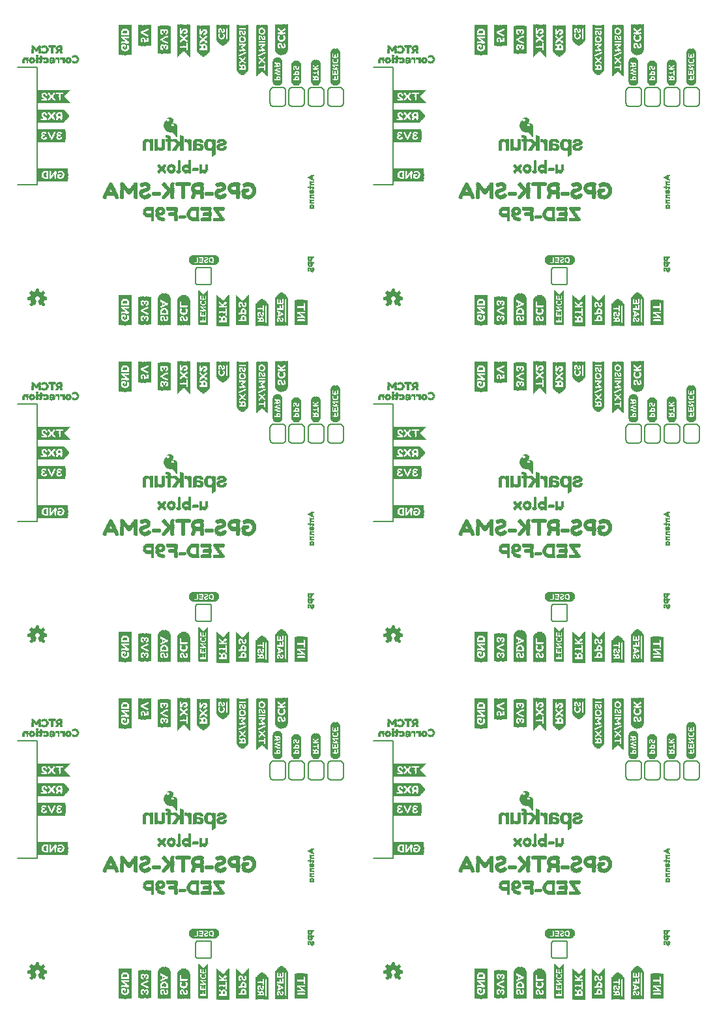
<source format=gbo>
G04 EAGLE Gerber RS-274X export*
G75*
%MOMM*%
%FSLAX34Y34*%
%LPD*%
%INSilkscreen Bottom*%
%IPPOS*%
%AMOC8*
5,1,8,0,0,1.08239X$1,22.5*%
G01*
%ADD10C,0.203200*%
%ADD11R,0.040000X3.520000*%
%ADD12R,0.040000X3.640000*%
%ADD13R,0.040000X3.720000*%
%ADD14R,0.040000X3.800000*%
%ADD15R,0.040000X3.840000*%
%ADD16R,0.040000X3.880000*%
%ADD17R,0.040000X3.920000*%
%ADD18R,0.040000X0.720000*%
%ADD19R,0.040000X3.040000*%
%ADD20R,0.040000X0.640000*%
%ADD21R,0.040000X0.280000*%
%ADD22R,0.040000X0.800000*%
%ADD23R,0.040000X1.160000*%
%ADD24R,0.040000X0.560000*%
%ADD25R,0.040000X0.200000*%
%ADD26R,0.040000X0.680000*%
%ADD27R,0.040000X1.120000*%
%ADD28R,0.040000X0.520000*%
%ADD29R,0.040000X0.160000*%
%ADD30R,0.040000X0.480000*%
%ADD31R,0.040000X0.440000*%
%ADD32R,0.040000X0.400000*%
%ADD33R,0.040000X0.240000*%
%ADD34R,0.040000X0.600000*%
%ADD35R,0.040000X0.320000*%
%ADD36R,0.040000X0.360000*%
%ADD37R,0.040000X1.080000*%
%ADD38R,0.040000X0.080000*%
%ADD39R,0.040000X1.040000*%
%ADD40R,0.040000X0.120000*%
%ADD41R,0.040000X1.000000*%
%ADD42R,0.040000X0.840000*%
%ADD43R,0.040000X0.960000*%
%ADD44R,0.040000X0.880000*%
%ADD45R,0.040000X0.760000*%
%ADD46R,0.040000X3.280000*%
%ADD47R,0.040000X3.400000*%
%ADD48R,0.040000X3.480000*%
%ADD49R,0.040000X3.560000*%
%ADD50R,0.040000X3.600000*%
%ADD51R,0.040000X3.680000*%
%ADD52R,0.040000X1.800000*%
%ADD53R,0.040000X1.240000*%
%ADD54R,0.040000X1.280000*%
%ADD55R,0.040000X1.320000*%
%ADD56R,0.040000X0.920000*%
%ADD57R,0.040000X0.040000*%
%ADD58R,0.040000X2.800000*%
%ADD59R,0.040000X3.240000*%
%ADD60R,0.300000X0.060000*%
%ADD61R,0.240000X0.060000*%
%ADD62R,0.420000X0.060000*%
%ADD63R,0.360000X0.060000*%
%ADD64R,0.120000X0.060000*%
%ADD65R,0.540000X0.060000*%
%ADD66R,0.180000X0.060000*%
%ADD67R,0.900000X0.060000*%
%ADD68R,0.720000X0.060000*%
%ADD69R,1.020000X0.060000*%
%ADD70R,0.840000X0.060000*%
%ADD71R,0.960000X0.060000*%
%ADD72R,0.480000X0.060000*%
%ADD73R,1.080000X0.060000*%
%ADD74R,1.140000X0.060000*%
%ADD75R,0.780000X0.060000*%
%ADD76R,0.660000X0.060000*%
%ADD77R,0.600000X0.060000*%
%ADD78R,0.060000X0.060000*%
%ADD79R,0.040000X2.840000*%
%ADD80R,0.040000X2.920000*%
%ADD81R,0.040000X2.960000*%
%ADD82R,0.040000X3.320000*%
%ADD83R,0.040000X3.360000*%
%ADD84R,0.040000X3.000000*%
%ADD85R,0.040000X3.760000*%
%ADD86R,0.040000X4.040000*%
%ADD87R,0.040000X4.080000*%
%ADD88R,0.040000X4.120000*%
%ADD89R,0.040000X4.160000*%
%ADD90R,0.040000X2.520000*%
%ADD91C,0.152400*%
%ADD92R,0.030000X4.470000*%
%ADD93R,0.030000X4.440000*%
%ADD94R,0.020000X4.410000*%
%ADD95R,0.040000X4.380000*%
%ADD96R,0.030000X4.350000*%
%ADD97R,0.030000X4.320000*%
%ADD98R,0.020000X4.290000*%
%ADD99R,0.030000X2.850000*%
%ADD100R,0.030000X1.320000*%
%ADD101R,0.040000X0.090000*%
%ADD102R,0.040000X0.330000*%
%ADD103R,0.040000X0.180000*%
%ADD104R,0.040000X0.390000*%
%ADD105R,0.030000X0.360000*%
%ADD106R,0.030000X0.060000*%
%ADD107R,0.030000X0.300000*%
%ADD108R,0.030000X0.270000*%
%ADD109R,0.030000X0.150000*%
%ADD110R,0.030000X0.240000*%
%ADD111R,0.030000X0.090000*%
%ADD112R,0.030000X0.330000*%
%ADD113R,0.030000X0.180000*%
%ADD114R,0.040000X0.060000*%
%ADD115R,0.040000X0.270000*%
%ADD116R,0.030000X0.210000*%
%ADD117R,0.030000X0.480000*%
%ADD118R,0.030000X0.120000*%
%ADD119R,0.030000X0.630000*%
%ADD120R,0.030000X0.600000*%
%ADD121R,0.040000X0.150000*%
%ADD122R,0.040000X0.540000*%
%ADD123R,0.040000X0.570000*%
%ADD124R,0.030000X0.540000*%
%ADD125R,0.030000X0.570000*%
%ADD126R,0.040000X0.030000*%
%ADD127R,0.030000X0.030000*%
%ADD128R,0.030000X0.510000*%
%ADD129R,0.030000X0.660000*%
%ADD130R,0.040000X0.210000*%
%ADD131R,0.040000X0.510000*%
%ADD132R,0.040000X0.300000*%
%ADD133R,0.030000X0.390000*%
%ADD134R,0.030000X0.450000*%
%ADD135R,0.030000X4.290000*%
%ADD136R,0.030000X4.380000*%
%ADD137R,0.030000X4.410000*%
%ADD138R,0.040000X4.000000*%
%ADD139R,0.040000X3.960000*%
%ADD140R,2.970000X0.030000*%
%ADD141R,3.150000X0.030000*%
%ADD142R,3.270000X0.020000*%
%ADD143R,3.390000X0.040000*%
%ADD144R,3.450000X0.030000*%
%ADD145R,3.510000X0.030000*%
%ADD146R,3.570000X0.020000*%
%ADD147R,1.440000X0.030000*%
%ADD148R,2.040000X0.030000*%
%ADD149R,0.570000X0.040000*%
%ADD150R,0.390000X0.040000*%
%ADD151R,0.210000X0.040000*%
%ADD152R,0.090000X0.040000*%
%ADD153R,0.930000X0.040000*%
%ADD154R,0.570000X0.030000*%
%ADD155R,0.300000X0.030000*%
%ADD156R,0.180000X0.030000*%
%ADD157R,0.060000X0.030000*%
%ADD158R,0.930000X0.030000*%
%ADD159R,0.600000X0.030000*%
%ADD160R,0.240000X0.030000*%
%ADD161R,0.150000X0.030000*%
%ADD162R,0.630000X0.040000*%
%ADD163R,0.150000X0.040000*%
%ADD164R,0.060000X0.040000*%
%ADD165R,0.960000X0.040000*%
%ADD166R,0.630000X0.030000*%
%ADD167R,0.120000X0.030000*%
%ADD168R,0.090000X0.030000*%
%ADD169R,0.960000X0.030000*%
%ADD170R,0.480000X0.030000*%
%ADD171R,0.660000X0.030000*%
%ADD172R,0.450000X0.030000*%
%ADD173R,0.990000X0.030000*%
%ADD174R,0.660000X0.040000*%
%ADD175R,0.270000X0.040000*%
%ADD176R,0.450000X0.040000*%
%ADD177R,0.480000X0.040000*%
%ADD178R,0.990000X0.040000*%
%ADD179R,0.270000X0.030000*%
%ADD180R,0.390000X0.030000*%
%ADD181R,0.300000X0.040000*%
%ADD182R,0.180000X0.040000*%
%ADD183R,0.210000X0.030000*%
%ADD184R,0.330000X0.030000*%
%ADD185R,0.540000X0.030000*%
%ADD186R,0.330000X0.040000*%
%ADD187R,0.540000X0.040000*%
%ADD188R,3.570000X0.030000*%
%ADD189R,3.390000X0.030000*%
%ADD190R,3.270000X0.030000*%
%ADD191R,0.040000X2.680000*%
%ADD192R,0.040000X2.000000*%
%ADD193R,0.040000X2.040000*%
%ADD194R,0.040000X2.120000*%
%ADD195R,0.040000X2.160000*%
%ADD196R,0.040000X2.440000*%
%ADD197R,0.040000X2.480000*%
%ADD198R,0.040000X2.560000*%
%ADD199R,0.040000X2.200000*%
%ADD200R,0.040000X5.950000*%
%ADD201R,0.030000X5.980000*%
%ADD202R,0.040000X6.050000*%
%ADD203R,0.030000X6.090000*%
%ADD204R,0.040000X6.120000*%
%ADD205R,0.030000X6.160000*%
%ADD206R,0.040000X3.530000*%
%ADD207R,0.030000X1.260000*%
%ADD208R,0.030000X0.560000*%
%ADD209R,0.030000X1.540000*%
%ADD210R,0.030000X0.700000*%
%ADD211R,0.030000X0.940000*%
%ADD212R,0.040000X0.450000*%
%ADD213R,0.040000X0.490000*%
%ADD214R,0.040000X0.110000*%
%ADD215R,0.040000X0.460000*%
%ADD216R,0.040000X0.250000*%
%ADD217R,0.040000X0.380000*%
%ADD218R,0.030000X0.490000*%
%ADD219R,0.030000X0.420000*%
%ADD220R,0.030000X0.110000*%
%ADD221R,0.030000X0.520000*%
%ADD222R,0.030000X0.280000*%
%ADD223R,0.030000X0.380000*%
%ADD224R,0.040000X0.140000*%
%ADD225R,0.040000X0.350000*%
%ADD226R,0.040000X0.420000*%
%ADD227R,0.030000X0.100000*%
%ADD228R,0.030000X0.320000*%
%ADD229R,0.030000X0.140000*%
%ADD230R,0.030000X0.250000*%
%ADD231R,0.040000X0.590000*%
%ADD232R,0.040000X0.170000*%
%ADD233R,0.030000X0.170000*%
%ADD234R,0.040000X0.660000*%
%ADD235R,0.040000X0.100000*%
%ADD236R,0.030000X0.040000*%
%ADD237R,0.030000X0.460000*%
%ADD238R,0.030000X0.530000*%
%ADD239R,0.040000X0.700000*%
%ADD240R,0.030000X0.730000*%
%ADD241R,0.040000X0.730000*%
%ADD242R,0.030000X0.070000*%
%ADD243R,0.040000X0.070000*%
%ADD244R,0.030000X0.350000*%
%ADD245R,0.030000X0.310000*%
%ADD246R,0.040000X0.310000*%
%ADD247R,0.040000X2.100000*%
%ADD248R,0.030000X2.140000*%
%ADD249R,0.030000X3.920000*%
%ADD250R,0.040000X6.680000*%
%ADD251R,0.030000X6.650000*%
%ADD252R,0.040000X6.610000*%
%ADD253R,0.030000X6.580000*%
%ADD254R,0.040000X6.540000*%
%ADD255R,0.030000X6.510000*%
%ADD256R,0.040000X3.570000*%
%ADD257R,0.030000X1.470000*%
%ADD258R,0.030000X1.720000*%
%ADD259R,0.030000X0.770000*%
%ADD260R,0.040000X0.630000*%
%ADD261R,0.030000X0.590000*%
%ADD262R,0.030000X0.670000*%
%ADD263R,0.030000X0.740000*%
%ADD264R,0.040000X0.770000*%
%ADD265R,0.030000X0.840000*%
%ADD266R,0.040000X2.380000*%
%ADD267R,0.030000X2.490000*%
%ADD268R,0.030000X3.950000*%
%ADD269R,3.640000X0.040000*%
%ADD270R,0.720000X0.040000*%
%ADD271R,1.800000X0.040000*%
%ADD272R,0.600000X0.040000*%
%ADD273R,0.280000X0.040000*%
%ADD274R,0.560000X0.040000*%
%ADD275R,0.200000X0.040000*%
%ADD276R,0.520000X0.040000*%
%ADD277R,0.160000X0.040000*%
%ADD278R,0.120000X0.040000*%
%ADD279R,0.080000X0.040000*%
%ADD280R,0.440000X0.040000*%
%ADD281R,0.400000X0.040000*%
%ADD282R,0.360000X0.040000*%
%ADD283R,0.320000X0.040000*%
%ADD284R,0.240000X0.040000*%
%ADD285R,0.880000X0.040000*%
%ADD286R,0.760000X0.040000*%
%ADD287R,0.640000X0.040000*%
%ADD288R,3.880000X0.040000*%
%ADD289R,0.840000X0.040000*%
%ADD290R,2.800000X0.040000*%
%ADD291R,0.680000X0.040000*%
%ADD292R,0.800000X0.040000*%
%ADD293R,1.120000X0.070000*%
%ADD294R,0.630000X0.070000*%
%ADD295R,0.420000X0.070000*%
%ADD296R,1.400000X0.080000*%
%ADD297R,1.050000X0.080000*%
%ADD298R,0.700000X0.080000*%
%ADD299R,1.470000X0.070000*%
%ADD300R,1.400000X0.070000*%
%ADD301R,1.190000X0.070000*%
%ADD302R,0.910000X0.070000*%
%ADD303R,1.470000X0.060000*%
%ADD304R,1.260000X0.060000*%
%ADD305R,1.050000X0.060000*%
%ADD306R,1.470000X0.080000*%
%ADD307R,1.330000X0.080000*%
%ADD308R,1.120000X0.080000*%
%ADD309R,1.330000X0.070000*%
%ADD310R,0.490000X0.070000*%
%ADD311R,0.560000X0.070000*%
%ADD312R,0.560000X0.060000*%
%ADD313R,0.630000X0.060000*%
%ADD314R,0.490000X0.060000*%
%ADD315R,0.560000X0.080000*%
%ADD316R,0.420000X0.080000*%
%ADD317R,0.490000X0.080000*%
%ADD318R,0.980000X0.070000*%
%ADD319R,1.050000X0.070000*%
%ADD320R,1.260000X0.070000*%
%ADD321R,1.190000X0.080000*%
%ADD322R,0.980000X0.080000*%
%ADD323R,0.840000X0.070000*%
%ADD324R,0.070000X0.070000*%
%ADD325R,1.330000X0.060000*%
%ADD326R,0.980000X0.060000*%
%ADD327R,0.700000X0.070000*%
%ADD328R,1.400000X0.060000*%
%ADD329R,0.350000X0.060000*%
%ADD330R,0.280000X0.060000*%
%ADD331R,1.000000X0.040000*%
%ADD332R,0.920000X0.040000*%
%ADD333R,1.160000X0.040000*%
%ADD334R,0.040000X4.200000*%
%ADD335R,0.040000X1.680000*%
%ADD336R,0.040000X1.440000*%
%ADD337R,4.200000X0.040000*%
%ADD338R,4.160000X0.040000*%
%ADD339R,4.120000X0.040000*%
%ADD340R,4.080000X0.040000*%
%ADD341R,4.040000X0.040000*%
%ADD342R,4.000000X0.040000*%
%ADD343R,3.960000X0.040000*%
%ADD344R,1.680000X0.040000*%
%ADD345R,3.360000X0.040000*%
%ADD346R,3.400000X0.040000*%
%ADD347R,3.480000X0.040000*%
%ADD348R,3.520000X0.040000*%
%ADD349R,3.560000X0.040000*%
%ADD350R,3.600000X0.040000*%
%ADD351R,1.440000X0.040000*%
%ADD352R,0.030000X2.730000*%
%ADD353R,0.030000X2.910000*%
%ADD354R,0.020000X3.030000*%
%ADD355R,0.040000X3.150000*%
%ADD356R,0.030000X3.210000*%
%ADD357R,0.030000X3.270000*%
%ADD358R,0.020000X3.330000*%
%ADD359R,0.030000X0.780000*%
%ADD360R,0.030000X1.290000*%
%ADD361R,0.030000X0.690000*%
%ADD362R,0.030000X0.720000*%
%ADD363R,0.030000X3.330000*%
%ADD364R,0.030000X3.150000*%
%ADD365R,0.030000X3.030000*%
%ADD366R,0.030000X2.310000*%
%ADD367R,0.020000X2.610000*%
%ADD368R,0.040000X2.730000*%
%ADD369R,0.030000X2.790000*%
%ADD370R,0.020000X2.910000*%
%ADD371R,0.030000X2.070000*%
%ADD372R,0.030000X1.020000*%
%ADD373R,0.040000X0.990000*%
%ADD374R,0.030000X0.930000*%
%ADD375R,0.030000X0.810000*%
%ADD376R,0.040000X0.690000*%
%ADD377R,0.030000X2.610000*%
%ADD378R,0.030000X2.430000*%
%ADD379R,0.020000X2.730000*%
%ADD380R,0.040000X2.850000*%
%ADD381R,0.030000X2.970000*%
%ADD382R,0.030000X0.750000*%
%ADD383R,0.040000X0.780000*%
%ADD384R,0.030000X0.870000*%
%ADD385R,0.040000X0.900000*%
%ADD386R,0.030000X0.900000*%
%ADD387R,0.040000X0.810000*%
%ADD388R,0.030000X3.870000*%
%ADD389R,0.030000X4.050000*%
%ADD390R,0.020000X4.170000*%
%ADD391R,0.040000X4.290000*%
%ADD392R,0.020000X4.470000*%
%ADD393R,0.030000X1.410000*%
%ADD394R,0.030000X1.050000*%
%ADD395R,0.040000X1.050000*%
%ADD396R,0.040000X0.750000*%
%ADD397R,0.030000X4.170000*%
%ADD398R,0.030000X0.290000*%
%ADD399R,0.030000X0.220000*%
%ADD400R,0.030000X0.550000*%
%ADD401R,0.040000X0.580000*%
%ADD402R,0.030000X0.610000*%
%ADD403R,0.030000X0.640000*%
%ADD404R,0.030000X0.190000*%
%ADD405R,0.030000X0.260000*%
%ADD406R,0.030000X0.230000*%
%ADD407R,0.030000X0.130000*%
%ADD408R,0.040000X0.190000*%
%ADD409R,0.040000X0.230000*%
%ADD410R,0.040000X0.220000*%
%ADD411R,0.030000X0.580000*%
%ADD412R,0.040000X0.130000*%
%ADD413R,0.030000X0.410000*%
%ADD414R,0.030000X0.160000*%
%ADD415R,0.720000X0.080000*%
%ADD416R,1.680000X0.080000*%
%ADD417R,0.160000X0.080000*%
%ADD418R,0.240000X0.080000*%
%ADD419R,0.080000X0.080000*%
%ADD420R,0.960000X0.080000*%
%ADD421R,1.200000X0.080000*%
%ADD422R,2.000000X0.080000*%
%ADD423R,0.480000X0.080000*%
%ADD424R,0.400000X0.080000*%
%ADD425R,1.280000X0.080000*%
%ADD426R,1.360000X0.080000*%
%ADD427R,1.440000X0.080000*%
%ADD428R,0.640000X0.080000*%
%ADD429R,1.600000X0.080000*%
%ADD430R,1.520000X0.080000*%
%ADD431R,1.840000X0.080000*%
%ADD432R,0.800000X0.080000*%
%ADD433R,0.320000X0.080000*%
%ADD434R,0.880000X0.080000*%
%ADD435R,1.040000X0.080000*%
%ADD436R,2.240000X0.080000*%
%ADD437R,1.760000X0.080000*%
%ADD438R,1.920000X0.080000*%

G36*
X495366Y482468D02*
X495366Y482468D01*
X495432Y482473D01*
X495450Y482484D01*
X495471Y482489D01*
X495556Y482549D01*
X495580Y482563D01*
X495583Y482568D01*
X495588Y482572D01*
X497788Y484872D01*
X497796Y484885D01*
X497809Y484895D01*
X497840Y484959D01*
X497876Y485021D01*
X497877Y485037D01*
X497884Y485051D01*
X497883Y485122D01*
X497889Y485193D01*
X497883Y485208D01*
X497882Y485224D01*
X497825Y485349D01*
X497823Y485353D01*
X497823Y485354D01*
X495955Y487969D01*
X495957Y487980D01*
X495966Y487993D01*
X495977Y488051D01*
X495986Y488072D01*
X495986Y488094D01*
X495992Y488127D01*
X495993Y488132D01*
X495993Y488133D01*
X495993Y488134D01*
X495993Y488144D01*
X496026Y488209D01*
X496082Y488266D01*
X496093Y488284D01*
X496105Y488293D01*
X496113Y488312D01*
X496153Y488364D01*
X496226Y488509D01*
X496282Y488566D01*
X496322Y488630D01*
X496366Y488693D01*
X496368Y488705D01*
X496373Y488713D01*
X496377Y488748D01*
X496393Y488834D01*
X496393Y488883D01*
X496422Y488930D01*
X496466Y488993D01*
X496468Y489005D01*
X496473Y489013D01*
X496477Y489048D01*
X496493Y489134D01*
X496493Y489244D01*
X496526Y489309D01*
X496582Y489366D01*
X496622Y489430D01*
X496666Y489493D01*
X496668Y489505D01*
X496673Y489513D01*
X496677Y489548D01*
X496683Y489581D01*
X496686Y489589D01*
X496686Y489597D01*
X496693Y489634D01*
X496693Y489683D01*
X496722Y489730D01*
X496766Y489793D01*
X496768Y489805D01*
X496773Y489813D01*
X496777Y489848D01*
X496793Y489934D01*
X496793Y490044D01*
X496822Y490102D01*
X500078Y490660D01*
X500096Y490667D01*
X500115Y490668D01*
X500175Y490701D01*
X500237Y490727D01*
X500250Y490742D01*
X500267Y490751D01*
X500306Y490807D01*
X500350Y490858D01*
X500355Y490877D01*
X500366Y490893D01*
X500388Y491004D01*
X500393Y491026D01*
X500392Y491030D01*
X500393Y491034D01*
X500393Y494234D01*
X500389Y494253D01*
X500391Y494272D01*
X500380Y494306D01*
X500379Y494313D01*
X500374Y494323D01*
X500369Y494336D01*
X500354Y494402D01*
X500341Y494417D01*
X500335Y494435D01*
X500287Y494483D01*
X500244Y494536D01*
X500226Y494543D01*
X500212Y494557D01*
X500106Y494597D01*
X500086Y494606D01*
X500082Y494606D01*
X500078Y494608D01*
X496866Y495158D01*
X496855Y495197D01*
X496854Y495202D01*
X496853Y495203D01*
X496793Y495323D01*
X496793Y495334D01*
X496790Y495349D01*
X496792Y495365D01*
X496772Y495435D01*
X496772Y495450D01*
X496764Y495464D01*
X496755Y495497D01*
X496754Y495502D01*
X496753Y495503D01*
X496693Y495623D01*
X496693Y495634D01*
X496690Y495649D01*
X496692Y495665D01*
X496655Y495797D01*
X496654Y495802D01*
X496653Y495803D01*
X496493Y496123D01*
X496493Y496134D01*
X496490Y496149D01*
X496492Y496165D01*
X496455Y496297D01*
X496454Y496302D01*
X496453Y496303D01*
X496353Y496503D01*
X496330Y496531D01*
X496293Y496585D01*
X496293Y496634D01*
X496276Y496708D01*
X496262Y496783D01*
X496256Y496793D01*
X496254Y496802D01*
X496231Y496830D01*
X496182Y496902D01*
X496126Y496958D01*
X496053Y497103D01*
X496030Y497131D01*
X495993Y497185D01*
X495993Y497234D01*
X495976Y497308D01*
X495972Y497330D01*
X497826Y500018D01*
X497832Y500034D01*
X497844Y500047D01*
X497864Y500114D01*
X497889Y500179D01*
X497888Y500197D01*
X497893Y500213D01*
X497880Y500282D01*
X497874Y500352D01*
X497865Y500366D01*
X497862Y500383D01*
X497791Y500489D01*
X497784Y500500D01*
X497783Y500500D01*
X497782Y500502D01*
X495582Y502702D01*
X495568Y502711D01*
X495557Y502725D01*
X495495Y502756D01*
X495435Y502793D01*
X495418Y502795D01*
X495403Y502802D01*
X495333Y502803D01*
X495263Y502809D01*
X495247Y502803D01*
X495230Y502803D01*
X495112Y502752D01*
X495101Y502748D01*
X495100Y502747D01*
X495099Y502746D01*
X492400Y500884D01*
X492382Y500902D01*
X492317Y500942D01*
X492255Y500986D01*
X492243Y500988D01*
X492235Y500993D01*
X492200Y500996D01*
X492114Y501013D01*
X492064Y501013D01*
X492052Y501021D01*
X491984Y501073D01*
X491839Y501145D01*
X491782Y501202D01*
X491717Y501242D01*
X491655Y501286D01*
X491643Y501288D01*
X491635Y501293D01*
X491600Y501296D01*
X491514Y501313D01*
X491464Y501313D01*
X491452Y501321D01*
X491384Y501373D01*
X491184Y501473D01*
X491168Y501477D01*
X491155Y501486D01*
X491021Y501512D01*
X491015Y501513D01*
X491014Y501513D01*
X491004Y501513D01*
X490884Y501573D01*
X490868Y501577D01*
X490855Y501586D01*
X490721Y501612D01*
X490715Y501613D01*
X490714Y501613D01*
X490664Y501613D01*
X490617Y501642D01*
X490555Y501686D01*
X490543Y501688D01*
X490535Y501693D01*
X490500Y501696D01*
X490414Y501713D01*
X490304Y501713D01*
X490246Y501742D01*
X489688Y504998D01*
X489680Y505016D01*
X489679Y505035D01*
X489647Y505094D01*
X489620Y505157D01*
X489606Y505170D01*
X489596Y505187D01*
X489541Y505226D01*
X489489Y505270D01*
X489470Y505275D01*
X489455Y505286D01*
X489344Y505307D01*
X489322Y505313D01*
X489318Y505312D01*
X489314Y505313D01*
X486114Y505313D01*
X486095Y505309D01*
X486076Y505311D01*
X486012Y505289D01*
X485946Y505273D01*
X485931Y505261D01*
X485912Y505255D01*
X485865Y505207D01*
X485812Y505163D01*
X485804Y505146D01*
X485791Y505132D01*
X485751Y505026D01*
X485742Y505005D01*
X485742Y505002D01*
X485740Y504998D01*
X485190Y501786D01*
X485151Y501775D01*
X485146Y501773D01*
X485145Y501773D01*
X485144Y501773D01*
X485024Y501713D01*
X485014Y501713D01*
X484998Y501709D01*
X484982Y501712D01*
X484851Y501675D01*
X484846Y501673D01*
X484845Y501673D01*
X484844Y501673D01*
X484724Y501613D01*
X484714Y501613D01*
X484698Y501609D01*
X484682Y501612D01*
X484551Y501575D01*
X484546Y501573D01*
X484545Y501573D01*
X484544Y501573D01*
X484424Y501513D01*
X484314Y501513D01*
X484240Y501496D01*
X484164Y501482D01*
X484155Y501476D01*
X484146Y501473D01*
X484118Y501451D01*
X484046Y501402D01*
X483989Y501345D01*
X483924Y501313D01*
X483914Y501313D01*
X483898Y501309D01*
X483882Y501312D01*
X483751Y501275D01*
X483746Y501273D01*
X483745Y501273D01*
X483744Y501273D01*
X483544Y501173D01*
X483517Y501150D01*
X483446Y501102D01*
X483389Y501045D01*
X483324Y501013D01*
X483314Y501013D01*
X483298Y501009D01*
X483282Y501012D01*
X483151Y500975D01*
X483146Y500973D01*
X483145Y500973D01*
X483144Y500973D01*
X483003Y500902D01*
X480329Y502746D01*
X480317Y502751D01*
X480308Y502760D01*
X480237Y502782D01*
X480168Y502809D01*
X480155Y502808D01*
X480143Y502812D01*
X480070Y502800D01*
X479996Y502794D01*
X479985Y502787D01*
X479972Y502785D01*
X479852Y502708D01*
X477552Y500508D01*
X477538Y500486D01*
X477518Y500470D01*
X477491Y500414D01*
X477457Y500363D01*
X477454Y500337D01*
X477443Y500314D01*
X477444Y500252D01*
X477437Y500191D01*
X477446Y500167D01*
X477446Y500141D01*
X477484Y500061D01*
X477495Y500028D01*
X477502Y500022D01*
X477507Y500011D01*
X479442Y497338D01*
X479402Y497258D01*
X479346Y497202D01*
X479306Y497137D01*
X479262Y497074D01*
X479260Y497063D01*
X479255Y497055D01*
X479251Y497020D01*
X479235Y496934D01*
X479235Y496884D01*
X479227Y496871D01*
X479175Y496803D01*
X479102Y496658D01*
X479046Y496602D01*
X479006Y496537D01*
X478962Y496474D01*
X478960Y496463D01*
X478955Y496455D01*
X478951Y496420D01*
X478935Y496334D01*
X478935Y496284D01*
X478906Y496237D01*
X478862Y496174D01*
X478860Y496163D01*
X478855Y496155D01*
X478851Y496120D01*
X478835Y496034D01*
X478835Y495923D01*
X478802Y495858D01*
X478746Y495802D01*
X478706Y495737D01*
X478662Y495674D01*
X478660Y495663D01*
X478655Y495655D01*
X478651Y495620D01*
X478635Y495534D01*
X478635Y495484D01*
X478606Y495437D01*
X478562Y495374D01*
X478560Y495363D01*
X478555Y495355D01*
X478551Y495320D01*
X478535Y495234D01*
X478535Y495155D01*
X475252Y494608D01*
X475233Y494600D01*
X475213Y494599D01*
X475154Y494567D01*
X475092Y494541D01*
X475079Y494526D01*
X475061Y494516D01*
X475023Y494461D01*
X474979Y494411D01*
X474973Y494391D01*
X474962Y494374D01*
X474946Y494293D01*
X474942Y494283D01*
X474942Y494272D01*
X474941Y494268D01*
X474935Y494243D01*
X474936Y494239D01*
X474935Y494234D01*
X474935Y491034D01*
X474939Y491015D01*
X474937Y490996D01*
X474959Y490931D01*
X474974Y490865D01*
X474987Y490850D01*
X474993Y490832D01*
X475041Y490784D01*
X475084Y490732D01*
X475102Y490724D01*
X475116Y490710D01*
X475222Y490670D01*
X475242Y490661D01*
X475246Y490661D01*
X475250Y490660D01*
X478538Y490096D01*
X478573Y489971D01*
X478574Y489965D01*
X478575Y489965D01*
X478575Y489964D01*
X478635Y489844D01*
X478635Y489834D01*
X478638Y489818D01*
X478636Y489802D01*
X478673Y489671D01*
X478674Y489665D01*
X478675Y489665D01*
X478675Y489664D01*
X478735Y489544D01*
X478735Y489534D01*
X478738Y489518D01*
X478736Y489502D01*
X478773Y489371D01*
X478774Y489365D01*
X478775Y489365D01*
X478775Y489364D01*
X478935Y489044D01*
X478935Y489034D01*
X478938Y489018D01*
X478936Y489002D01*
X478973Y488871D01*
X478974Y488865D01*
X478975Y488865D01*
X478975Y488864D01*
X479075Y488664D01*
X479098Y488636D01*
X479146Y488566D01*
X479202Y488509D01*
X479235Y488444D01*
X479235Y488434D01*
X479238Y488418D01*
X479236Y488402D01*
X479273Y488271D01*
X479274Y488265D01*
X479275Y488265D01*
X479275Y488264D01*
X479375Y488064D01*
X479398Y488036D01*
X479446Y487966D01*
X479456Y487955D01*
X477511Y485361D01*
X477501Y485339D01*
X477484Y485320D01*
X477466Y485260D01*
X477441Y485203D01*
X477442Y485178D01*
X477435Y485154D01*
X477446Y485093D01*
X477449Y485030D01*
X477461Y485008D01*
X477466Y484984D01*
X477517Y484909D01*
X477533Y484879D01*
X477540Y484874D01*
X477546Y484866D01*
X479846Y482566D01*
X479860Y482557D01*
X479871Y482543D01*
X479933Y482511D01*
X479993Y482474D01*
X480010Y482473D01*
X480025Y482465D01*
X480096Y482465D01*
X480165Y482458D01*
X480181Y482464D01*
X480198Y482464D01*
X480316Y482516D01*
X480327Y482520D01*
X480328Y482521D01*
X480329Y482521D01*
X483028Y484383D01*
X483046Y484366D01*
X483111Y484325D01*
X483173Y484281D01*
X483185Y484279D01*
X483193Y484274D01*
X483228Y484271D01*
X483243Y484268D01*
X483246Y484266D01*
X483311Y484225D01*
X483373Y484181D01*
X483385Y484179D01*
X483393Y484174D01*
X483428Y484171D01*
X483514Y484154D01*
X483564Y484154D01*
X483611Y484125D01*
X483673Y484081D01*
X483685Y484079D01*
X483693Y484074D01*
X483728Y484071D01*
X483743Y484068D01*
X483746Y484066D01*
X483811Y484025D01*
X483873Y483981D01*
X483885Y483979D01*
X483893Y483974D01*
X483928Y483971D01*
X483943Y483968D01*
X483946Y483966D01*
X484011Y483925D01*
X484073Y483881D01*
X484085Y483879D01*
X484093Y483874D01*
X484128Y483871D01*
X484157Y483865D01*
X484184Y483832D01*
X484203Y483824D01*
X484218Y483809D01*
X484281Y483789D01*
X484342Y483761D01*
X484363Y483762D01*
X484382Y483756D01*
X484448Y483766D01*
X484515Y483768D01*
X484533Y483778D01*
X484553Y483781D01*
X484608Y483819D01*
X484667Y483851D01*
X484679Y483868D01*
X484695Y483880D01*
X484752Y483972D01*
X484766Y483993D01*
X484767Y483998D01*
X484770Y484002D01*
X486770Y489402D01*
X486774Y489433D01*
X486786Y489461D01*
X486784Y489517D01*
X486791Y489574D01*
X486781Y489603D01*
X486780Y489634D01*
X486753Y489684D01*
X486734Y489737D01*
X486712Y489759D01*
X486697Y489786D01*
X486637Y489832D01*
X486610Y489858D01*
X486597Y489862D01*
X486584Y489873D01*
X486039Y490145D01*
X485882Y490302D01*
X485852Y490321D01*
X485784Y490373D01*
X485639Y490445D01*
X485326Y490758D01*
X485253Y490903D01*
X485230Y490931D01*
X485182Y491002D01*
X485026Y491158D01*
X484965Y491279D01*
X484874Y491554D01*
X484862Y491573D01*
X484853Y491603D01*
X484793Y491723D01*
X484793Y491834D01*
X484785Y491869D01*
X484774Y491954D01*
X484693Y492195D01*
X484693Y492972D01*
X484774Y493214D01*
X484777Y493250D01*
X484793Y493334D01*
X484793Y493519D01*
X484930Y493723D01*
X484943Y493758D01*
X484974Y493814D01*
X485058Y494066D01*
X485409Y494592D01*
X485756Y494939D01*
X486282Y495290D01*
X486534Y495374D01*
X486552Y495385D01*
X486566Y495388D01*
X486579Y495399D01*
X486624Y495418D01*
X486829Y495554D01*
X487014Y495554D01*
X487049Y495563D01*
X487134Y495574D01*
X487376Y495654D01*
X487967Y495654D01*
X488322Y495566D01*
X488358Y495565D01*
X488414Y495554D01*
X488599Y495554D01*
X488804Y495418D01*
X488839Y495405D01*
X488888Y495377D01*
X488890Y495376D01*
X488891Y495376D01*
X488894Y495374D01*
X489146Y495290D01*
X489373Y495139D01*
X489546Y494966D01*
X489572Y494949D01*
X489604Y494918D01*
X489873Y494739D01*
X490019Y494592D01*
X490370Y494066D01*
X490735Y492972D01*
X490735Y492495D01*
X490654Y492254D01*
X490651Y492218D01*
X490635Y492134D01*
X490635Y491923D01*
X490475Y491603D01*
X490469Y491581D01*
X490454Y491554D01*
X490363Y491279D01*
X490202Y490958D01*
X490046Y490802D01*
X490027Y490771D01*
X489975Y490703D01*
X489902Y490558D01*
X489789Y490445D01*
X489644Y490373D01*
X489617Y490350D01*
X489546Y490302D01*
X489389Y490145D01*
X489068Y489985D01*
X488794Y489893D01*
X488745Y489863D01*
X488692Y489841D01*
X488672Y489819D01*
X488647Y489803D01*
X488616Y489754D01*
X488579Y489711D01*
X488571Y489682D01*
X488555Y489656D01*
X488549Y489599D01*
X488535Y489543D01*
X488541Y489509D01*
X488538Y489484D01*
X488550Y489452D01*
X488558Y489402D01*
X490558Y484002D01*
X490584Y483964D01*
X490600Y483921D01*
X490631Y483893D01*
X490654Y483858D01*
X490694Y483835D01*
X490727Y483804D01*
X490767Y483792D01*
X490804Y483771D01*
X490849Y483768D01*
X490893Y483755D01*
X490934Y483762D01*
X490976Y483760D01*
X491019Y483777D01*
X491064Y483785D01*
X491105Y483813D01*
X491136Y483826D01*
X491153Y483846D01*
X491166Y483854D01*
X491214Y483854D01*
X491288Y483872D01*
X491364Y483885D01*
X491373Y483892D01*
X491382Y483894D01*
X491410Y483917D01*
X491482Y483966D01*
X491489Y483972D01*
X491564Y483985D01*
X491573Y483992D01*
X491582Y483994D01*
X491610Y484017D01*
X491682Y484066D01*
X491689Y484072D01*
X491764Y484085D01*
X491773Y484092D01*
X491782Y484094D01*
X491810Y484117D01*
X491882Y484166D01*
X491889Y484172D01*
X491964Y484185D01*
X491973Y484192D01*
X491982Y484194D01*
X492010Y484217D01*
X492082Y484266D01*
X492089Y484272D01*
X492164Y484285D01*
X492173Y484292D01*
X492182Y484294D01*
X492210Y484317D01*
X492282Y484366D01*
X492289Y484372D01*
X492364Y484385D01*
X492373Y484392D01*
X492382Y484394D01*
X492383Y484394D01*
X495099Y482521D01*
X495119Y482514D01*
X495135Y482500D01*
X495198Y482482D01*
X495260Y482458D01*
X495281Y482460D01*
X495302Y482455D01*
X495366Y482468D01*
G37*
G36*
X33086Y482468D02*
X33086Y482468D01*
X33152Y482473D01*
X33170Y482484D01*
X33191Y482489D01*
X33276Y482549D01*
X33300Y482563D01*
X33303Y482568D01*
X33308Y482572D01*
X35508Y484872D01*
X35516Y484885D01*
X35529Y484895D01*
X35560Y484959D01*
X35596Y485021D01*
X35597Y485037D01*
X35604Y485051D01*
X35603Y485122D01*
X35609Y485193D01*
X35603Y485208D01*
X35602Y485224D01*
X35545Y485349D01*
X35543Y485353D01*
X35543Y485354D01*
X33675Y487969D01*
X33677Y487980D01*
X33686Y487993D01*
X33697Y488051D01*
X33706Y488072D01*
X33706Y488094D01*
X33712Y488127D01*
X33713Y488132D01*
X33713Y488133D01*
X33713Y488134D01*
X33713Y488144D01*
X33746Y488209D01*
X33802Y488266D01*
X33813Y488284D01*
X33825Y488293D01*
X33833Y488312D01*
X33873Y488364D01*
X33946Y488509D01*
X34002Y488566D01*
X34042Y488630D01*
X34086Y488693D01*
X34088Y488705D01*
X34093Y488713D01*
X34097Y488748D01*
X34113Y488834D01*
X34113Y488883D01*
X34142Y488930D01*
X34186Y488993D01*
X34188Y489005D01*
X34193Y489013D01*
X34197Y489048D01*
X34213Y489134D01*
X34213Y489244D01*
X34246Y489309D01*
X34302Y489366D01*
X34342Y489430D01*
X34386Y489493D01*
X34388Y489505D01*
X34393Y489513D01*
X34397Y489548D01*
X34403Y489581D01*
X34406Y489589D01*
X34406Y489597D01*
X34413Y489634D01*
X34413Y489683D01*
X34442Y489730D01*
X34486Y489793D01*
X34488Y489805D01*
X34493Y489813D01*
X34497Y489848D01*
X34513Y489934D01*
X34513Y490044D01*
X34542Y490102D01*
X37798Y490660D01*
X37816Y490667D01*
X37835Y490668D01*
X37895Y490701D01*
X37957Y490727D01*
X37970Y490742D01*
X37987Y490751D01*
X38026Y490807D01*
X38070Y490858D01*
X38075Y490877D01*
X38086Y490893D01*
X38108Y491004D01*
X38113Y491026D01*
X38112Y491030D01*
X38113Y491034D01*
X38113Y494234D01*
X38109Y494253D01*
X38111Y494272D01*
X38100Y494306D01*
X38099Y494313D01*
X38094Y494323D01*
X38089Y494336D01*
X38074Y494402D01*
X38061Y494417D01*
X38055Y494435D01*
X38007Y494483D01*
X37964Y494536D01*
X37946Y494543D01*
X37932Y494557D01*
X37826Y494597D01*
X37806Y494606D01*
X37802Y494606D01*
X37798Y494608D01*
X34586Y495158D01*
X34575Y495197D01*
X34574Y495202D01*
X34573Y495203D01*
X34513Y495323D01*
X34513Y495334D01*
X34510Y495349D01*
X34512Y495365D01*
X34492Y495435D01*
X34492Y495450D01*
X34484Y495464D01*
X34475Y495497D01*
X34474Y495502D01*
X34473Y495503D01*
X34413Y495623D01*
X34413Y495634D01*
X34410Y495649D01*
X34412Y495665D01*
X34375Y495797D01*
X34374Y495802D01*
X34373Y495803D01*
X34213Y496123D01*
X34213Y496134D01*
X34210Y496149D01*
X34212Y496165D01*
X34175Y496297D01*
X34174Y496302D01*
X34173Y496303D01*
X34073Y496503D01*
X34050Y496531D01*
X34013Y496585D01*
X34013Y496634D01*
X33996Y496708D01*
X33982Y496783D01*
X33976Y496793D01*
X33974Y496802D01*
X33951Y496830D01*
X33902Y496902D01*
X33846Y496958D01*
X33773Y497103D01*
X33750Y497131D01*
X33713Y497185D01*
X33713Y497234D01*
X33696Y497308D01*
X33692Y497330D01*
X35546Y500018D01*
X35552Y500034D01*
X35564Y500047D01*
X35584Y500114D01*
X35609Y500179D01*
X35608Y500197D01*
X35613Y500213D01*
X35600Y500282D01*
X35594Y500352D01*
X35585Y500366D01*
X35582Y500383D01*
X35511Y500489D01*
X35504Y500500D01*
X35503Y500500D01*
X35502Y500502D01*
X33302Y502702D01*
X33288Y502711D01*
X33277Y502725D01*
X33215Y502756D01*
X33155Y502793D01*
X33138Y502795D01*
X33123Y502802D01*
X33053Y502803D01*
X32983Y502809D01*
X32967Y502803D01*
X32950Y502803D01*
X32832Y502752D01*
X32821Y502748D01*
X32820Y502747D01*
X32819Y502746D01*
X30120Y500884D01*
X30102Y500902D01*
X30037Y500942D01*
X29975Y500986D01*
X29963Y500988D01*
X29955Y500993D01*
X29920Y500996D01*
X29834Y501013D01*
X29784Y501013D01*
X29772Y501021D01*
X29704Y501073D01*
X29559Y501145D01*
X29502Y501202D01*
X29437Y501242D01*
X29375Y501286D01*
X29363Y501288D01*
X29355Y501293D01*
X29320Y501296D01*
X29234Y501313D01*
X29184Y501313D01*
X29172Y501321D01*
X29104Y501373D01*
X28904Y501473D01*
X28888Y501477D01*
X28875Y501486D01*
X28741Y501512D01*
X28735Y501513D01*
X28734Y501513D01*
X28724Y501513D01*
X28604Y501573D01*
X28588Y501577D01*
X28575Y501586D01*
X28441Y501612D01*
X28435Y501613D01*
X28434Y501613D01*
X28384Y501613D01*
X28337Y501642D01*
X28275Y501686D01*
X28263Y501688D01*
X28255Y501693D01*
X28220Y501696D01*
X28134Y501713D01*
X28024Y501713D01*
X27966Y501742D01*
X27408Y504998D01*
X27400Y505016D01*
X27399Y505035D01*
X27367Y505094D01*
X27340Y505157D01*
X27326Y505170D01*
X27316Y505187D01*
X27261Y505226D01*
X27209Y505270D01*
X27190Y505275D01*
X27175Y505286D01*
X27064Y505307D01*
X27042Y505313D01*
X27038Y505312D01*
X27034Y505313D01*
X23834Y505313D01*
X23815Y505309D01*
X23796Y505311D01*
X23732Y505289D01*
X23666Y505273D01*
X23651Y505261D01*
X23632Y505255D01*
X23585Y505207D01*
X23532Y505163D01*
X23524Y505146D01*
X23511Y505132D01*
X23471Y505026D01*
X23462Y505005D01*
X23462Y505002D01*
X23460Y504998D01*
X22910Y501786D01*
X22871Y501775D01*
X22866Y501773D01*
X22865Y501773D01*
X22864Y501773D01*
X22744Y501713D01*
X22734Y501713D01*
X22718Y501709D01*
X22702Y501712D01*
X22571Y501675D01*
X22566Y501673D01*
X22565Y501673D01*
X22564Y501673D01*
X22444Y501613D01*
X22434Y501613D01*
X22418Y501609D01*
X22402Y501612D01*
X22271Y501575D01*
X22266Y501573D01*
X22265Y501573D01*
X22264Y501573D01*
X22144Y501513D01*
X22034Y501513D01*
X21960Y501496D01*
X21884Y501482D01*
X21875Y501476D01*
X21866Y501473D01*
X21838Y501451D01*
X21766Y501402D01*
X21709Y501345D01*
X21644Y501313D01*
X21634Y501313D01*
X21618Y501309D01*
X21602Y501312D01*
X21471Y501275D01*
X21466Y501273D01*
X21465Y501273D01*
X21464Y501273D01*
X21264Y501173D01*
X21237Y501150D01*
X21166Y501102D01*
X21109Y501045D01*
X21044Y501013D01*
X21034Y501013D01*
X21018Y501009D01*
X21002Y501012D01*
X20871Y500975D01*
X20866Y500973D01*
X20865Y500973D01*
X20864Y500973D01*
X20723Y500902D01*
X18049Y502746D01*
X18037Y502751D01*
X18028Y502760D01*
X17957Y502782D01*
X17888Y502809D01*
X17875Y502808D01*
X17863Y502812D01*
X17790Y502800D01*
X17716Y502794D01*
X17705Y502787D01*
X17692Y502785D01*
X17572Y502708D01*
X15272Y500508D01*
X15258Y500486D01*
X15238Y500470D01*
X15211Y500414D01*
X15177Y500363D01*
X15174Y500337D01*
X15163Y500314D01*
X15164Y500252D01*
X15157Y500191D01*
X15166Y500167D01*
X15166Y500141D01*
X15204Y500061D01*
X15215Y500028D01*
X15222Y500022D01*
X15227Y500011D01*
X17162Y497338D01*
X17122Y497258D01*
X17066Y497202D01*
X17026Y497137D01*
X16982Y497074D01*
X16980Y497063D01*
X16975Y497055D01*
X16971Y497020D01*
X16955Y496934D01*
X16955Y496884D01*
X16947Y496871D01*
X16895Y496803D01*
X16822Y496658D01*
X16766Y496602D01*
X16726Y496537D01*
X16682Y496474D01*
X16680Y496463D01*
X16675Y496455D01*
X16671Y496420D01*
X16655Y496334D01*
X16655Y496284D01*
X16626Y496237D01*
X16582Y496174D01*
X16580Y496163D01*
X16575Y496155D01*
X16571Y496120D01*
X16555Y496034D01*
X16555Y495923D01*
X16522Y495858D01*
X16466Y495802D01*
X16426Y495737D01*
X16382Y495674D01*
X16380Y495663D01*
X16375Y495655D01*
X16371Y495620D01*
X16355Y495534D01*
X16355Y495484D01*
X16326Y495437D01*
X16282Y495374D01*
X16280Y495363D01*
X16275Y495355D01*
X16271Y495320D01*
X16255Y495234D01*
X16255Y495155D01*
X12972Y494608D01*
X12953Y494600D01*
X12933Y494599D01*
X12874Y494567D01*
X12812Y494541D01*
X12799Y494526D01*
X12781Y494516D01*
X12743Y494461D01*
X12699Y494411D01*
X12693Y494391D01*
X12682Y494374D01*
X12666Y494293D01*
X12662Y494283D01*
X12662Y494272D01*
X12661Y494268D01*
X12655Y494243D01*
X12656Y494239D01*
X12655Y494234D01*
X12655Y491034D01*
X12659Y491015D01*
X12657Y490996D01*
X12679Y490931D01*
X12694Y490865D01*
X12707Y490850D01*
X12713Y490832D01*
X12761Y490784D01*
X12804Y490732D01*
X12822Y490724D01*
X12836Y490710D01*
X12942Y490670D01*
X12962Y490661D01*
X12966Y490661D01*
X12970Y490660D01*
X16258Y490096D01*
X16293Y489971D01*
X16294Y489965D01*
X16295Y489965D01*
X16295Y489964D01*
X16355Y489844D01*
X16355Y489834D01*
X16358Y489818D01*
X16356Y489802D01*
X16393Y489671D01*
X16394Y489665D01*
X16395Y489665D01*
X16395Y489664D01*
X16455Y489544D01*
X16455Y489534D01*
X16458Y489518D01*
X16456Y489502D01*
X16493Y489371D01*
X16494Y489365D01*
X16495Y489365D01*
X16495Y489364D01*
X16655Y489044D01*
X16655Y489034D01*
X16658Y489018D01*
X16656Y489002D01*
X16693Y488871D01*
X16694Y488865D01*
X16695Y488865D01*
X16695Y488864D01*
X16795Y488664D01*
X16818Y488636D01*
X16866Y488566D01*
X16922Y488509D01*
X16955Y488444D01*
X16955Y488434D01*
X16958Y488418D01*
X16956Y488402D01*
X16993Y488271D01*
X16994Y488265D01*
X16995Y488265D01*
X16995Y488264D01*
X17095Y488064D01*
X17118Y488036D01*
X17166Y487966D01*
X17176Y487955D01*
X15231Y485361D01*
X15221Y485339D01*
X15204Y485320D01*
X15186Y485260D01*
X15161Y485203D01*
X15162Y485178D01*
X15155Y485154D01*
X15166Y485093D01*
X15169Y485030D01*
X15181Y485008D01*
X15186Y484984D01*
X15237Y484909D01*
X15253Y484879D01*
X15260Y484874D01*
X15266Y484866D01*
X17566Y482566D01*
X17580Y482557D01*
X17591Y482543D01*
X17653Y482511D01*
X17713Y482474D01*
X17730Y482473D01*
X17745Y482465D01*
X17816Y482465D01*
X17885Y482458D01*
X17901Y482464D01*
X17918Y482464D01*
X18036Y482516D01*
X18047Y482520D01*
X18048Y482521D01*
X18049Y482521D01*
X20748Y484383D01*
X20766Y484366D01*
X20831Y484325D01*
X20893Y484281D01*
X20905Y484279D01*
X20913Y484274D01*
X20948Y484271D01*
X20963Y484268D01*
X20966Y484266D01*
X21031Y484225D01*
X21093Y484181D01*
X21105Y484179D01*
X21113Y484174D01*
X21148Y484171D01*
X21234Y484154D01*
X21284Y484154D01*
X21331Y484125D01*
X21393Y484081D01*
X21405Y484079D01*
X21413Y484074D01*
X21448Y484071D01*
X21463Y484068D01*
X21466Y484066D01*
X21531Y484025D01*
X21593Y483981D01*
X21605Y483979D01*
X21613Y483974D01*
X21648Y483971D01*
X21663Y483968D01*
X21666Y483966D01*
X21731Y483925D01*
X21793Y483881D01*
X21805Y483879D01*
X21813Y483874D01*
X21848Y483871D01*
X21877Y483865D01*
X21904Y483832D01*
X21923Y483824D01*
X21938Y483809D01*
X22001Y483789D01*
X22062Y483761D01*
X22083Y483762D01*
X22102Y483756D01*
X22168Y483766D01*
X22235Y483768D01*
X22253Y483778D01*
X22273Y483781D01*
X22328Y483819D01*
X22387Y483851D01*
X22399Y483868D01*
X22415Y483880D01*
X22472Y483972D01*
X22486Y483993D01*
X22487Y483998D01*
X22490Y484002D01*
X24490Y489402D01*
X24494Y489433D01*
X24506Y489461D01*
X24504Y489517D01*
X24511Y489574D01*
X24501Y489603D01*
X24500Y489634D01*
X24473Y489684D01*
X24454Y489737D01*
X24432Y489759D01*
X24417Y489786D01*
X24357Y489832D01*
X24330Y489858D01*
X24317Y489862D01*
X24304Y489873D01*
X23759Y490145D01*
X23602Y490302D01*
X23572Y490321D01*
X23504Y490373D01*
X23359Y490445D01*
X23046Y490758D01*
X22973Y490903D01*
X22950Y490931D01*
X22902Y491002D01*
X22746Y491158D01*
X22685Y491279D01*
X22594Y491554D01*
X22582Y491573D01*
X22573Y491603D01*
X22513Y491723D01*
X22513Y491834D01*
X22505Y491869D01*
X22494Y491954D01*
X22413Y492195D01*
X22413Y492972D01*
X22494Y493214D01*
X22497Y493250D01*
X22513Y493334D01*
X22513Y493519D01*
X22650Y493723D01*
X22663Y493758D01*
X22694Y493814D01*
X22778Y494066D01*
X23129Y494592D01*
X23476Y494939D01*
X24002Y495290D01*
X24254Y495374D01*
X24272Y495385D01*
X24286Y495388D01*
X24299Y495399D01*
X24344Y495418D01*
X24549Y495554D01*
X24734Y495554D01*
X24769Y495563D01*
X24854Y495574D01*
X25096Y495654D01*
X25687Y495654D01*
X26042Y495566D01*
X26078Y495565D01*
X26134Y495554D01*
X26319Y495554D01*
X26524Y495418D01*
X26559Y495405D01*
X26608Y495377D01*
X26610Y495376D01*
X26611Y495376D01*
X26614Y495374D01*
X26866Y495290D01*
X27093Y495139D01*
X27266Y494966D01*
X27292Y494949D01*
X27324Y494918D01*
X27593Y494739D01*
X27739Y494592D01*
X28090Y494066D01*
X28455Y492972D01*
X28455Y492495D01*
X28374Y492254D01*
X28371Y492218D01*
X28355Y492134D01*
X28355Y491923D01*
X28195Y491603D01*
X28189Y491581D01*
X28174Y491554D01*
X28083Y491279D01*
X27922Y490958D01*
X27766Y490802D01*
X27747Y490771D01*
X27695Y490703D01*
X27622Y490558D01*
X27509Y490445D01*
X27364Y490373D01*
X27337Y490350D01*
X27266Y490302D01*
X27109Y490145D01*
X26788Y489985D01*
X26514Y489893D01*
X26465Y489863D01*
X26412Y489841D01*
X26392Y489819D01*
X26367Y489803D01*
X26336Y489754D01*
X26299Y489711D01*
X26291Y489682D01*
X26275Y489656D01*
X26269Y489599D01*
X26255Y489543D01*
X26261Y489509D01*
X26258Y489484D01*
X26270Y489452D01*
X26278Y489402D01*
X28278Y484002D01*
X28304Y483964D01*
X28320Y483921D01*
X28351Y483893D01*
X28374Y483858D01*
X28414Y483835D01*
X28447Y483804D01*
X28487Y483792D01*
X28524Y483771D01*
X28569Y483768D01*
X28613Y483755D01*
X28654Y483762D01*
X28696Y483760D01*
X28739Y483777D01*
X28784Y483785D01*
X28825Y483813D01*
X28856Y483826D01*
X28873Y483846D01*
X28886Y483854D01*
X28934Y483854D01*
X29008Y483872D01*
X29084Y483885D01*
X29093Y483892D01*
X29102Y483894D01*
X29130Y483917D01*
X29202Y483966D01*
X29209Y483972D01*
X29284Y483985D01*
X29293Y483992D01*
X29302Y483994D01*
X29330Y484017D01*
X29402Y484066D01*
X29409Y484072D01*
X29484Y484085D01*
X29493Y484092D01*
X29502Y484094D01*
X29530Y484117D01*
X29602Y484166D01*
X29609Y484172D01*
X29684Y484185D01*
X29693Y484192D01*
X29702Y484194D01*
X29730Y484217D01*
X29802Y484266D01*
X29809Y484272D01*
X29884Y484285D01*
X29893Y484292D01*
X29902Y484294D01*
X29930Y484317D01*
X30002Y484366D01*
X30009Y484372D01*
X30084Y484385D01*
X30093Y484392D01*
X30102Y484394D01*
X30103Y484394D01*
X32819Y482521D01*
X32839Y482514D01*
X32855Y482500D01*
X32918Y482482D01*
X32980Y482458D01*
X33001Y482460D01*
X33022Y482455D01*
X33086Y482468D01*
G37*
G36*
X33086Y45588D02*
X33086Y45588D01*
X33152Y45593D01*
X33170Y45604D01*
X33191Y45609D01*
X33276Y45669D01*
X33300Y45683D01*
X33303Y45688D01*
X33308Y45692D01*
X35508Y47992D01*
X35516Y48005D01*
X35529Y48015D01*
X35560Y48079D01*
X35596Y48141D01*
X35597Y48157D01*
X35604Y48171D01*
X35603Y48242D01*
X35609Y48313D01*
X35603Y48328D01*
X35602Y48344D01*
X35545Y48469D01*
X35543Y48473D01*
X35543Y48474D01*
X33675Y51089D01*
X33677Y51100D01*
X33686Y51113D01*
X33697Y51171D01*
X33706Y51192D01*
X33706Y51214D01*
X33712Y51247D01*
X33713Y51252D01*
X33713Y51253D01*
X33713Y51254D01*
X33713Y51264D01*
X33746Y51329D01*
X33802Y51386D01*
X33813Y51404D01*
X33825Y51413D01*
X33833Y51432D01*
X33873Y51484D01*
X33946Y51629D01*
X34002Y51686D01*
X34042Y51750D01*
X34086Y51813D01*
X34088Y51825D01*
X34093Y51833D01*
X34097Y51868D01*
X34113Y51954D01*
X34113Y52003D01*
X34142Y52050D01*
X34186Y52113D01*
X34188Y52125D01*
X34193Y52133D01*
X34197Y52168D01*
X34213Y52254D01*
X34213Y52364D01*
X34246Y52429D01*
X34302Y52486D01*
X34342Y52550D01*
X34386Y52613D01*
X34388Y52625D01*
X34393Y52633D01*
X34397Y52668D01*
X34403Y52701D01*
X34406Y52709D01*
X34406Y52717D01*
X34413Y52754D01*
X34413Y52803D01*
X34442Y52850D01*
X34486Y52913D01*
X34488Y52925D01*
X34493Y52933D01*
X34497Y52968D01*
X34513Y53054D01*
X34513Y53164D01*
X34542Y53222D01*
X37798Y53780D01*
X37816Y53787D01*
X37835Y53788D01*
X37895Y53821D01*
X37957Y53847D01*
X37970Y53862D01*
X37987Y53871D01*
X38026Y53927D01*
X38070Y53978D01*
X38075Y53997D01*
X38086Y54013D01*
X38108Y54124D01*
X38113Y54146D01*
X38112Y54150D01*
X38113Y54154D01*
X38113Y57354D01*
X38109Y57373D01*
X38111Y57392D01*
X38100Y57426D01*
X38099Y57433D01*
X38094Y57443D01*
X38089Y57456D01*
X38074Y57522D01*
X38061Y57537D01*
X38055Y57555D01*
X38007Y57603D01*
X37964Y57656D01*
X37946Y57663D01*
X37932Y57677D01*
X37826Y57717D01*
X37806Y57726D01*
X37802Y57726D01*
X37798Y57728D01*
X34586Y58278D01*
X34575Y58317D01*
X34574Y58322D01*
X34573Y58323D01*
X34513Y58443D01*
X34513Y58454D01*
X34510Y58469D01*
X34512Y58485D01*
X34492Y58555D01*
X34492Y58570D01*
X34484Y58584D01*
X34475Y58617D01*
X34474Y58622D01*
X34473Y58623D01*
X34413Y58743D01*
X34413Y58754D01*
X34410Y58769D01*
X34412Y58785D01*
X34375Y58917D01*
X34374Y58922D01*
X34373Y58923D01*
X34213Y59243D01*
X34213Y59254D01*
X34210Y59269D01*
X34212Y59285D01*
X34175Y59417D01*
X34174Y59422D01*
X34173Y59423D01*
X34073Y59623D01*
X34050Y59651D01*
X34013Y59705D01*
X34013Y59754D01*
X33996Y59828D01*
X33982Y59903D01*
X33976Y59913D01*
X33974Y59922D01*
X33951Y59950D01*
X33902Y60022D01*
X33846Y60078D01*
X33773Y60223D01*
X33750Y60251D01*
X33713Y60305D01*
X33713Y60354D01*
X33696Y60428D01*
X33692Y60450D01*
X35546Y63138D01*
X35552Y63154D01*
X35564Y63167D01*
X35584Y63234D01*
X35609Y63299D01*
X35608Y63317D01*
X35613Y63333D01*
X35600Y63402D01*
X35594Y63472D01*
X35585Y63486D01*
X35582Y63503D01*
X35511Y63609D01*
X35504Y63620D01*
X35503Y63620D01*
X35502Y63622D01*
X33302Y65822D01*
X33288Y65831D01*
X33277Y65845D01*
X33215Y65876D01*
X33155Y65913D01*
X33138Y65915D01*
X33123Y65922D01*
X33053Y65923D01*
X32983Y65929D01*
X32967Y65923D01*
X32950Y65923D01*
X32832Y65872D01*
X32821Y65868D01*
X32820Y65867D01*
X32819Y65866D01*
X30120Y64004D01*
X30102Y64022D01*
X30037Y64062D01*
X29975Y64106D01*
X29963Y64108D01*
X29955Y64113D01*
X29920Y64116D01*
X29834Y64133D01*
X29784Y64133D01*
X29772Y64141D01*
X29704Y64193D01*
X29559Y64265D01*
X29502Y64322D01*
X29437Y64362D01*
X29375Y64406D01*
X29363Y64408D01*
X29355Y64413D01*
X29320Y64416D01*
X29234Y64433D01*
X29184Y64433D01*
X29172Y64441D01*
X29104Y64493D01*
X28904Y64593D01*
X28888Y64597D01*
X28875Y64606D01*
X28741Y64632D01*
X28735Y64633D01*
X28734Y64633D01*
X28724Y64633D01*
X28604Y64693D01*
X28588Y64697D01*
X28575Y64706D01*
X28441Y64732D01*
X28435Y64733D01*
X28434Y64733D01*
X28384Y64733D01*
X28337Y64762D01*
X28275Y64806D01*
X28263Y64808D01*
X28255Y64813D01*
X28220Y64816D01*
X28134Y64833D01*
X28024Y64833D01*
X27966Y64862D01*
X27408Y68118D01*
X27400Y68136D01*
X27399Y68155D01*
X27367Y68214D01*
X27340Y68277D01*
X27326Y68290D01*
X27316Y68307D01*
X27261Y68346D01*
X27209Y68390D01*
X27190Y68395D01*
X27175Y68406D01*
X27064Y68427D01*
X27042Y68433D01*
X27038Y68432D01*
X27034Y68433D01*
X23834Y68433D01*
X23815Y68429D01*
X23796Y68431D01*
X23732Y68409D01*
X23666Y68393D01*
X23651Y68381D01*
X23632Y68375D01*
X23585Y68327D01*
X23532Y68283D01*
X23524Y68266D01*
X23511Y68252D01*
X23471Y68146D01*
X23462Y68125D01*
X23462Y68122D01*
X23460Y68118D01*
X22910Y64906D01*
X22871Y64895D01*
X22866Y64893D01*
X22865Y64893D01*
X22864Y64893D01*
X22744Y64833D01*
X22734Y64833D01*
X22718Y64829D01*
X22702Y64832D01*
X22571Y64795D01*
X22566Y64793D01*
X22565Y64793D01*
X22564Y64793D01*
X22444Y64733D01*
X22434Y64733D01*
X22418Y64729D01*
X22402Y64732D01*
X22271Y64695D01*
X22266Y64693D01*
X22265Y64693D01*
X22264Y64693D01*
X22144Y64633D01*
X22034Y64633D01*
X21960Y64616D01*
X21884Y64602D01*
X21875Y64596D01*
X21866Y64593D01*
X21838Y64571D01*
X21766Y64522D01*
X21709Y64465D01*
X21644Y64433D01*
X21634Y64433D01*
X21618Y64429D01*
X21602Y64432D01*
X21471Y64395D01*
X21466Y64393D01*
X21465Y64393D01*
X21464Y64393D01*
X21264Y64293D01*
X21237Y64270D01*
X21166Y64222D01*
X21109Y64165D01*
X21044Y64133D01*
X21034Y64133D01*
X21018Y64129D01*
X21002Y64132D01*
X20871Y64095D01*
X20866Y64093D01*
X20865Y64093D01*
X20864Y64093D01*
X20723Y64022D01*
X18049Y65866D01*
X18037Y65871D01*
X18028Y65880D01*
X17957Y65902D01*
X17888Y65929D01*
X17875Y65928D01*
X17863Y65932D01*
X17790Y65920D01*
X17716Y65914D01*
X17705Y65907D01*
X17692Y65905D01*
X17572Y65828D01*
X15272Y63628D01*
X15258Y63606D01*
X15238Y63590D01*
X15211Y63534D01*
X15177Y63483D01*
X15174Y63457D01*
X15163Y63434D01*
X15164Y63372D01*
X15157Y63311D01*
X15166Y63287D01*
X15166Y63261D01*
X15204Y63181D01*
X15215Y63148D01*
X15222Y63142D01*
X15227Y63131D01*
X17162Y60458D01*
X17122Y60378D01*
X17066Y60322D01*
X17026Y60257D01*
X16982Y60194D01*
X16980Y60183D01*
X16975Y60175D01*
X16971Y60140D01*
X16955Y60054D01*
X16955Y60004D01*
X16947Y59991D01*
X16895Y59923D01*
X16822Y59778D01*
X16766Y59722D01*
X16726Y59657D01*
X16682Y59594D01*
X16680Y59583D01*
X16675Y59575D01*
X16671Y59540D01*
X16655Y59454D01*
X16655Y59404D01*
X16626Y59357D01*
X16582Y59294D01*
X16580Y59283D01*
X16575Y59275D01*
X16571Y59240D01*
X16555Y59154D01*
X16555Y59043D01*
X16522Y58978D01*
X16466Y58922D01*
X16426Y58857D01*
X16382Y58794D01*
X16380Y58783D01*
X16375Y58775D01*
X16371Y58740D01*
X16355Y58654D01*
X16355Y58604D01*
X16326Y58557D01*
X16282Y58494D01*
X16280Y58483D01*
X16275Y58475D01*
X16271Y58440D01*
X16255Y58354D01*
X16255Y58275D01*
X12972Y57728D01*
X12953Y57720D01*
X12933Y57719D01*
X12874Y57687D01*
X12812Y57661D01*
X12799Y57646D01*
X12781Y57636D01*
X12743Y57581D01*
X12699Y57531D01*
X12693Y57511D01*
X12682Y57494D01*
X12666Y57413D01*
X12662Y57403D01*
X12662Y57392D01*
X12661Y57388D01*
X12655Y57363D01*
X12656Y57359D01*
X12655Y57354D01*
X12655Y54154D01*
X12659Y54135D01*
X12657Y54116D01*
X12679Y54051D01*
X12694Y53985D01*
X12707Y53970D01*
X12713Y53952D01*
X12761Y53904D01*
X12804Y53852D01*
X12822Y53844D01*
X12836Y53830D01*
X12942Y53790D01*
X12962Y53781D01*
X12966Y53781D01*
X12970Y53780D01*
X16258Y53216D01*
X16293Y53091D01*
X16294Y53085D01*
X16295Y53085D01*
X16295Y53084D01*
X16355Y52964D01*
X16355Y52954D01*
X16358Y52938D01*
X16356Y52922D01*
X16393Y52791D01*
X16394Y52785D01*
X16395Y52785D01*
X16395Y52784D01*
X16455Y52664D01*
X16455Y52654D01*
X16458Y52638D01*
X16456Y52622D01*
X16493Y52491D01*
X16494Y52485D01*
X16495Y52485D01*
X16495Y52484D01*
X16655Y52164D01*
X16655Y52154D01*
X16658Y52138D01*
X16656Y52122D01*
X16693Y51991D01*
X16694Y51985D01*
X16695Y51985D01*
X16695Y51984D01*
X16795Y51784D01*
X16818Y51756D01*
X16866Y51686D01*
X16922Y51629D01*
X16955Y51564D01*
X16955Y51554D01*
X16958Y51538D01*
X16956Y51522D01*
X16993Y51391D01*
X16994Y51385D01*
X16995Y51385D01*
X16995Y51384D01*
X17095Y51184D01*
X17118Y51156D01*
X17166Y51086D01*
X17176Y51075D01*
X15231Y48481D01*
X15221Y48459D01*
X15204Y48440D01*
X15186Y48380D01*
X15161Y48323D01*
X15162Y48298D01*
X15155Y48274D01*
X15166Y48213D01*
X15169Y48150D01*
X15181Y48128D01*
X15186Y48104D01*
X15237Y48029D01*
X15253Y47999D01*
X15260Y47994D01*
X15266Y47986D01*
X17566Y45686D01*
X17580Y45677D01*
X17591Y45663D01*
X17653Y45631D01*
X17713Y45594D01*
X17730Y45593D01*
X17745Y45585D01*
X17816Y45585D01*
X17885Y45578D01*
X17901Y45584D01*
X17918Y45584D01*
X18036Y45636D01*
X18047Y45640D01*
X18048Y45641D01*
X18049Y45641D01*
X20748Y47503D01*
X20766Y47486D01*
X20831Y47445D01*
X20893Y47401D01*
X20905Y47399D01*
X20913Y47394D01*
X20948Y47391D01*
X20963Y47388D01*
X20966Y47386D01*
X21031Y47345D01*
X21093Y47301D01*
X21105Y47299D01*
X21113Y47294D01*
X21148Y47291D01*
X21234Y47274D01*
X21284Y47274D01*
X21331Y47245D01*
X21393Y47201D01*
X21405Y47199D01*
X21413Y47194D01*
X21448Y47191D01*
X21463Y47188D01*
X21466Y47186D01*
X21531Y47145D01*
X21593Y47101D01*
X21605Y47099D01*
X21613Y47094D01*
X21648Y47091D01*
X21663Y47088D01*
X21666Y47086D01*
X21731Y47045D01*
X21793Y47001D01*
X21805Y46999D01*
X21813Y46994D01*
X21848Y46991D01*
X21877Y46985D01*
X21904Y46952D01*
X21923Y46944D01*
X21938Y46929D01*
X22001Y46909D01*
X22062Y46881D01*
X22083Y46882D01*
X22102Y46876D01*
X22168Y46886D01*
X22235Y46888D01*
X22253Y46898D01*
X22273Y46901D01*
X22328Y46939D01*
X22387Y46971D01*
X22399Y46988D01*
X22415Y47000D01*
X22472Y47092D01*
X22486Y47113D01*
X22487Y47118D01*
X22490Y47122D01*
X24490Y52522D01*
X24494Y52553D01*
X24506Y52581D01*
X24504Y52637D01*
X24511Y52694D01*
X24501Y52723D01*
X24500Y52754D01*
X24473Y52804D01*
X24454Y52857D01*
X24432Y52879D01*
X24417Y52906D01*
X24357Y52952D01*
X24330Y52978D01*
X24317Y52982D01*
X24304Y52993D01*
X23759Y53265D01*
X23602Y53422D01*
X23572Y53441D01*
X23504Y53493D01*
X23359Y53565D01*
X23046Y53878D01*
X22973Y54023D01*
X22950Y54051D01*
X22902Y54122D01*
X22746Y54278D01*
X22685Y54399D01*
X22594Y54674D01*
X22582Y54693D01*
X22573Y54723D01*
X22513Y54843D01*
X22513Y54954D01*
X22505Y54989D01*
X22494Y55074D01*
X22413Y55315D01*
X22413Y56092D01*
X22494Y56334D01*
X22497Y56370D01*
X22513Y56454D01*
X22513Y56639D01*
X22650Y56843D01*
X22663Y56878D01*
X22694Y56934D01*
X22778Y57186D01*
X23129Y57712D01*
X23476Y58059D01*
X24002Y58410D01*
X24254Y58494D01*
X24272Y58505D01*
X24286Y58508D01*
X24299Y58519D01*
X24344Y58538D01*
X24549Y58674D01*
X24734Y58674D01*
X24769Y58683D01*
X24854Y58694D01*
X25096Y58774D01*
X25687Y58774D01*
X26042Y58686D01*
X26078Y58685D01*
X26134Y58674D01*
X26319Y58674D01*
X26524Y58538D01*
X26559Y58525D01*
X26608Y58497D01*
X26610Y58496D01*
X26611Y58496D01*
X26614Y58494D01*
X26866Y58410D01*
X27093Y58259D01*
X27266Y58086D01*
X27292Y58069D01*
X27324Y58038D01*
X27593Y57859D01*
X27739Y57712D01*
X28090Y57186D01*
X28455Y56092D01*
X28455Y55615D01*
X28374Y55374D01*
X28371Y55338D01*
X28355Y55254D01*
X28355Y55043D01*
X28195Y54723D01*
X28189Y54701D01*
X28174Y54674D01*
X28083Y54399D01*
X27922Y54078D01*
X27766Y53922D01*
X27747Y53891D01*
X27695Y53823D01*
X27622Y53678D01*
X27509Y53565D01*
X27364Y53493D01*
X27337Y53470D01*
X27266Y53422D01*
X27109Y53265D01*
X26788Y53105D01*
X26514Y53013D01*
X26465Y52983D01*
X26412Y52961D01*
X26392Y52939D01*
X26367Y52923D01*
X26336Y52874D01*
X26299Y52831D01*
X26291Y52802D01*
X26275Y52776D01*
X26269Y52719D01*
X26255Y52663D01*
X26261Y52629D01*
X26258Y52604D01*
X26270Y52572D01*
X26278Y52522D01*
X28278Y47122D01*
X28304Y47084D01*
X28320Y47041D01*
X28351Y47013D01*
X28374Y46978D01*
X28414Y46955D01*
X28447Y46924D01*
X28487Y46912D01*
X28524Y46891D01*
X28569Y46888D01*
X28613Y46875D01*
X28654Y46882D01*
X28696Y46880D01*
X28739Y46897D01*
X28784Y46905D01*
X28825Y46933D01*
X28856Y46946D01*
X28873Y46966D01*
X28886Y46974D01*
X28934Y46974D01*
X29008Y46992D01*
X29084Y47005D01*
X29093Y47012D01*
X29102Y47014D01*
X29130Y47037D01*
X29202Y47086D01*
X29209Y47092D01*
X29284Y47105D01*
X29293Y47112D01*
X29302Y47114D01*
X29330Y47137D01*
X29402Y47186D01*
X29409Y47192D01*
X29484Y47205D01*
X29493Y47212D01*
X29502Y47214D01*
X29530Y47237D01*
X29602Y47286D01*
X29609Y47292D01*
X29684Y47305D01*
X29693Y47312D01*
X29702Y47314D01*
X29730Y47337D01*
X29802Y47386D01*
X29809Y47392D01*
X29884Y47405D01*
X29893Y47412D01*
X29902Y47414D01*
X29930Y47437D01*
X30002Y47486D01*
X30009Y47492D01*
X30084Y47505D01*
X30093Y47512D01*
X30102Y47514D01*
X30103Y47514D01*
X32819Y45641D01*
X32839Y45634D01*
X32855Y45620D01*
X32918Y45602D01*
X32980Y45578D01*
X33001Y45580D01*
X33022Y45575D01*
X33086Y45588D01*
G37*
G36*
X495366Y45588D02*
X495366Y45588D01*
X495432Y45593D01*
X495450Y45604D01*
X495471Y45609D01*
X495556Y45669D01*
X495580Y45683D01*
X495583Y45688D01*
X495588Y45692D01*
X497788Y47992D01*
X497796Y48005D01*
X497809Y48015D01*
X497840Y48079D01*
X497876Y48141D01*
X497877Y48157D01*
X497884Y48171D01*
X497883Y48242D01*
X497889Y48313D01*
X497883Y48328D01*
X497882Y48344D01*
X497825Y48469D01*
X497823Y48473D01*
X497823Y48474D01*
X495955Y51089D01*
X495957Y51100D01*
X495966Y51113D01*
X495977Y51171D01*
X495986Y51192D01*
X495986Y51214D01*
X495992Y51247D01*
X495993Y51252D01*
X495993Y51253D01*
X495993Y51254D01*
X495993Y51264D01*
X496026Y51329D01*
X496082Y51386D01*
X496093Y51404D01*
X496105Y51413D01*
X496113Y51432D01*
X496153Y51484D01*
X496226Y51629D01*
X496282Y51686D01*
X496322Y51750D01*
X496366Y51813D01*
X496368Y51825D01*
X496373Y51833D01*
X496377Y51868D01*
X496393Y51954D01*
X496393Y52003D01*
X496422Y52050D01*
X496466Y52113D01*
X496468Y52125D01*
X496473Y52133D01*
X496477Y52168D01*
X496493Y52254D01*
X496493Y52364D01*
X496526Y52429D01*
X496582Y52486D01*
X496622Y52550D01*
X496666Y52613D01*
X496668Y52625D01*
X496673Y52633D01*
X496677Y52668D01*
X496683Y52701D01*
X496686Y52709D01*
X496686Y52717D01*
X496693Y52754D01*
X496693Y52803D01*
X496722Y52850D01*
X496766Y52913D01*
X496768Y52925D01*
X496773Y52933D01*
X496777Y52968D01*
X496793Y53054D01*
X496793Y53164D01*
X496822Y53222D01*
X500078Y53780D01*
X500096Y53787D01*
X500115Y53788D01*
X500175Y53821D01*
X500237Y53847D01*
X500250Y53862D01*
X500267Y53871D01*
X500306Y53927D01*
X500350Y53978D01*
X500355Y53997D01*
X500366Y54013D01*
X500388Y54124D01*
X500393Y54146D01*
X500392Y54150D01*
X500393Y54154D01*
X500393Y57354D01*
X500389Y57373D01*
X500391Y57392D01*
X500380Y57426D01*
X500379Y57433D01*
X500374Y57443D01*
X500369Y57456D01*
X500354Y57522D01*
X500341Y57537D01*
X500335Y57555D01*
X500287Y57603D01*
X500244Y57656D01*
X500226Y57663D01*
X500212Y57677D01*
X500106Y57717D01*
X500086Y57726D01*
X500082Y57726D01*
X500078Y57728D01*
X496866Y58278D01*
X496855Y58317D01*
X496854Y58322D01*
X496853Y58323D01*
X496793Y58443D01*
X496793Y58454D01*
X496790Y58469D01*
X496792Y58485D01*
X496772Y58555D01*
X496772Y58570D01*
X496764Y58584D01*
X496755Y58617D01*
X496754Y58622D01*
X496753Y58623D01*
X496693Y58743D01*
X496693Y58754D01*
X496690Y58769D01*
X496692Y58785D01*
X496655Y58917D01*
X496654Y58922D01*
X496653Y58923D01*
X496493Y59243D01*
X496493Y59254D01*
X496490Y59269D01*
X496492Y59285D01*
X496455Y59417D01*
X496454Y59422D01*
X496453Y59423D01*
X496353Y59623D01*
X496330Y59651D01*
X496293Y59705D01*
X496293Y59754D01*
X496276Y59828D01*
X496262Y59903D01*
X496256Y59913D01*
X496254Y59922D01*
X496231Y59950D01*
X496182Y60022D01*
X496126Y60078D01*
X496053Y60223D01*
X496030Y60251D01*
X495993Y60305D01*
X495993Y60354D01*
X495976Y60428D01*
X495972Y60450D01*
X497826Y63138D01*
X497832Y63154D01*
X497844Y63167D01*
X497864Y63234D01*
X497889Y63299D01*
X497888Y63317D01*
X497893Y63333D01*
X497880Y63402D01*
X497874Y63472D01*
X497865Y63486D01*
X497862Y63503D01*
X497791Y63609D01*
X497784Y63620D01*
X497783Y63620D01*
X497782Y63622D01*
X495582Y65822D01*
X495568Y65831D01*
X495557Y65845D01*
X495495Y65876D01*
X495435Y65913D01*
X495418Y65915D01*
X495403Y65922D01*
X495333Y65923D01*
X495263Y65929D01*
X495247Y65923D01*
X495230Y65923D01*
X495112Y65872D01*
X495101Y65868D01*
X495100Y65867D01*
X495099Y65866D01*
X492400Y64004D01*
X492382Y64022D01*
X492317Y64062D01*
X492255Y64106D01*
X492243Y64108D01*
X492235Y64113D01*
X492200Y64116D01*
X492114Y64133D01*
X492064Y64133D01*
X492052Y64141D01*
X491984Y64193D01*
X491839Y64265D01*
X491782Y64322D01*
X491717Y64362D01*
X491655Y64406D01*
X491643Y64408D01*
X491635Y64413D01*
X491600Y64416D01*
X491514Y64433D01*
X491464Y64433D01*
X491452Y64441D01*
X491384Y64493D01*
X491184Y64593D01*
X491168Y64597D01*
X491155Y64606D01*
X491021Y64632D01*
X491015Y64633D01*
X491014Y64633D01*
X491004Y64633D01*
X490884Y64693D01*
X490868Y64697D01*
X490855Y64706D01*
X490721Y64732D01*
X490715Y64733D01*
X490714Y64733D01*
X490664Y64733D01*
X490617Y64762D01*
X490555Y64806D01*
X490543Y64808D01*
X490535Y64813D01*
X490500Y64816D01*
X490414Y64833D01*
X490304Y64833D01*
X490246Y64862D01*
X489688Y68118D01*
X489680Y68136D01*
X489679Y68155D01*
X489647Y68214D01*
X489620Y68277D01*
X489606Y68290D01*
X489596Y68307D01*
X489541Y68346D01*
X489489Y68390D01*
X489470Y68395D01*
X489455Y68406D01*
X489344Y68427D01*
X489322Y68433D01*
X489318Y68432D01*
X489314Y68433D01*
X486114Y68433D01*
X486095Y68429D01*
X486076Y68431D01*
X486012Y68409D01*
X485946Y68393D01*
X485931Y68381D01*
X485912Y68375D01*
X485865Y68327D01*
X485812Y68283D01*
X485804Y68266D01*
X485791Y68252D01*
X485751Y68146D01*
X485742Y68125D01*
X485742Y68122D01*
X485740Y68118D01*
X485190Y64906D01*
X485151Y64895D01*
X485146Y64893D01*
X485145Y64893D01*
X485144Y64893D01*
X485024Y64833D01*
X485014Y64833D01*
X484998Y64829D01*
X484982Y64832D01*
X484851Y64795D01*
X484846Y64793D01*
X484845Y64793D01*
X484844Y64793D01*
X484724Y64733D01*
X484714Y64733D01*
X484698Y64729D01*
X484682Y64732D01*
X484551Y64695D01*
X484546Y64693D01*
X484545Y64693D01*
X484544Y64693D01*
X484424Y64633D01*
X484314Y64633D01*
X484240Y64616D01*
X484164Y64602D01*
X484155Y64596D01*
X484146Y64593D01*
X484118Y64571D01*
X484046Y64522D01*
X483989Y64465D01*
X483924Y64433D01*
X483914Y64433D01*
X483898Y64429D01*
X483882Y64432D01*
X483751Y64395D01*
X483746Y64393D01*
X483745Y64393D01*
X483744Y64393D01*
X483544Y64293D01*
X483517Y64270D01*
X483446Y64222D01*
X483389Y64165D01*
X483324Y64133D01*
X483314Y64133D01*
X483298Y64129D01*
X483282Y64132D01*
X483151Y64095D01*
X483146Y64093D01*
X483145Y64093D01*
X483144Y64093D01*
X483003Y64022D01*
X480329Y65866D01*
X480317Y65871D01*
X480308Y65880D01*
X480237Y65902D01*
X480168Y65929D01*
X480155Y65928D01*
X480143Y65932D01*
X480070Y65920D01*
X479996Y65914D01*
X479985Y65907D01*
X479972Y65905D01*
X479852Y65828D01*
X477552Y63628D01*
X477538Y63606D01*
X477518Y63590D01*
X477491Y63534D01*
X477457Y63483D01*
X477454Y63457D01*
X477443Y63434D01*
X477444Y63372D01*
X477437Y63311D01*
X477446Y63287D01*
X477446Y63261D01*
X477484Y63181D01*
X477495Y63148D01*
X477502Y63142D01*
X477507Y63131D01*
X479442Y60458D01*
X479402Y60378D01*
X479346Y60322D01*
X479306Y60257D01*
X479262Y60194D01*
X479260Y60183D01*
X479255Y60175D01*
X479251Y60140D01*
X479235Y60054D01*
X479235Y60004D01*
X479227Y59991D01*
X479175Y59923D01*
X479102Y59778D01*
X479046Y59722D01*
X479006Y59657D01*
X478962Y59594D01*
X478960Y59583D01*
X478955Y59575D01*
X478951Y59540D01*
X478935Y59454D01*
X478935Y59404D01*
X478906Y59357D01*
X478862Y59294D01*
X478860Y59283D01*
X478855Y59275D01*
X478851Y59240D01*
X478835Y59154D01*
X478835Y59043D01*
X478802Y58978D01*
X478746Y58922D01*
X478706Y58857D01*
X478662Y58794D01*
X478660Y58783D01*
X478655Y58775D01*
X478651Y58740D01*
X478635Y58654D01*
X478635Y58604D01*
X478606Y58557D01*
X478562Y58494D01*
X478560Y58483D01*
X478555Y58475D01*
X478551Y58440D01*
X478535Y58354D01*
X478535Y58275D01*
X475252Y57728D01*
X475233Y57720D01*
X475213Y57719D01*
X475154Y57687D01*
X475092Y57661D01*
X475079Y57646D01*
X475061Y57636D01*
X475023Y57581D01*
X474979Y57531D01*
X474973Y57511D01*
X474962Y57494D01*
X474946Y57413D01*
X474942Y57403D01*
X474942Y57392D01*
X474941Y57388D01*
X474935Y57363D01*
X474936Y57359D01*
X474935Y57354D01*
X474935Y54154D01*
X474939Y54135D01*
X474937Y54116D01*
X474959Y54051D01*
X474974Y53985D01*
X474987Y53970D01*
X474993Y53952D01*
X475041Y53904D01*
X475084Y53852D01*
X475102Y53844D01*
X475116Y53830D01*
X475222Y53790D01*
X475242Y53781D01*
X475246Y53781D01*
X475250Y53780D01*
X478538Y53216D01*
X478573Y53091D01*
X478574Y53085D01*
X478575Y53085D01*
X478575Y53084D01*
X478635Y52964D01*
X478635Y52954D01*
X478638Y52938D01*
X478636Y52922D01*
X478673Y52791D01*
X478674Y52785D01*
X478675Y52785D01*
X478675Y52784D01*
X478735Y52664D01*
X478735Y52654D01*
X478738Y52638D01*
X478736Y52622D01*
X478773Y52491D01*
X478774Y52485D01*
X478775Y52485D01*
X478775Y52484D01*
X478935Y52164D01*
X478935Y52154D01*
X478938Y52138D01*
X478936Y52122D01*
X478973Y51991D01*
X478974Y51985D01*
X478975Y51985D01*
X478975Y51984D01*
X479075Y51784D01*
X479098Y51756D01*
X479146Y51686D01*
X479202Y51629D01*
X479235Y51564D01*
X479235Y51554D01*
X479238Y51538D01*
X479236Y51522D01*
X479273Y51391D01*
X479274Y51385D01*
X479275Y51385D01*
X479275Y51384D01*
X479375Y51184D01*
X479398Y51156D01*
X479446Y51086D01*
X479456Y51075D01*
X477511Y48481D01*
X477501Y48459D01*
X477484Y48440D01*
X477466Y48380D01*
X477441Y48323D01*
X477442Y48298D01*
X477435Y48274D01*
X477446Y48213D01*
X477449Y48150D01*
X477461Y48128D01*
X477466Y48104D01*
X477517Y48029D01*
X477533Y47999D01*
X477540Y47994D01*
X477546Y47986D01*
X479846Y45686D01*
X479860Y45677D01*
X479871Y45663D01*
X479933Y45631D01*
X479993Y45594D01*
X480010Y45593D01*
X480025Y45585D01*
X480096Y45585D01*
X480165Y45578D01*
X480181Y45584D01*
X480198Y45584D01*
X480316Y45636D01*
X480327Y45640D01*
X480328Y45641D01*
X480329Y45641D01*
X483028Y47503D01*
X483046Y47486D01*
X483111Y47445D01*
X483173Y47401D01*
X483185Y47399D01*
X483193Y47394D01*
X483228Y47391D01*
X483243Y47388D01*
X483246Y47386D01*
X483311Y47345D01*
X483373Y47301D01*
X483385Y47299D01*
X483393Y47294D01*
X483428Y47291D01*
X483514Y47274D01*
X483564Y47274D01*
X483611Y47245D01*
X483673Y47201D01*
X483685Y47199D01*
X483693Y47194D01*
X483728Y47191D01*
X483743Y47188D01*
X483746Y47186D01*
X483811Y47145D01*
X483873Y47101D01*
X483885Y47099D01*
X483893Y47094D01*
X483928Y47091D01*
X483943Y47088D01*
X483946Y47086D01*
X484011Y47045D01*
X484073Y47001D01*
X484085Y46999D01*
X484093Y46994D01*
X484128Y46991D01*
X484157Y46985D01*
X484184Y46952D01*
X484203Y46944D01*
X484218Y46929D01*
X484281Y46909D01*
X484342Y46881D01*
X484363Y46882D01*
X484382Y46876D01*
X484448Y46886D01*
X484515Y46888D01*
X484533Y46898D01*
X484553Y46901D01*
X484608Y46939D01*
X484667Y46971D01*
X484679Y46988D01*
X484695Y47000D01*
X484752Y47092D01*
X484766Y47113D01*
X484767Y47118D01*
X484770Y47122D01*
X486770Y52522D01*
X486774Y52553D01*
X486786Y52581D01*
X486784Y52637D01*
X486791Y52694D01*
X486781Y52723D01*
X486780Y52754D01*
X486753Y52804D01*
X486734Y52857D01*
X486712Y52879D01*
X486697Y52906D01*
X486637Y52952D01*
X486610Y52978D01*
X486597Y52982D01*
X486584Y52993D01*
X486039Y53265D01*
X485882Y53422D01*
X485852Y53441D01*
X485784Y53493D01*
X485639Y53565D01*
X485326Y53878D01*
X485253Y54023D01*
X485230Y54051D01*
X485182Y54122D01*
X485026Y54278D01*
X484965Y54399D01*
X484874Y54674D01*
X484862Y54693D01*
X484853Y54723D01*
X484793Y54843D01*
X484793Y54954D01*
X484785Y54989D01*
X484774Y55074D01*
X484693Y55315D01*
X484693Y56092D01*
X484774Y56334D01*
X484777Y56370D01*
X484793Y56454D01*
X484793Y56639D01*
X484930Y56843D01*
X484943Y56878D01*
X484974Y56934D01*
X485058Y57186D01*
X485409Y57712D01*
X485756Y58059D01*
X486282Y58410D01*
X486534Y58494D01*
X486552Y58505D01*
X486566Y58508D01*
X486579Y58519D01*
X486624Y58538D01*
X486829Y58674D01*
X487014Y58674D01*
X487049Y58683D01*
X487134Y58694D01*
X487376Y58774D01*
X487967Y58774D01*
X488322Y58686D01*
X488358Y58685D01*
X488414Y58674D01*
X488599Y58674D01*
X488804Y58538D01*
X488839Y58525D01*
X488888Y58497D01*
X488890Y58496D01*
X488891Y58496D01*
X488894Y58494D01*
X489146Y58410D01*
X489373Y58259D01*
X489546Y58086D01*
X489572Y58069D01*
X489604Y58038D01*
X489873Y57859D01*
X490019Y57712D01*
X490370Y57186D01*
X490735Y56092D01*
X490735Y55615D01*
X490654Y55374D01*
X490651Y55338D01*
X490635Y55254D01*
X490635Y55043D01*
X490475Y54723D01*
X490469Y54701D01*
X490454Y54674D01*
X490363Y54399D01*
X490202Y54078D01*
X490046Y53922D01*
X490027Y53891D01*
X489975Y53823D01*
X489902Y53678D01*
X489789Y53565D01*
X489644Y53493D01*
X489617Y53470D01*
X489546Y53422D01*
X489389Y53265D01*
X489068Y53105D01*
X488794Y53013D01*
X488745Y52983D01*
X488692Y52961D01*
X488672Y52939D01*
X488647Y52923D01*
X488616Y52874D01*
X488579Y52831D01*
X488571Y52802D01*
X488555Y52776D01*
X488549Y52719D01*
X488535Y52663D01*
X488541Y52629D01*
X488538Y52604D01*
X488550Y52572D01*
X488558Y52522D01*
X490558Y47122D01*
X490584Y47084D01*
X490600Y47041D01*
X490631Y47013D01*
X490654Y46978D01*
X490694Y46955D01*
X490727Y46924D01*
X490767Y46912D01*
X490804Y46891D01*
X490849Y46888D01*
X490893Y46875D01*
X490934Y46882D01*
X490976Y46880D01*
X491019Y46897D01*
X491064Y46905D01*
X491105Y46933D01*
X491136Y46946D01*
X491153Y46966D01*
X491166Y46974D01*
X491214Y46974D01*
X491288Y46992D01*
X491364Y47005D01*
X491373Y47012D01*
X491382Y47014D01*
X491410Y47037D01*
X491482Y47086D01*
X491489Y47092D01*
X491564Y47105D01*
X491573Y47112D01*
X491582Y47114D01*
X491610Y47137D01*
X491682Y47186D01*
X491689Y47192D01*
X491764Y47205D01*
X491773Y47212D01*
X491782Y47214D01*
X491810Y47237D01*
X491882Y47286D01*
X491889Y47292D01*
X491964Y47305D01*
X491973Y47312D01*
X491982Y47314D01*
X492010Y47337D01*
X492082Y47386D01*
X492089Y47392D01*
X492164Y47405D01*
X492173Y47412D01*
X492182Y47414D01*
X492210Y47437D01*
X492282Y47486D01*
X492289Y47492D01*
X492364Y47505D01*
X492373Y47512D01*
X492382Y47514D01*
X492383Y47514D01*
X495099Y45641D01*
X495119Y45634D01*
X495135Y45620D01*
X495198Y45602D01*
X495260Y45578D01*
X495281Y45580D01*
X495302Y45575D01*
X495366Y45588D01*
G37*
G36*
X495366Y919348D02*
X495366Y919348D01*
X495432Y919353D01*
X495450Y919364D01*
X495471Y919369D01*
X495556Y919429D01*
X495580Y919443D01*
X495583Y919448D01*
X495588Y919452D01*
X497788Y921752D01*
X497796Y921765D01*
X497809Y921775D01*
X497840Y921839D01*
X497876Y921901D01*
X497877Y921917D01*
X497884Y921931D01*
X497883Y922002D01*
X497889Y922073D01*
X497883Y922088D01*
X497882Y922104D01*
X497825Y922229D01*
X497823Y922233D01*
X497823Y922234D01*
X495955Y924849D01*
X495957Y924860D01*
X495966Y924873D01*
X495977Y924931D01*
X495986Y924952D01*
X495986Y924974D01*
X495992Y925007D01*
X495993Y925012D01*
X495993Y925013D01*
X495993Y925014D01*
X495993Y925024D01*
X496026Y925089D01*
X496082Y925146D01*
X496093Y925164D01*
X496105Y925173D01*
X496113Y925191D01*
X496153Y925244D01*
X496226Y925389D01*
X496282Y925446D01*
X496322Y925510D01*
X496366Y925573D01*
X496368Y925585D01*
X496373Y925593D01*
X496377Y925628D01*
X496393Y925714D01*
X496393Y925763D01*
X496422Y925810D01*
X496466Y925873D01*
X496468Y925885D01*
X496473Y925893D01*
X496477Y925928D01*
X496493Y926014D01*
X496493Y926124D01*
X496526Y926189D01*
X496582Y926246D01*
X496622Y926310D01*
X496666Y926373D01*
X496668Y926385D01*
X496673Y926393D01*
X496677Y926428D01*
X496683Y926461D01*
X496686Y926469D01*
X496686Y926477D01*
X496693Y926514D01*
X496693Y926563D01*
X496722Y926610D01*
X496766Y926673D01*
X496768Y926685D01*
X496773Y926693D01*
X496777Y926728D01*
X496793Y926814D01*
X496793Y926924D01*
X496822Y926982D01*
X500078Y927540D01*
X500096Y927547D01*
X500115Y927548D01*
X500175Y927581D01*
X500237Y927607D01*
X500250Y927622D01*
X500267Y927631D01*
X500306Y927687D01*
X500350Y927738D01*
X500355Y927757D01*
X500366Y927773D01*
X500388Y927884D01*
X500393Y927906D01*
X500392Y927910D01*
X500393Y927914D01*
X500393Y931114D01*
X500389Y931133D01*
X500391Y931152D01*
X500380Y931186D01*
X500379Y931192D01*
X500374Y931203D01*
X500369Y931216D01*
X500354Y931282D01*
X500341Y931297D01*
X500335Y931315D01*
X500287Y931363D01*
X500244Y931416D01*
X500226Y931423D01*
X500212Y931437D01*
X500106Y931477D01*
X500086Y931486D01*
X500082Y931486D01*
X500078Y931488D01*
X496866Y932038D01*
X496855Y932077D01*
X496854Y932082D01*
X496853Y932083D01*
X496793Y932203D01*
X496793Y932214D01*
X496790Y932229D01*
X496792Y932245D01*
X496772Y932315D01*
X496772Y932330D01*
X496764Y932344D01*
X496755Y932377D01*
X496754Y932382D01*
X496753Y932383D01*
X496693Y932503D01*
X496693Y932514D01*
X496690Y932529D01*
X496692Y932545D01*
X496655Y932677D01*
X496654Y932682D01*
X496653Y932683D01*
X496493Y933003D01*
X496493Y933014D01*
X496490Y933029D01*
X496492Y933045D01*
X496455Y933177D01*
X496454Y933182D01*
X496453Y933183D01*
X496353Y933383D01*
X496330Y933411D01*
X496293Y933465D01*
X496293Y933514D01*
X496276Y933588D01*
X496262Y933663D01*
X496256Y933673D01*
X496254Y933682D01*
X496231Y933710D01*
X496182Y933782D01*
X496126Y933838D01*
X496053Y933983D01*
X496030Y934011D01*
X495993Y934065D01*
X495993Y934114D01*
X495976Y934188D01*
X495972Y934210D01*
X497826Y936898D01*
X497832Y936914D01*
X497844Y936927D01*
X497864Y936994D01*
X497889Y937059D01*
X497888Y937077D01*
X497893Y937093D01*
X497880Y937162D01*
X497874Y937232D01*
X497865Y937246D01*
X497862Y937263D01*
X497791Y937369D01*
X497784Y937380D01*
X497783Y937380D01*
X497782Y937382D01*
X495582Y939582D01*
X495568Y939591D01*
X495557Y939605D01*
X495495Y939636D01*
X495435Y939673D01*
X495418Y939675D01*
X495403Y939682D01*
X495333Y939683D01*
X495263Y939689D01*
X495247Y939683D01*
X495230Y939683D01*
X495112Y939632D01*
X495101Y939628D01*
X495100Y939627D01*
X495099Y939626D01*
X492400Y937764D01*
X492382Y937782D01*
X492317Y937822D01*
X492255Y937866D01*
X492243Y937868D01*
X492235Y937873D01*
X492200Y937876D01*
X492114Y937893D01*
X492064Y937893D01*
X492052Y937901D01*
X491984Y937953D01*
X491839Y938025D01*
X491782Y938082D01*
X491717Y938122D01*
X491655Y938166D01*
X491643Y938168D01*
X491635Y938173D01*
X491600Y938176D01*
X491514Y938193D01*
X491464Y938193D01*
X491452Y938201D01*
X491384Y938253D01*
X491184Y938353D01*
X491168Y938357D01*
X491155Y938366D01*
X491021Y938392D01*
X491015Y938393D01*
X491014Y938393D01*
X491004Y938393D01*
X490884Y938453D01*
X490868Y938457D01*
X490855Y938466D01*
X490721Y938492D01*
X490715Y938493D01*
X490714Y938493D01*
X490664Y938493D01*
X490617Y938522D01*
X490555Y938566D01*
X490543Y938568D01*
X490535Y938573D01*
X490500Y938576D01*
X490414Y938593D01*
X490304Y938593D01*
X490246Y938622D01*
X489688Y941878D01*
X489680Y941896D01*
X489679Y941915D01*
X489647Y941974D01*
X489620Y942037D01*
X489606Y942050D01*
X489596Y942067D01*
X489541Y942106D01*
X489489Y942150D01*
X489470Y942155D01*
X489455Y942166D01*
X489344Y942187D01*
X489322Y942193D01*
X489318Y942192D01*
X489314Y942193D01*
X486114Y942193D01*
X486095Y942189D01*
X486076Y942191D01*
X486012Y942169D01*
X485946Y942153D01*
X485931Y942141D01*
X485912Y942135D01*
X485865Y942087D01*
X485812Y942043D01*
X485804Y942026D01*
X485791Y942012D01*
X485751Y941906D01*
X485742Y941885D01*
X485742Y941882D01*
X485740Y941878D01*
X485190Y938666D01*
X485151Y938655D01*
X485146Y938653D01*
X485145Y938653D01*
X485144Y938653D01*
X485024Y938593D01*
X485014Y938593D01*
X484998Y938589D01*
X484982Y938592D01*
X484851Y938555D01*
X484846Y938553D01*
X484845Y938553D01*
X484844Y938553D01*
X484724Y938493D01*
X484714Y938493D01*
X484698Y938489D01*
X484682Y938492D01*
X484551Y938455D01*
X484546Y938453D01*
X484545Y938453D01*
X484544Y938453D01*
X484424Y938393D01*
X484314Y938393D01*
X484240Y938376D01*
X484164Y938362D01*
X484155Y938356D01*
X484146Y938353D01*
X484118Y938331D01*
X484046Y938282D01*
X483989Y938225D01*
X483924Y938193D01*
X483914Y938193D01*
X483898Y938189D01*
X483882Y938192D01*
X483751Y938155D01*
X483746Y938153D01*
X483745Y938153D01*
X483744Y938153D01*
X483544Y938053D01*
X483517Y938030D01*
X483446Y937982D01*
X483389Y937925D01*
X483324Y937893D01*
X483314Y937893D01*
X483298Y937889D01*
X483282Y937892D01*
X483151Y937855D01*
X483146Y937853D01*
X483145Y937853D01*
X483144Y937853D01*
X483003Y937782D01*
X480329Y939626D01*
X480317Y939631D01*
X480308Y939640D01*
X480237Y939662D01*
X480168Y939689D01*
X480155Y939688D01*
X480143Y939692D01*
X480070Y939680D01*
X479996Y939674D01*
X479985Y939667D01*
X479972Y939665D01*
X479852Y939588D01*
X477552Y937388D01*
X477538Y937366D01*
X477518Y937350D01*
X477491Y937294D01*
X477457Y937243D01*
X477454Y937217D01*
X477443Y937194D01*
X477444Y937132D01*
X477437Y937071D01*
X477446Y937047D01*
X477446Y937021D01*
X477484Y936941D01*
X477495Y936908D01*
X477502Y936902D01*
X477507Y936891D01*
X479442Y934218D01*
X479402Y934138D01*
X479346Y934082D01*
X479306Y934017D01*
X479262Y933954D01*
X479260Y933943D01*
X479255Y933935D01*
X479251Y933900D01*
X479235Y933814D01*
X479235Y933764D01*
X479227Y933751D01*
X479175Y933683D01*
X479102Y933538D01*
X479046Y933482D01*
X479006Y933417D01*
X478962Y933354D01*
X478960Y933343D01*
X478955Y933335D01*
X478951Y933300D01*
X478935Y933214D01*
X478935Y933164D01*
X478906Y933117D01*
X478862Y933054D01*
X478860Y933043D01*
X478855Y933035D01*
X478851Y933000D01*
X478835Y932914D01*
X478835Y932803D01*
X478802Y932738D01*
X478746Y932682D01*
X478706Y932617D01*
X478662Y932554D01*
X478660Y932543D01*
X478655Y932535D01*
X478651Y932500D01*
X478635Y932414D01*
X478635Y932364D01*
X478606Y932317D01*
X478562Y932254D01*
X478560Y932243D01*
X478555Y932235D01*
X478551Y932200D01*
X478535Y932114D01*
X478535Y932035D01*
X475252Y931488D01*
X475233Y931480D01*
X475213Y931479D01*
X475154Y931447D01*
X475092Y931421D01*
X475079Y931406D01*
X475061Y931396D01*
X475023Y931341D01*
X474979Y931291D01*
X474973Y931271D01*
X474962Y931254D01*
X474946Y931173D01*
X474942Y931163D01*
X474942Y931151D01*
X474941Y931148D01*
X474935Y931123D01*
X474936Y931119D01*
X474935Y931114D01*
X474935Y927914D01*
X474939Y927895D01*
X474937Y927876D01*
X474959Y927811D01*
X474974Y927745D01*
X474987Y927730D01*
X474993Y927712D01*
X475041Y927664D01*
X475084Y927612D01*
X475102Y927604D01*
X475116Y927590D01*
X475222Y927550D01*
X475242Y927541D01*
X475246Y927541D01*
X475250Y927540D01*
X478538Y926976D01*
X478573Y926851D01*
X478574Y926845D01*
X478575Y926845D01*
X478575Y926844D01*
X478635Y926724D01*
X478635Y926714D01*
X478638Y926698D01*
X478636Y926682D01*
X478673Y926551D01*
X478674Y926545D01*
X478675Y926545D01*
X478675Y926544D01*
X478735Y926424D01*
X478735Y926414D01*
X478738Y926398D01*
X478736Y926382D01*
X478773Y926251D01*
X478774Y926245D01*
X478775Y926245D01*
X478775Y926244D01*
X478935Y925924D01*
X478935Y925914D01*
X478938Y925898D01*
X478936Y925882D01*
X478973Y925751D01*
X478974Y925745D01*
X478975Y925745D01*
X478975Y925744D01*
X479075Y925544D01*
X479098Y925516D01*
X479146Y925446D01*
X479202Y925389D01*
X479235Y925324D01*
X479235Y925314D01*
X479238Y925298D01*
X479236Y925282D01*
X479273Y925151D01*
X479274Y925145D01*
X479275Y925145D01*
X479275Y925144D01*
X479375Y924944D01*
X479398Y924916D01*
X479446Y924846D01*
X479456Y924835D01*
X477511Y922241D01*
X477501Y922219D01*
X477484Y922200D01*
X477466Y922140D01*
X477441Y922083D01*
X477442Y922058D01*
X477435Y922034D01*
X477446Y921973D01*
X477449Y921910D01*
X477461Y921888D01*
X477466Y921864D01*
X477517Y921789D01*
X477533Y921759D01*
X477540Y921754D01*
X477546Y921746D01*
X479846Y919446D01*
X479860Y919437D01*
X479871Y919423D01*
X479933Y919391D01*
X479993Y919354D01*
X480010Y919353D01*
X480025Y919345D01*
X480096Y919345D01*
X480165Y919338D01*
X480181Y919344D01*
X480198Y919344D01*
X480316Y919396D01*
X480327Y919400D01*
X480328Y919401D01*
X480329Y919401D01*
X483028Y921263D01*
X483046Y921246D01*
X483111Y921205D01*
X483173Y921161D01*
X483185Y921159D01*
X483193Y921154D01*
X483228Y921151D01*
X483243Y921148D01*
X483246Y921146D01*
X483311Y921105D01*
X483373Y921061D01*
X483385Y921059D01*
X483393Y921054D01*
X483428Y921051D01*
X483514Y921034D01*
X483564Y921034D01*
X483611Y921005D01*
X483673Y920961D01*
X483685Y920959D01*
X483693Y920954D01*
X483728Y920951D01*
X483743Y920948D01*
X483746Y920946D01*
X483811Y920905D01*
X483873Y920861D01*
X483885Y920859D01*
X483893Y920854D01*
X483928Y920851D01*
X483943Y920848D01*
X483946Y920846D01*
X484011Y920805D01*
X484073Y920761D01*
X484085Y920759D01*
X484093Y920754D01*
X484128Y920751D01*
X484157Y920745D01*
X484184Y920712D01*
X484203Y920704D01*
X484218Y920689D01*
X484281Y920669D01*
X484342Y920641D01*
X484363Y920642D01*
X484382Y920636D01*
X484448Y920646D01*
X484515Y920648D01*
X484533Y920658D01*
X484553Y920661D01*
X484608Y920699D01*
X484667Y920731D01*
X484679Y920748D01*
X484695Y920760D01*
X484752Y920852D01*
X484766Y920873D01*
X484767Y920878D01*
X484770Y920882D01*
X486770Y926282D01*
X486774Y926313D01*
X486786Y926341D01*
X486784Y926397D01*
X486791Y926454D01*
X486781Y926483D01*
X486780Y926514D01*
X486753Y926564D01*
X486734Y926617D01*
X486712Y926639D01*
X486697Y926666D01*
X486637Y926712D01*
X486610Y926738D01*
X486597Y926742D01*
X486584Y926753D01*
X486039Y927025D01*
X485882Y927182D01*
X485852Y927201D01*
X485784Y927253D01*
X485639Y927325D01*
X485326Y927638D01*
X485253Y927783D01*
X485230Y927811D01*
X485182Y927882D01*
X485026Y928038D01*
X484965Y928159D01*
X484874Y928434D01*
X484862Y928453D01*
X484853Y928483D01*
X484793Y928603D01*
X484793Y928714D01*
X484785Y928749D01*
X484774Y928834D01*
X484693Y929075D01*
X484693Y929852D01*
X484774Y930094D01*
X484777Y930130D01*
X484793Y930214D01*
X484793Y930399D01*
X484930Y930603D01*
X484943Y930638D01*
X484974Y930694D01*
X485058Y930946D01*
X485409Y931472D01*
X485756Y931819D01*
X486282Y932170D01*
X486534Y932254D01*
X486552Y932265D01*
X486566Y932268D01*
X486579Y932279D01*
X486624Y932298D01*
X486829Y932434D01*
X487014Y932434D01*
X487049Y932443D01*
X487134Y932454D01*
X487376Y932534D01*
X487967Y932534D01*
X488322Y932446D01*
X488358Y932445D01*
X488414Y932434D01*
X488599Y932434D01*
X488804Y932298D01*
X488839Y932285D01*
X488888Y932257D01*
X488890Y932256D01*
X488891Y932256D01*
X488894Y932254D01*
X489146Y932170D01*
X489373Y932019D01*
X489546Y931846D01*
X489572Y931829D01*
X489604Y931798D01*
X489873Y931619D01*
X490019Y931472D01*
X490370Y930946D01*
X490735Y929852D01*
X490735Y929375D01*
X490654Y929134D01*
X490651Y929098D01*
X490635Y929014D01*
X490635Y928803D01*
X490475Y928483D01*
X490469Y928461D01*
X490454Y928434D01*
X490363Y928159D01*
X490202Y927838D01*
X490046Y927682D01*
X490027Y927651D01*
X489975Y927583D01*
X489902Y927438D01*
X489789Y927325D01*
X489644Y927253D01*
X489617Y927230D01*
X489546Y927182D01*
X489389Y927025D01*
X489068Y926865D01*
X488794Y926773D01*
X488745Y926743D01*
X488692Y926721D01*
X488672Y926699D01*
X488647Y926683D01*
X488616Y926634D01*
X488579Y926591D01*
X488571Y926562D01*
X488555Y926536D01*
X488549Y926479D01*
X488535Y926423D01*
X488541Y926389D01*
X488538Y926364D01*
X488550Y926332D01*
X488558Y926282D01*
X490558Y920882D01*
X490584Y920844D01*
X490600Y920801D01*
X490631Y920773D01*
X490654Y920738D01*
X490694Y920715D01*
X490727Y920684D01*
X490767Y920672D01*
X490804Y920651D01*
X490849Y920648D01*
X490893Y920635D01*
X490934Y920642D01*
X490976Y920640D01*
X491019Y920657D01*
X491064Y920665D01*
X491105Y920693D01*
X491136Y920706D01*
X491153Y920726D01*
X491166Y920734D01*
X491214Y920734D01*
X491288Y920752D01*
X491364Y920765D01*
X491373Y920772D01*
X491382Y920774D01*
X491410Y920797D01*
X491482Y920846D01*
X491489Y920852D01*
X491564Y920865D01*
X491573Y920872D01*
X491582Y920874D01*
X491610Y920897D01*
X491682Y920946D01*
X491689Y920952D01*
X491764Y920965D01*
X491773Y920972D01*
X491782Y920974D01*
X491810Y920997D01*
X491882Y921046D01*
X491889Y921052D01*
X491964Y921065D01*
X491973Y921072D01*
X491982Y921074D01*
X492010Y921097D01*
X492082Y921146D01*
X492089Y921152D01*
X492164Y921165D01*
X492173Y921172D01*
X492182Y921174D01*
X492210Y921197D01*
X492282Y921246D01*
X492289Y921252D01*
X492364Y921265D01*
X492373Y921272D01*
X492382Y921274D01*
X492383Y921274D01*
X495099Y919401D01*
X495119Y919394D01*
X495135Y919380D01*
X495198Y919362D01*
X495260Y919338D01*
X495281Y919340D01*
X495302Y919335D01*
X495366Y919348D01*
G37*
G36*
X33086Y919348D02*
X33086Y919348D01*
X33152Y919353D01*
X33170Y919364D01*
X33191Y919369D01*
X33276Y919429D01*
X33300Y919443D01*
X33303Y919448D01*
X33308Y919452D01*
X35508Y921752D01*
X35516Y921765D01*
X35529Y921775D01*
X35560Y921839D01*
X35596Y921901D01*
X35597Y921917D01*
X35604Y921931D01*
X35603Y922002D01*
X35609Y922073D01*
X35603Y922088D01*
X35602Y922104D01*
X35545Y922229D01*
X35543Y922233D01*
X35543Y922234D01*
X33675Y924849D01*
X33677Y924860D01*
X33686Y924873D01*
X33697Y924931D01*
X33706Y924952D01*
X33706Y924974D01*
X33712Y925007D01*
X33713Y925012D01*
X33713Y925013D01*
X33713Y925014D01*
X33713Y925024D01*
X33746Y925089D01*
X33802Y925146D01*
X33813Y925164D01*
X33825Y925173D01*
X33833Y925191D01*
X33873Y925244D01*
X33946Y925389D01*
X34002Y925446D01*
X34042Y925510D01*
X34086Y925573D01*
X34088Y925585D01*
X34093Y925593D01*
X34097Y925628D01*
X34113Y925714D01*
X34113Y925763D01*
X34142Y925810D01*
X34186Y925873D01*
X34188Y925885D01*
X34193Y925893D01*
X34197Y925928D01*
X34213Y926014D01*
X34213Y926124D01*
X34246Y926189D01*
X34302Y926246D01*
X34342Y926310D01*
X34386Y926373D01*
X34388Y926385D01*
X34393Y926393D01*
X34397Y926428D01*
X34403Y926461D01*
X34406Y926469D01*
X34406Y926477D01*
X34413Y926514D01*
X34413Y926563D01*
X34442Y926610D01*
X34486Y926673D01*
X34488Y926685D01*
X34493Y926693D01*
X34497Y926728D01*
X34513Y926814D01*
X34513Y926924D01*
X34542Y926982D01*
X37798Y927540D01*
X37816Y927547D01*
X37835Y927548D01*
X37895Y927581D01*
X37957Y927607D01*
X37970Y927622D01*
X37987Y927631D01*
X38026Y927687D01*
X38070Y927738D01*
X38075Y927757D01*
X38086Y927773D01*
X38108Y927884D01*
X38113Y927906D01*
X38112Y927910D01*
X38113Y927914D01*
X38113Y931114D01*
X38109Y931133D01*
X38111Y931152D01*
X38100Y931186D01*
X38099Y931192D01*
X38094Y931203D01*
X38089Y931216D01*
X38074Y931282D01*
X38061Y931297D01*
X38055Y931315D01*
X38007Y931363D01*
X37964Y931416D01*
X37946Y931423D01*
X37932Y931437D01*
X37826Y931477D01*
X37806Y931486D01*
X37802Y931486D01*
X37798Y931488D01*
X34586Y932038D01*
X34575Y932077D01*
X34574Y932082D01*
X34573Y932083D01*
X34513Y932203D01*
X34513Y932214D01*
X34510Y932229D01*
X34512Y932245D01*
X34492Y932315D01*
X34492Y932330D01*
X34484Y932344D01*
X34475Y932377D01*
X34474Y932382D01*
X34473Y932383D01*
X34413Y932503D01*
X34413Y932514D01*
X34410Y932529D01*
X34412Y932545D01*
X34375Y932677D01*
X34374Y932682D01*
X34373Y932683D01*
X34213Y933003D01*
X34213Y933014D01*
X34210Y933029D01*
X34212Y933045D01*
X34175Y933177D01*
X34174Y933182D01*
X34173Y933183D01*
X34073Y933383D01*
X34050Y933411D01*
X34013Y933465D01*
X34013Y933514D01*
X33996Y933588D01*
X33982Y933663D01*
X33976Y933673D01*
X33974Y933682D01*
X33951Y933710D01*
X33902Y933782D01*
X33846Y933838D01*
X33773Y933983D01*
X33750Y934011D01*
X33713Y934065D01*
X33713Y934114D01*
X33696Y934188D01*
X33692Y934210D01*
X35546Y936898D01*
X35552Y936914D01*
X35564Y936927D01*
X35584Y936994D01*
X35609Y937059D01*
X35608Y937077D01*
X35613Y937093D01*
X35600Y937162D01*
X35594Y937232D01*
X35585Y937246D01*
X35582Y937263D01*
X35511Y937369D01*
X35504Y937380D01*
X35503Y937380D01*
X35502Y937382D01*
X33302Y939582D01*
X33288Y939591D01*
X33277Y939605D01*
X33215Y939636D01*
X33155Y939673D01*
X33138Y939675D01*
X33123Y939682D01*
X33053Y939683D01*
X32983Y939689D01*
X32967Y939683D01*
X32950Y939683D01*
X32832Y939632D01*
X32821Y939628D01*
X32820Y939627D01*
X32819Y939626D01*
X30120Y937764D01*
X30102Y937782D01*
X30037Y937822D01*
X29975Y937866D01*
X29963Y937868D01*
X29955Y937873D01*
X29920Y937876D01*
X29834Y937893D01*
X29784Y937893D01*
X29772Y937901D01*
X29704Y937953D01*
X29559Y938025D01*
X29502Y938082D01*
X29437Y938122D01*
X29375Y938166D01*
X29363Y938168D01*
X29355Y938173D01*
X29320Y938176D01*
X29234Y938193D01*
X29184Y938193D01*
X29172Y938201D01*
X29104Y938253D01*
X28904Y938353D01*
X28888Y938357D01*
X28875Y938366D01*
X28741Y938392D01*
X28735Y938393D01*
X28734Y938393D01*
X28724Y938393D01*
X28604Y938453D01*
X28588Y938457D01*
X28575Y938466D01*
X28441Y938492D01*
X28435Y938493D01*
X28434Y938493D01*
X28384Y938493D01*
X28337Y938522D01*
X28275Y938566D01*
X28263Y938568D01*
X28255Y938573D01*
X28220Y938576D01*
X28134Y938593D01*
X28024Y938593D01*
X27966Y938622D01*
X27408Y941878D01*
X27400Y941896D01*
X27399Y941915D01*
X27367Y941974D01*
X27340Y942037D01*
X27326Y942050D01*
X27316Y942067D01*
X27261Y942106D01*
X27209Y942150D01*
X27190Y942155D01*
X27175Y942166D01*
X27064Y942187D01*
X27042Y942193D01*
X27038Y942192D01*
X27034Y942193D01*
X23834Y942193D01*
X23815Y942189D01*
X23796Y942191D01*
X23732Y942169D01*
X23666Y942153D01*
X23651Y942141D01*
X23632Y942135D01*
X23585Y942087D01*
X23532Y942043D01*
X23524Y942026D01*
X23511Y942012D01*
X23471Y941906D01*
X23462Y941885D01*
X23462Y941882D01*
X23460Y941878D01*
X22910Y938666D01*
X22871Y938655D01*
X22866Y938653D01*
X22865Y938653D01*
X22864Y938653D01*
X22744Y938593D01*
X22734Y938593D01*
X22718Y938589D01*
X22702Y938592D01*
X22571Y938555D01*
X22566Y938553D01*
X22565Y938553D01*
X22564Y938553D01*
X22444Y938493D01*
X22434Y938493D01*
X22418Y938489D01*
X22402Y938492D01*
X22271Y938455D01*
X22266Y938453D01*
X22265Y938453D01*
X22264Y938453D01*
X22144Y938393D01*
X22034Y938393D01*
X21960Y938376D01*
X21884Y938362D01*
X21875Y938356D01*
X21866Y938353D01*
X21838Y938331D01*
X21766Y938282D01*
X21709Y938225D01*
X21644Y938193D01*
X21634Y938193D01*
X21618Y938189D01*
X21602Y938192D01*
X21471Y938155D01*
X21466Y938153D01*
X21465Y938153D01*
X21464Y938153D01*
X21264Y938053D01*
X21237Y938030D01*
X21166Y937982D01*
X21109Y937925D01*
X21044Y937893D01*
X21034Y937893D01*
X21018Y937889D01*
X21002Y937892D01*
X20871Y937855D01*
X20866Y937853D01*
X20865Y937853D01*
X20864Y937853D01*
X20723Y937782D01*
X18049Y939626D01*
X18037Y939631D01*
X18028Y939640D01*
X17957Y939662D01*
X17888Y939689D01*
X17875Y939688D01*
X17863Y939692D01*
X17790Y939680D01*
X17716Y939674D01*
X17705Y939667D01*
X17692Y939665D01*
X17572Y939588D01*
X15272Y937388D01*
X15258Y937366D01*
X15238Y937350D01*
X15211Y937294D01*
X15177Y937243D01*
X15174Y937217D01*
X15163Y937194D01*
X15164Y937132D01*
X15157Y937071D01*
X15166Y937047D01*
X15166Y937021D01*
X15204Y936941D01*
X15215Y936908D01*
X15222Y936902D01*
X15227Y936891D01*
X17162Y934218D01*
X17122Y934138D01*
X17066Y934082D01*
X17026Y934017D01*
X16982Y933954D01*
X16980Y933943D01*
X16975Y933935D01*
X16971Y933900D01*
X16955Y933814D01*
X16955Y933764D01*
X16947Y933751D01*
X16895Y933683D01*
X16822Y933538D01*
X16766Y933482D01*
X16726Y933417D01*
X16682Y933354D01*
X16680Y933343D01*
X16675Y933335D01*
X16671Y933300D01*
X16655Y933214D01*
X16655Y933164D01*
X16626Y933117D01*
X16582Y933054D01*
X16580Y933043D01*
X16575Y933035D01*
X16571Y933000D01*
X16555Y932914D01*
X16555Y932803D01*
X16522Y932738D01*
X16466Y932682D01*
X16426Y932617D01*
X16382Y932554D01*
X16380Y932543D01*
X16375Y932535D01*
X16371Y932500D01*
X16355Y932414D01*
X16355Y932364D01*
X16326Y932317D01*
X16282Y932254D01*
X16280Y932243D01*
X16275Y932235D01*
X16271Y932200D01*
X16255Y932114D01*
X16255Y932035D01*
X12972Y931488D01*
X12953Y931480D01*
X12933Y931479D01*
X12874Y931447D01*
X12812Y931421D01*
X12799Y931406D01*
X12781Y931396D01*
X12743Y931341D01*
X12699Y931291D01*
X12693Y931271D01*
X12682Y931254D01*
X12666Y931173D01*
X12662Y931163D01*
X12662Y931151D01*
X12661Y931148D01*
X12655Y931123D01*
X12656Y931119D01*
X12655Y931114D01*
X12655Y927914D01*
X12659Y927895D01*
X12657Y927876D01*
X12679Y927811D01*
X12694Y927745D01*
X12707Y927730D01*
X12713Y927712D01*
X12761Y927664D01*
X12804Y927612D01*
X12822Y927604D01*
X12836Y927590D01*
X12942Y927550D01*
X12962Y927541D01*
X12966Y927541D01*
X12970Y927540D01*
X16258Y926976D01*
X16293Y926851D01*
X16294Y926845D01*
X16295Y926845D01*
X16295Y926844D01*
X16355Y926724D01*
X16355Y926714D01*
X16358Y926698D01*
X16356Y926682D01*
X16393Y926551D01*
X16394Y926545D01*
X16395Y926545D01*
X16395Y926544D01*
X16455Y926424D01*
X16455Y926414D01*
X16458Y926398D01*
X16456Y926382D01*
X16493Y926251D01*
X16494Y926245D01*
X16495Y926245D01*
X16495Y926244D01*
X16655Y925924D01*
X16655Y925914D01*
X16658Y925898D01*
X16656Y925882D01*
X16693Y925751D01*
X16694Y925745D01*
X16695Y925745D01*
X16695Y925744D01*
X16795Y925544D01*
X16818Y925516D01*
X16866Y925446D01*
X16922Y925389D01*
X16955Y925324D01*
X16955Y925314D01*
X16958Y925298D01*
X16956Y925282D01*
X16993Y925151D01*
X16994Y925145D01*
X16995Y925145D01*
X16995Y925144D01*
X17095Y924944D01*
X17118Y924916D01*
X17166Y924846D01*
X17176Y924835D01*
X15231Y922241D01*
X15221Y922219D01*
X15204Y922200D01*
X15186Y922140D01*
X15161Y922083D01*
X15162Y922058D01*
X15155Y922034D01*
X15166Y921973D01*
X15169Y921910D01*
X15181Y921888D01*
X15186Y921864D01*
X15237Y921789D01*
X15253Y921759D01*
X15260Y921754D01*
X15266Y921746D01*
X17566Y919446D01*
X17580Y919437D01*
X17591Y919423D01*
X17653Y919391D01*
X17713Y919354D01*
X17730Y919353D01*
X17745Y919345D01*
X17816Y919345D01*
X17885Y919338D01*
X17901Y919344D01*
X17918Y919344D01*
X18036Y919396D01*
X18047Y919400D01*
X18048Y919401D01*
X18049Y919401D01*
X20748Y921263D01*
X20766Y921246D01*
X20831Y921205D01*
X20893Y921161D01*
X20905Y921159D01*
X20913Y921154D01*
X20948Y921151D01*
X20963Y921148D01*
X20966Y921146D01*
X21031Y921105D01*
X21093Y921061D01*
X21105Y921059D01*
X21113Y921054D01*
X21148Y921051D01*
X21234Y921034D01*
X21284Y921034D01*
X21331Y921005D01*
X21393Y920961D01*
X21405Y920959D01*
X21413Y920954D01*
X21448Y920951D01*
X21463Y920948D01*
X21466Y920946D01*
X21531Y920905D01*
X21593Y920861D01*
X21605Y920859D01*
X21613Y920854D01*
X21648Y920851D01*
X21663Y920848D01*
X21666Y920846D01*
X21731Y920805D01*
X21793Y920761D01*
X21805Y920759D01*
X21813Y920754D01*
X21848Y920751D01*
X21877Y920745D01*
X21904Y920712D01*
X21923Y920704D01*
X21938Y920689D01*
X22001Y920669D01*
X22062Y920641D01*
X22083Y920642D01*
X22102Y920636D01*
X22168Y920646D01*
X22235Y920648D01*
X22253Y920658D01*
X22273Y920661D01*
X22328Y920699D01*
X22387Y920731D01*
X22399Y920748D01*
X22415Y920760D01*
X22472Y920852D01*
X22486Y920873D01*
X22487Y920878D01*
X22490Y920882D01*
X24490Y926282D01*
X24494Y926313D01*
X24506Y926341D01*
X24504Y926397D01*
X24511Y926454D01*
X24501Y926483D01*
X24500Y926514D01*
X24473Y926564D01*
X24454Y926617D01*
X24432Y926639D01*
X24417Y926666D01*
X24357Y926712D01*
X24330Y926738D01*
X24317Y926742D01*
X24304Y926753D01*
X23759Y927025D01*
X23602Y927182D01*
X23572Y927201D01*
X23504Y927253D01*
X23359Y927325D01*
X23046Y927638D01*
X22973Y927783D01*
X22950Y927811D01*
X22902Y927882D01*
X22746Y928038D01*
X22685Y928159D01*
X22594Y928434D01*
X22582Y928453D01*
X22573Y928483D01*
X22513Y928603D01*
X22513Y928714D01*
X22505Y928749D01*
X22494Y928834D01*
X22413Y929075D01*
X22413Y929852D01*
X22494Y930094D01*
X22497Y930130D01*
X22513Y930214D01*
X22513Y930399D01*
X22650Y930603D01*
X22663Y930638D01*
X22694Y930694D01*
X22778Y930946D01*
X23129Y931472D01*
X23476Y931819D01*
X24002Y932170D01*
X24254Y932254D01*
X24272Y932265D01*
X24286Y932268D01*
X24299Y932279D01*
X24344Y932298D01*
X24549Y932434D01*
X24734Y932434D01*
X24769Y932443D01*
X24854Y932454D01*
X25096Y932534D01*
X25687Y932534D01*
X26042Y932446D01*
X26078Y932445D01*
X26134Y932434D01*
X26319Y932434D01*
X26524Y932298D01*
X26559Y932285D01*
X26608Y932257D01*
X26610Y932256D01*
X26611Y932256D01*
X26614Y932254D01*
X26866Y932170D01*
X27093Y932019D01*
X27266Y931846D01*
X27292Y931829D01*
X27324Y931798D01*
X27593Y931619D01*
X27739Y931472D01*
X28090Y930946D01*
X28455Y929852D01*
X28455Y929375D01*
X28374Y929134D01*
X28371Y929098D01*
X28355Y929014D01*
X28355Y928803D01*
X28195Y928483D01*
X28189Y928461D01*
X28174Y928434D01*
X28083Y928159D01*
X27922Y927838D01*
X27766Y927682D01*
X27747Y927651D01*
X27695Y927583D01*
X27622Y927438D01*
X27509Y927325D01*
X27364Y927253D01*
X27337Y927230D01*
X27266Y927182D01*
X27109Y927025D01*
X26788Y926865D01*
X26514Y926773D01*
X26465Y926743D01*
X26412Y926721D01*
X26392Y926699D01*
X26367Y926683D01*
X26336Y926634D01*
X26299Y926591D01*
X26291Y926562D01*
X26275Y926536D01*
X26269Y926479D01*
X26255Y926423D01*
X26261Y926389D01*
X26258Y926364D01*
X26270Y926332D01*
X26278Y926282D01*
X28278Y920882D01*
X28304Y920844D01*
X28320Y920801D01*
X28351Y920773D01*
X28374Y920738D01*
X28414Y920715D01*
X28447Y920684D01*
X28487Y920672D01*
X28524Y920651D01*
X28569Y920648D01*
X28613Y920635D01*
X28654Y920642D01*
X28696Y920640D01*
X28739Y920657D01*
X28784Y920665D01*
X28825Y920693D01*
X28856Y920706D01*
X28873Y920726D01*
X28886Y920734D01*
X28934Y920734D01*
X29008Y920752D01*
X29084Y920765D01*
X29093Y920772D01*
X29102Y920774D01*
X29130Y920797D01*
X29202Y920846D01*
X29209Y920852D01*
X29284Y920865D01*
X29293Y920872D01*
X29302Y920874D01*
X29330Y920897D01*
X29402Y920946D01*
X29409Y920952D01*
X29484Y920965D01*
X29493Y920972D01*
X29502Y920974D01*
X29530Y920997D01*
X29602Y921046D01*
X29609Y921052D01*
X29684Y921065D01*
X29693Y921072D01*
X29702Y921074D01*
X29730Y921097D01*
X29802Y921146D01*
X29809Y921152D01*
X29884Y921165D01*
X29893Y921172D01*
X29902Y921174D01*
X29930Y921197D01*
X30002Y921246D01*
X30009Y921252D01*
X30084Y921265D01*
X30093Y921272D01*
X30102Y921274D01*
X30103Y921274D01*
X32819Y919401D01*
X32839Y919394D01*
X32855Y919380D01*
X32918Y919362D01*
X32980Y919338D01*
X33001Y919340D01*
X33022Y919335D01*
X33086Y919348D01*
G37*
G36*
X207040Y264891D02*
X207040Y264891D01*
X207091Y264893D01*
X207123Y264911D01*
X207159Y264919D01*
X207198Y264952D01*
X207243Y264976D01*
X207264Y265006D01*
X207292Y265029D01*
X207313Y265076D01*
X207343Y265118D01*
X207351Y265160D01*
X207363Y265188D01*
X207362Y265218D01*
X207370Y265260D01*
X207370Y278060D01*
X207366Y278078D01*
X207368Y278102D01*
X207168Y279902D01*
X207157Y279933D01*
X207151Y279980D01*
X206951Y280580D01*
X206938Y280600D01*
X206930Y280630D01*
X206630Y281230D01*
X206622Y281240D01*
X206616Y281256D01*
X206316Y281756D01*
X206302Y281770D01*
X206293Y281789D01*
X206216Y281859D01*
X206195Y281880D01*
X206190Y281882D01*
X206186Y281886D01*
X205702Y282176D01*
X205318Y282464D01*
X205283Y282479D01*
X205231Y282513D01*
X204231Y282913D01*
X204198Y282918D01*
X204153Y282935D01*
X203553Y283035D01*
X203526Y283033D01*
X203490Y283040D01*
X202690Y283040D01*
X202654Y283032D01*
X202598Y283029D01*
X202243Y282940D01*
X202090Y282940D01*
X202075Y282937D01*
X202060Y282939D01*
X201928Y282902D01*
X201921Y282901D01*
X201921Y282900D01*
X201920Y282900D01*
X201720Y282800D01*
X201701Y282784D01*
X201677Y282775D01*
X201635Y282729D01*
X201587Y282689D01*
X201577Y282667D01*
X201560Y282648D01*
X201542Y282588D01*
X201516Y282531D01*
X201518Y282506D01*
X201510Y282482D01*
X201521Y282420D01*
X201524Y282358D01*
X201536Y282336D01*
X201540Y282311D01*
X201589Y282238D01*
X201607Y282206D01*
X201615Y282201D01*
X201621Y282191D01*
X201721Y282091D01*
X201753Y282071D01*
X201820Y282020D01*
X202220Y281820D01*
X202243Y281814D01*
X202270Y281799D01*
X202485Y281728D01*
X202795Y281418D01*
X202945Y281192D01*
X203010Y280998D01*
X203010Y280822D01*
X202938Y280606D01*
X202778Y280285D01*
X202548Y280056D01*
X202312Y279898D01*
X201881Y279726D01*
X201452Y279640D01*
X200737Y279640D01*
X200046Y279813D01*
X199550Y280144D01*
X199229Y280545D01*
X199070Y281022D01*
X199070Y281582D01*
X199316Y282155D01*
X199976Y282909D01*
X200774Y283807D01*
X200775Y283809D01*
X200776Y283810D01*
X201476Y284610D01*
X201492Y284639D01*
X201522Y284675D01*
X202022Y285575D01*
X202033Y285613D01*
X202061Y285678D01*
X202261Y286578D01*
X202261Y286611D01*
X202270Y286660D01*
X202270Y287460D01*
X202262Y287497D01*
X202251Y287580D01*
X201951Y288480D01*
X201930Y288514D01*
X201899Y288581D01*
X201399Y289281D01*
X201373Y289304D01*
X201343Y289344D01*
X200443Y290144D01*
X200412Y290161D01*
X200372Y290194D01*
X199272Y290794D01*
X199236Y290804D01*
X199158Y290834D01*
X198058Y291034D01*
X198029Y291033D01*
X197990Y291040D01*
X196990Y291040D01*
X196953Y291032D01*
X196870Y291021D01*
X195970Y290721D01*
X195964Y290717D01*
X195957Y290716D01*
X195157Y290416D01*
X195142Y290406D01*
X195120Y290400D01*
X194954Y290317D01*
X194520Y290100D01*
X194498Y290082D01*
X194462Y290064D01*
X194062Y289764D01*
X194047Y289746D01*
X194021Y289729D01*
X193921Y289629D01*
X193908Y289607D01*
X193888Y289591D01*
X193862Y289534D01*
X193830Y289482D01*
X193827Y289456D01*
X193817Y289432D01*
X193819Y289371D01*
X193813Y289309D01*
X193822Y289285D01*
X193823Y289259D01*
X193853Y289205D01*
X193875Y289147D01*
X193894Y289130D01*
X193906Y289107D01*
X193957Y289072D01*
X194002Y289030D01*
X194027Y289022D01*
X194048Y289007D01*
X194132Y288991D01*
X194168Y288980D01*
X194178Y288982D01*
X194190Y288980D01*
X194490Y288980D01*
X194527Y288988D01*
X194610Y288999D01*
X194852Y289080D01*
X195043Y289080D01*
X195398Y288991D01*
X195406Y288991D01*
X195415Y288987D01*
X195866Y288897D01*
X196189Y288735D01*
X196510Y288495D01*
X196645Y288292D01*
X196729Y288040D01*
X196742Y288020D01*
X196750Y287990D01*
X196838Y287814D01*
X196889Y287660D01*
X196829Y287480D01*
X196828Y287467D01*
X196821Y287452D01*
X196737Y287116D01*
X196574Y286871D01*
X196566Y286851D01*
X196550Y286830D01*
X196378Y286485D01*
X196148Y286256D01*
X195879Y286076D01*
X195872Y286069D01*
X195862Y286064D01*
X195470Y285771D01*
X195199Y285590D01*
X194767Y285374D01*
X194500Y285240D01*
X193952Y285240D01*
X193759Y285305D01*
X193610Y285404D01*
X193470Y285822D01*
X193470Y286560D01*
X193458Y286610D01*
X193458Y286631D01*
X193457Y286655D01*
X193456Y286662D01*
X193439Y286694D01*
X193431Y286729D01*
X193398Y286769D01*
X193373Y286814D01*
X193343Y286835D01*
X193321Y286862D01*
X193273Y286884D01*
X193231Y286913D01*
X193195Y286919D01*
X193162Y286933D01*
X193111Y286931D01*
X193060Y286939D01*
X193019Y286928D01*
X192989Y286927D01*
X192962Y286912D01*
X192920Y286900D01*
X192909Y286895D01*
X192149Y286515D01*
X192120Y286500D01*
X192116Y286497D01*
X192006Y286413D01*
X191206Y285513D01*
X191191Y285485D01*
X191162Y285452D01*
X190462Y284252D01*
X190453Y284223D01*
X190432Y284188D01*
X189932Y282788D01*
X189929Y282762D01*
X189916Y282730D01*
X189616Y281130D01*
X189618Y281094D01*
X189610Y281039D01*
X189710Y279239D01*
X189720Y279207D01*
X189724Y279158D01*
X190224Y277358D01*
X190241Y277327D01*
X190258Y277275D01*
X191258Y275475D01*
X191275Y275457D01*
X191290Y275427D01*
X191990Y274527D01*
X191997Y274521D01*
X192001Y274513D01*
X192011Y274507D01*
X192021Y274491D01*
X192821Y273691D01*
X192831Y273685D01*
X192840Y273674D01*
X193640Y272974D01*
X193665Y272960D01*
X193694Y272934D01*
X194694Y272334D01*
X194719Y272326D01*
X194749Y272307D01*
X195749Y271907D01*
X195768Y271904D01*
X195790Y271893D01*
X196890Y271593D01*
X196907Y271593D01*
X196928Y271585D01*
X198128Y271385D01*
X198154Y271387D01*
X198190Y271380D01*
X200059Y271380D01*
X200556Y271297D01*
X200972Y271047D01*
X201922Y270287D01*
X202398Y269717D01*
X202410Y269707D01*
X202421Y269691D01*
X203699Y268413D01*
X204181Y267739D01*
X204201Y267721D01*
X204221Y267691D01*
X204809Y267103D01*
X205298Y266517D01*
X205310Y266507D01*
X205321Y266491D01*
X205802Y266010D01*
X206086Y265632D01*
X206104Y265617D01*
X206121Y265591D01*
X206395Y265318D01*
X206574Y265049D01*
X206593Y265031D01*
X206606Y265007D01*
X206656Y264972D01*
X206700Y264931D01*
X206726Y264923D01*
X206748Y264907D01*
X206829Y264892D01*
X206866Y264881D01*
X206877Y264882D01*
X206890Y264880D01*
X206990Y264880D01*
X207040Y264891D01*
G37*
G36*
X669320Y264891D02*
X669320Y264891D01*
X669371Y264893D01*
X669403Y264911D01*
X669439Y264919D01*
X669478Y264952D01*
X669523Y264976D01*
X669544Y265006D01*
X669572Y265029D01*
X669593Y265076D01*
X669623Y265118D01*
X669631Y265160D01*
X669643Y265188D01*
X669642Y265218D01*
X669650Y265260D01*
X669650Y278060D01*
X669646Y278078D01*
X669648Y278102D01*
X669448Y279902D01*
X669437Y279933D01*
X669431Y279980D01*
X669231Y280580D01*
X669218Y280600D01*
X669210Y280630D01*
X668910Y281230D01*
X668902Y281240D01*
X668896Y281256D01*
X668596Y281756D01*
X668582Y281770D01*
X668573Y281789D01*
X668496Y281859D01*
X668475Y281880D01*
X668470Y281882D01*
X668466Y281886D01*
X667982Y282176D01*
X667598Y282464D01*
X667563Y282479D01*
X667511Y282513D01*
X666511Y282913D01*
X666478Y282918D01*
X666433Y282935D01*
X665833Y283035D01*
X665806Y283033D01*
X665770Y283040D01*
X664970Y283040D01*
X664934Y283032D01*
X664878Y283029D01*
X664523Y282940D01*
X664370Y282940D01*
X664355Y282937D01*
X664340Y282939D01*
X664208Y282902D01*
X664201Y282901D01*
X664201Y282900D01*
X664200Y282900D01*
X664000Y282800D01*
X663981Y282784D01*
X663957Y282775D01*
X663915Y282729D01*
X663867Y282689D01*
X663857Y282667D01*
X663840Y282648D01*
X663822Y282588D01*
X663796Y282531D01*
X663798Y282506D01*
X663790Y282482D01*
X663801Y282420D01*
X663804Y282358D01*
X663816Y282336D01*
X663820Y282311D01*
X663869Y282238D01*
X663887Y282206D01*
X663895Y282201D01*
X663901Y282191D01*
X664001Y282091D01*
X664033Y282071D01*
X664100Y282020D01*
X664500Y281820D01*
X664523Y281814D01*
X664550Y281799D01*
X664765Y281728D01*
X665075Y281418D01*
X665225Y281192D01*
X665290Y280998D01*
X665290Y280822D01*
X665218Y280606D01*
X665058Y280285D01*
X664828Y280056D01*
X664592Y279898D01*
X664161Y279726D01*
X663732Y279640D01*
X663017Y279640D01*
X662326Y279813D01*
X661830Y280144D01*
X661509Y280545D01*
X661350Y281022D01*
X661350Y281582D01*
X661596Y282155D01*
X662256Y282909D01*
X663054Y283807D01*
X663055Y283809D01*
X663056Y283810D01*
X663756Y284610D01*
X663772Y284639D01*
X663802Y284675D01*
X664302Y285575D01*
X664313Y285613D01*
X664341Y285678D01*
X664541Y286578D01*
X664541Y286611D01*
X664550Y286660D01*
X664550Y287460D01*
X664542Y287497D01*
X664531Y287580D01*
X664231Y288480D01*
X664210Y288514D01*
X664179Y288581D01*
X663679Y289281D01*
X663653Y289304D01*
X663623Y289344D01*
X662723Y290144D01*
X662692Y290161D01*
X662652Y290194D01*
X661552Y290794D01*
X661516Y290804D01*
X661438Y290834D01*
X660338Y291034D01*
X660309Y291033D01*
X660270Y291040D01*
X659270Y291040D01*
X659233Y291032D01*
X659150Y291021D01*
X658250Y290721D01*
X658244Y290717D01*
X658237Y290716D01*
X657437Y290416D01*
X657422Y290406D01*
X657400Y290400D01*
X657234Y290317D01*
X656800Y290100D01*
X656778Y290082D01*
X656742Y290064D01*
X656342Y289764D01*
X656327Y289746D01*
X656301Y289729D01*
X656201Y289629D01*
X656188Y289607D01*
X656168Y289591D01*
X656142Y289534D01*
X656110Y289482D01*
X656107Y289456D01*
X656097Y289432D01*
X656099Y289371D01*
X656093Y289309D01*
X656102Y289285D01*
X656103Y289259D01*
X656133Y289205D01*
X656155Y289147D01*
X656174Y289130D01*
X656186Y289107D01*
X656237Y289072D01*
X656282Y289030D01*
X656307Y289022D01*
X656328Y289007D01*
X656412Y288991D01*
X656448Y288980D01*
X656458Y288982D01*
X656470Y288980D01*
X656770Y288980D01*
X656807Y288988D01*
X656890Y288999D01*
X657132Y289080D01*
X657323Y289080D01*
X657678Y288991D01*
X657686Y288991D01*
X657695Y288987D01*
X658146Y288897D01*
X658469Y288735D01*
X658790Y288495D01*
X658925Y288292D01*
X659009Y288040D01*
X659022Y288020D01*
X659030Y287990D01*
X659118Y287814D01*
X659169Y287660D01*
X659109Y287480D01*
X659108Y287467D01*
X659101Y287452D01*
X659017Y287116D01*
X658854Y286871D01*
X658846Y286851D01*
X658830Y286830D01*
X658658Y286485D01*
X658428Y286256D01*
X658159Y286076D01*
X658152Y286069D01*
X658142Y286064D01*
X657750Y285771D01*
X657479Y285590D01*
X657047Y285374D01*
X656780Y285240D01*
X656232Y285240D01*
X656039Y285305D01*
X655890Y285404D01*
X655750Y285822D01*
X655750Y286560D01*
X655738Y286610D01*
X655738Y286631D01*
X655737Y286655D01*
X655736Y286662D01*
X655719Y286694D01*
X655711Y286729D01*
X655678Y286769D01*
X655653Y286814D01*
X655623Y286835D01*
X655601Y286862D01*
X655553Y286884D01*
X655511Y286913D01*
X655475Y286919D01*
X655442Y286933D01*
X655391Y286931D01*
X655340Y286939D01*
X655299Y286928D01*
X655269Y286927D01*
X655242Y286912D01*
X655200Y286900D01*
X655189Y286895D01*
X654429Y286515D01*
X654400Y286500D01*
X654396Y286497D01*
X654286Y286413D01*
X653486Y285513D01*
X653471Y285485D01*
X653442Y285452D01*
X652742Y284252D01*
X652733Y284223D01*
X652712Y284188D01*
X652212Y282788D01*
X652209Y282762D01*
X652196Y282730D01*
X651896Y281130D01*
X651898Y281094D01*
X651890Y281039D01*
X651990Y279239D01*
X652000Y279207D01*
X652004Y279158D01*
X652504Y277358D01*
X652521Y277327D01*
X652538Y277275D01*
X653538Y275475D01*
X653555Y275457D01*
X653570Y275427D01*
X654270Y274527D01*
X654277Y274521D01*
X654281Y274513D01*
X654291Y274507D01*
X654301Y274491D01*
X655101Y273691D01*
X655111Y273685D01*
X655120Y273674D01*
X655920Y272974D01*
X655945Y272960D01*
X655974Y272934D01*
X656974Y272334D01*
X656999Y272326D01*
X657029Y272307D01*
X658029Y271907D01*
X658048Y271904D01*
X658070Y271893D01*
X659170Y271593D01*
X659187Y271593D01*
X659208Y271585D01*
X660408Y271385D01*
X660434Y271387D01*
X660470Y271380D01*
X662339Y271380D01*
X662836Y271297D01*
X663252Y271047D01*
X664202Y270287D01*
X664678Y269717D01*
X664690Y269707D01*
X664701Y269691D01*
X665979Y268413D01*
X666461Y267739D01*
X666481Y267721D01*
X666501Y267691D01*
X667089Y267103D01*
X667578Y266517D01*
X667590Y266507D01*
X667601Y266491D01*
X668082Y266010D01*
X668366Y265632D01*
X668384Y265617D01*
X668401Y265591D01*
X668675Y265318D01*
X668854Y265049D01*
X668873Y265031D01*
X668886Y265007D01*
X668936Y264972D01*
X668980Y264931D01*
X669006Y264923D01*
X669028Y264907D01*
X669109Y264892D01*
X669146Y264881D01*
X669157Y264882D01*
X669170Y264880D01*
X669270Y264880D01*
X669320Y264891D01*
G37*
G36*
X669320Y701771D02*
X669320Y701771D01*
X669371Y701773D01*
X669403Y701791D01*
X669439Y701799D01*
X669478Y701832D01*
X669523Y701856D01*
X669544Y701886D01*
X669572Y701909D01*
X669593Y701956D01*
X669623Y701998D01*
X669631Y702040D01*
X669643Y702068D01*
X669642Y702098D01*
X669650Y702140D01*
X669650Y714940D01*
X669646Y714958D01*
X669648Y714982D01*
X669448Y716782D01*
X669437Y716813D01*
X669431Y716860D01*
X669231Y717460D01*
X669218Y717480D01*
X669210Y717510D01*
X668910Y718110D01*
X668902Y718120D01*
X668896Y718136D01*
X668596Y718636D01*
X668582Y718650D01*
X668573Y718669D01*
X668496Y718739D01*
X668475Y718760D01*
X668470Y718762D01*
X668466Y718766D01*
X667982Y719056D01*
X667598Y719344D01*
X667563Y719359D01*
X667511Y719393D01*
X666511Y719793D01*
X666478Y719798D01*
X666433Y719815D01*
X665833Y719915D01*
X665806Y719913D01*
X665770Y719920D01*
X664970Y719920D01*
X664934Y719912D01*
X664878Y719909D01*
X664523Y719820D01*
X664370Y719820D01*
X664355Y719817D01*
X664340Y719819D01*
X664208Y719782D01*
X664201Y719781D01*
X664201Y719780D01*
X664200Y719780D01*
X664000Y719680D01*
X663981Y719664D01*
X663957Y719655D01*
X663915Y719609D01*
X663867Y719569D01*
X663857Y719547D01*
X663840Y719528D01*
X663822Y719468D01*
X663796Y719411D01*
X663798Y719386D01*
X663790Y719362D01*
X663801Y719300D01*
X663804Y719238D01*
X663816Y719216D01*
X663820Y719191D01*
X663869Y719118D01*
X663887Y719086D01*
X663895Y719081D01*
X663901Y719071D01*
X664001Y718971D01*
X664033Y718951D01*
X664100Y718900D01*
X664500Y718700D01*
X664523Y718694D01*
X664550Y718679D01*
X664765Y718608D01*
X665075Y718298D01*
X665225Y718072D01*
X665290Y717878D01*
X665290Y717702D01*
X665218Y717486D01*
X665058Y717165D01*
X664828Y716936D01*
X664592Y716778D01*
X664161Y716606D01*
X663732Y716520D01*
X663017Y716520D01*
X662326Y716693D01*
X661830Y717024D01*
X661509Y717425D01*
X661350Y717902D01*
X661350Y718462D01*
X661596Y719035D01*
X662256Y719789D01*
X663054Y720687D01*
X663055Y720689D01*
X663056Y720690D01*
X663756Y721490D01*
X663772Y721519D01*
X663802Y721555D01*
X664302Y722455D01*
X664313Y722493D01*
X664341Y722558D01*
X664541Y723458D01*
X664541Y723491D01*
X664550Y723540D01*
X664550Y724340D01*
X664542Y724377D01*
X664531Y724460D01*
X664231Y725360D01*
X664210Y725394D01*
X664179Y725461D01*
X663679Y726161D01*
X663653Y726184D01*
X663623Y726224D01*
X662723Y727024D01*
X662692Y727041D01*
X662652Y727074D01*
X661552Y727674D01*
X661516Y727684D01*
X661438Y727714D01*
X660338Y727914D01*
X660309Y727913D01*
X660270Y727920D01*
X659270Y727920D01*
X659233Y727912D01*
X659150Y727901D01*
X658250Y727601D01*
X658244Y727597D01*
X658237Y727596D01*
X657437Y727296D01*
X657422Y727286D01*
X657400Y727280D01*
X657234Y727197D01*
X656800Y726980D01*
X656778Y726962D01*
X656742Y726944D01*
X656342Y726644D01*
X656327Y726626D01*
X656301Y726609D01*
X656201Y726509D01*
X656188Y726487D01*
X656168Y726471D01*
X656142Y726414D01*
X656110Y726362D01*
X656107Y726336D01*
X656097Y726312D01*
X656099Y726251D01*
X656093Y726189D01*
X656102Y726165D01*
X656103Y726139D01*
X656133Y726085D01*
X656155Y726027D01*
X656174Y726010D01*
X656186Y725987D01*
X656237Y725952D01*
X656282Y725910D01*
X656307Y725902D01*
X656328Y725887D01*
X656412Y725871D01*
X656448Y725860D01*
X656458Y725862D01*
X656470Y725860D01*
X656770Y725860D01*
X656807Y725868D01*
X656890Y725879D01*
X657132Y725960D01*
X657323Y725960D01*
X657678Y725871D01*
X657686Y725871D01*
X657695Y725867D01*
X658146Y725777D01*
X658469Y725615D01*
X658790Y725375D01*
X658925Y725172D01*
X659009Y724920D01*
X659022Y724900D01*
X659030Y724870D01*
X659118Y724694D01*
X659169Y724540D01*
X659109Y724360D01*
X659108Y724347D01*
X659101Y724332D01*
X659017Y723996D01*
X658854Y723751D01*
X658846Y723731D01*
X658830Y723710D01*
X658658Y723365D01*
X658428Y723136D01*
X658159Y722956D01*
X658152Y722949D01*
X658142Y722944D01*
X657750Y722651D01*
X657479Y722470D01*
X657047Y722254D01*
X656780Y722120D01*
X656232Y722120D01*
X656039Y722185D01*
X655890Y722284D01*
X655750Y722702D01*
X655750Y723440D01*
X655738Y723490D01*
X655738Y723511D01*
X655737Y723535D01*
X655736Y723542D01*
X655719Y723574D01*
X655711Y723609D01*
X655678Y723649D01*
X655653Y723694D01*
X655623Y723715D01*
X655601Y723742D01*
X655553Y723764D01*
X655511Y723793D01*
X655475Y723799D01*
X655442Y723813D01*
X655391Y723811D01*
X655340Y723819D01*
X655299Y723808D01*
X655269Y723807D01*
X655242Y723792D01*
X655200Y723780D01*
X655189Y723775D01*
X654429Y723395D01*
X654400Y723380D01*
X654396Y723377D01*
X654286Y723293D01*
X653486Y722393D01*
X653471Y722365D01*
X653442Y722332D01*
X652742Y721132D01*
X652733Y721103D01*
X652712Y721068D01*
X652212Y719668D01*
X652209Y719642D01*
X652196Y719610D01*
X651896Y718010D01*
X651898Y717974D01*
X651890Y717919D01*
X651990Y716119D01*
X652000Y716087D01*
X652004Y716038D01*
X652504Y714238D01*
X652521Y714207D01*
X652538Y714155D01*
X653538Y712355D01*
X653555Y712337D01*
X653570Y712307D01*
X654270Y711407D01*
X654277Y711401D01*
X654281Y711393D01*
X654291Y711387D01*
X654301Y711371D01*
X655101Y710571D01*
X655111Y710565D01*
X655120Y710554D01*
X655920Y709854D01*
X655945Y709840D01*
X655974Y709814D01*
X656974Y709214D01*
X656999Y709206D01*
X657029Y709187D01*
X658029Y708787D01*
X658048Y708784D01*
X658070Y708773D01*
X659170Y708473D01*
X659187Y708473D01*
X659208Y708465D01*
X660408Y708265D01*
X660434Y708267D01*
X660470Y708260D01*
X662339Y708260D01*
X662836Y708177D01*
X663252Y707927D01*
X664202Y707167D01*
X664678Y706597D01*
X664690Y706587D01*
X664701Y706571D01*
X665979Y705293D01*
X666461Y704619D01*
X666481Y704601D01*
X666501Y704571D01*
X667089Y703983D01*
X667578Y703397D01*
X667590Y703387D01*
X667601Y703371D01*
X668082Y702890D01*
X668366Y702512D01*
X668384Y702497D01*
X668401Y702471D01*
X668675Y702198D01*
X668854Y701929D01*
X668873Y701911D01*
X668886Y701887D01*
X668936Y701852D01*
X668980Y701811D01*
X669006Y701803D01*
X669028Y701787D01*
X669109Y701772D01*
X669146Y701761D01*
X669157Y701762D01*
X669170Y701760D01*
X669270Y701760D01*
X669320Y701771D01*
G37*
G36*
X669320Y1138651D02*
X669320Y1138651D01*
X669371Y1138653D01*
X669403Y1138671D01*
X669439Y1138679D01*
X669478Y1138712D01*
X669523Y1138736D01*
X669544Y1138766D01*
X669572Y1138789D01*
X669593Y1138836D01*
X669623Y1138878D01*
X669631Y1138920D01*
X669643Y1138948D01*
X669642Y1138978D01*
X669650Y1139020D01*
X669650Y1151820D01*
X669646Y1151838D01*
X669648Y1151862D01*
X669448Y1153662D01*
X669437Y1153693D01*
X669431Y1153740D01*
X669231Y1154340D01*
X669218Y1154360D01*
X669210Y1154390D01*
X668910Y1154990D01*
X668902Y1155000D01*
X668896Y1155016D01*
X668596Y1155516D01*
X668582Y1155530D01*
X668573Y1155549D01*
X668496Y1155619D01*
X668475Y1155640D01*
X668470Y1155642D01*
X668466Y1155646D01*
X667982Y1155936D01*
X667598Y1156224D01*
X667563Y1156239D01*
X667511Y1156273D01*
X666511Y1156673D01*
X666478Y1156678D01*
X666433Y1156695D01*
X665833Y1156795D01*
X665806Y1156793D01*
X665770Y1156800D01*
X664970Y1156800D01*
X664934Y1156792D01*
X664878Y1156789D01*
X664523Y1156700D01*
X664370Y1156700D01*
X664355Y1156697D01*
X664340Y1156699D01*
X664208Y1156662D01*
X664201Y1156661D01*
X664201Y1156660D01*
X664200Y1156660D01*
X664000Y1156560D01*
X663981Y1156544D01*
X663957Y1156535D01*
X663915Y1156489D01*
X663867Y1156449D01*
X663857Y1156427D01*
X663840Y1156408D01*
X663822Y1156348D01*
X663796Y1156291D01*
X663798Y1156266D01*
X663790Y1156242D01*
X663801Y1156180D01*
X663804Y1156118D01*
X663816Y1156096D01*
X663820Y1156071D01*
X663869Y1155998D01*
X663887Y1155966D01*
X663895Y1155961D01*
X663901Y1155951D01*
X664001Y1155851D01*
X664033Y1155831D01*
X664100Y1155780D01*
X664500Y1155580D01*
X664523Y1155574D01*
X664550Y1155559D01*
X664765Y1155488D01*
X665075Y1155178D01*
X665225Y1154952D01*
X665290Y1154758D01*
X665290Y1154582D01*
X665218Y1154366D01*
X665058Y1154045D01*
X664828Y1153816D01*
X664592Y1153658D01*
X664161Y1153486D01*
X663732Y1153400D01*
X663017Y1153400D01*
X662326Y1153573D01*
X661830Y1153904D01*
X661509Y1154305D01*
X661350Y1154782D01*
X661350Y1155342D01*
X661596Y1155915D01*
X662256Y1156669D01*
X663054Y1157567D01*
X663055Y1157569D01*
X663056Y1157570D01*
X663756Y1158370D01*
X663772Y1158399D01*
X663802Y1158435D01*
X664302Y1159335D01*
X664313Y1159373D01*
X664341Y1159438D01*
X664541Y1160338D01*
X664541Y1160371D01*
X664550Y1160420D01*
X664550Y1161220D01*
X664542Y1161257D01*
X664531Y1161340D01*
X664231Y1162240D01*
X664210Y1162274D01*
X664179Y1162341D01*
X663679Y1163041D01*
X663653Y1163064D01*
X663623Y1163104D01*
X662723Y1163904D01*
X662692Y1163921D01*
X662652Y1163954D01*
X661552Y1164554D01*
X661516Y1164564D01*
X661438Y1164594D01*
X660338Y1164794D01*
X660309Y1164793D01*
X660270Y1164800D01*
X659270Y1164800D01*
X659233Y1164792D01*
X659150Y1164781D01*
X658250Y1164481D01*
X658244Y1164477D01*
X658237Y1164476D01*
X657437Y1164176D01*
X657422Y1164166D01*
X657400Y1164160D01*
X657234Y1164077D01*
X656800Y1163860D01*
X656778Y1163842D01*
X656742Y1163824D01*
X656342Y1163524D01*
X656327Y1163506D01*
X656301Y1163489D01*
X656201Y1163389D01*
X656188Y1163367D01*
X656168Y1163351D01*
X656142Y1163294D01*
X656110Y1163242D01*
X656107Y1163216D01*
X656097Y1163192D01*
X656099Y1163131D01*
X656093Y1163069D01*
X656102Y1163045D01*
X656103Y1163019D01*
X656133Y1162965D01*
X656155Y1162907D01*
X656174Y1162890D01*
X656186Y1162867D01*
X656237Y1162832D01*
X656282Y1162790D01*
X656307Y1162782D01*
X656328Y1162767D01*
X656412Y1162751D01*
X656448Y1162740D01*
X656458Y1162742D01*
X656470Y1162740D01*
X656770Y1162740D01*
X656807Y1162748D01*
X656890Y1162759D01*
X657132Y1162840D01*
X657323Y1162840D01*
X657678Y1162751D01*
X657686Y1162751D01*
X657695Y1162747D01*
X658146Y1162657D01*
X658469Y1162495D01*
X658790Y1162255D01*
X658925Y1162052D01*
X659009Y1161800D01*
X659022Y1161780D01*
X659030Y1161750D01*
X659118Y1161574D01*
X659169Y1161420D01*
X659109Y1161240D01*
X659108Y1161227D01*
X659101Y1161212D01*
X659017Y1160876D01*
X658854Y1160631D01*
X658846Y1160611D01*
X658830Y1160590D01*
X658658Y1160245D01*
X658428Y1160016D01*
X658159Y1159836D01*
X658152Y1159829D01*
X658142Y1159824D01*
X657750Y1159531D01*
X657479Y1159350D01*
X657047Y1159134D01*
X656780Y1159000D01*
X656232Y1159000D01*
X656039Y1159065D01*
X655890Y1159164D01*
X655750Y1159582D01*
X655750Y1160320D01*
X655738Y1160370D01*
X655738Y1160391D01*
X655737Y1160415D01*
X655736Y1160422D01*
X655719Y1160454D01*
X655711Y1160489D01*
X655678Y1160529D01*
X655653Y1160574D01*
X655623Y1160595D01*
X655601Y1160622D01*
X655553Y1160644D01*
X655511Y1160673D01*
X655475Y1160679D01*
X655442Y1160693D01*
X655391Y1160691D01*
X655340Y1160699D01*
X655299Y1160688D01*
X655269Y1160687D01*
X655242Y1160672D01*
X655200Y1160660D01*
X655189Y1160655D01*
X654429Y1160275D01*
X654400Y1160260D01*
X654396Y1160257D01*
X654286Y1160173D01*
X653486Y1159273D01*
X653471Y1159245D01*
X653442Y1159212D01*
X652742Y1158012D01*
X652733Y1157983D01*
X652712Y1157948D01*
X652212Y1156548D01*
X652209Y1156522D01*
X652196Y1156490D01*
X651896Y1154890D01*
X651898Y1154854D01*
X651890Y1154799D01*
X651990Y1152999D01*
X652000Y1152967D01*
X652004Y1152918D01*
X652504Y1151118D01*
X652521Y1151087D01*
X652538Y1151035D01*
X653538Y1149235D01*
X653555Y1149217D01*
X653570Y1149187D01*
X654270Y1148287D01*
X654277Y1148281D01*
X654281Y1148273D01*
X654291Y1148267D01*
X654301Y1148251D01*
X655101Y1147451D01*
X655111Y1147445D01*
X655120Y1147434D01*
X655920Y1146734D01*
X655945Y1146720D01*
X655974Y1146694D01*
X656974Y1146094D01*
X656999Y1146086D01*
X657029Y1146067D01*
X658029Y1145667D01*
X658048Y1145664D01*
X658070Y1145653D01*
X659170Y1145353D01*
X659187Y1145353D01*
X659208Y1145345D01*
X660408Y1145145D01*
X660434Y1145147D01*
X660470Y1145140D01*
X662339Y1145140D01*
X662836Y1145057D01*
X663252Y1144807D01*
X664202Y1144047D01*
X664678Y1143477D01*
X664690Y1143467D01*
X664701Y1143451D01*
X665979Y1142174D01*
X666461Y1141499D01*
X666481Y1141481D01*
X666501Y1141451D01*
X667089Y1140863D01*
X667578Y1140277D01*
X667590Y1140267D01*
X667601Y1140251D01*
X668082Y1139770D01*
X668366Y1139392D01*
X668384Y1139377D01*
X668401Y1139351D01*
X668675Y1139078D01*
X668854Y1138809D01*
X668873Y1138791D01*
X668886Y1138767D01*
X668936Y1138732D01*
X668980Y1138691D01*
X669006Y1138683D01*
X669028Y1138667D01*
X669109Y1138652D01*
X669146Y1138641D01*
X669157Y1138642D01*
X669170Y1138640D01*
X669270Y1138640D01*
X669320Y1138651D01*
G37*
G36*
X207040Y701771D02*
X207040Y701771D01*
X207091Y701773D01*
X207123Y701791D01*
X207159Y701799D01*
X207198Y701832D01*
X207243Y701856D01*
X207264Y701886D01*
X207292Y701909D01*
X207313Y701956D01*
X207343Y701998D01*
X207351Y702040D01*
X207363Y702068D01*
X207362Y702098D01*
X207370Y702140D01*
X207370Y714940D01*
X207366Y714958D01*
X207368Y714982D01*
X207168Y716782D01*
X207157Y716813D01*
X207151Y716860D01*
X206951Y717460D01*
X206938Y717480D01*
X206930Y717510D01*
X206630Y718110D01*
X206622Y718120D01*
X206616Y718136D01*
X206316Y718636D01*
X206302Y718650D01*
X206293Y718669D01*
X206216Y718739D01*
X206195Y718760D01*
X206190Y718762D01*
X206186Y718766D01*
X205702Y719056D01*
X205318Y719344D01*
X205283Y719359D01*
X205231Y719393D01*
X204231Y719793D01*
X204198Y719798D01*
X204153Y719815D01*
X203553Y719915D01*
X203526Y719913D01*
X203490Y719920D01*
X202690Y719920D01*
X202654Y719912D01*
X202598Y719909D01*
X202243Y719820D01*
X202090Y719820D01*
X202075Y719817D01*
X202060Y719819D01*
X201928Y719782D01*
X201921Y719781D01*
X201921Y719780D01*
X201920Y719780D01*
X201720Y719680D01*
X201701Y719664D01*
X201677Y719655D01*
X201635Y719609D01*
X201587Y719569D01*
X201577Y719547D01*
X201560Y719528D01*
X201542Y719468D01*
X201516Y719411D01*
X201518Y719386D01*
X201510Y719362D01*
X201521Y719300D01*
X201524Y719238D01*
X201536Y719216D01*
X201540Y719191D01*
X201589Y719118D01*
X201607Y719086D01*
X201615Y719081D01*
X201621Y719071D01*
X201721Y718971D01*
X201753Y718951D01*
X201820Y718900D01*
X202220Y718700D01*
X202243Y718694D01*
X202270Y718679D01*
X202485Y718608D01*
X202795Y718298D01*
X202945Y718072D01*
X203010Y717878D01*
X203010Y717702D01*
X202938Y717486D01*
X202778Y717165D01*
X202548Y716936D01*
X202312Y716778D01*
X201881Y716606D01*
X201452Y716520D01*
X200737Y716520D01*
X200046Y716693D01*
X199550Y717024D01*
X199229Y717425D01*
X199070Y717902D01*
X199070Y718462D01*
X199316Y719035D01*
X199976Y719789D01*
X200774Y720687D01*
X200775Y720689D01*
X200776Y720690D01*
X201476Y721490D01*
X201492Y721519D01*
X201522Y721555D01*
X202022Y722455D01*
X202033Y722493D01*
X202061Y722558D01*
X202261Y723458D01*
X202261Y723491D01*
X202270Y723540D01*
X202270Y724340D01*
X202262Y724377D01*
X202251Y724460D01*
X201951Y725360D01*
X201930Y725394D01*
X201899Y725461D01*
X201399Y726161D01*
X201373Y726184D01*
X201343Y726224D01*
X200443Y727024D01*
X200412Y727041D01*
X200372Y727074D01*
X199272Y727674D01*
X199236Y727684D01*
X199158Y727714D01*
X198058Y727914D01*
X198029Y727913D01*
X197990Y727920D01*
X196990Y727920D01*
X196953Y727912D01*
X196870Y727901D01*
X195970Y727601D01*
X195964Y727597D01*
X195957Y727596D01*
X195157Y727296D01*
X195142Y727286D01*
X195120Y727280D01*
X194954Y727197D01*
X194520Y726980D01*
X194498Y726962D01*
X194462Y726944D01*
X194062Y726644D01*
X194047Y726626D01*
X194021Y726609D01*
X193921Y726509D01*
X193908Y726487D01*
X193888Y726471D01*
X193862Y726414D01*
X193830Y726362D01*
X193827Y726336D01*
X193817Y726312D01*
X193819Y726251D01*
X193813Y726189D01*
X193822Y726165D01*
X193823Y726139D01*
X193853Y726085D01*
X193875Y726027D01*
X193894Y726010D01*
X193906Y725987D01*
X193957Y725952D01*
X194002Y725910D01*
X194027Y725902D01*
X194048Y725887D01*
X194132Y725871D01*
X194168Y725860D01*
X194178Y725862D01*
X194190Y725860D01*
X194490Y725860D01*
X194527Y725868D01*
X194610Y725879D01*
X194852Y725960D01*
X195043Y725960D01*
X195398Y725871D01*
X195406Y725871D01*
X195415Y725867D01*
X195866Y725777D01*
X196189Y725615D01*
X196510Y725375D01*
X196645Y725172D01*
X196729Y724920D01*
X196742Y724900D01*
X196750Y724870D01*
X196838Y724694D01*
X196889Y724540D01*
X196829Y724360D01*
X196828Y724347D01*
X196821Y724332D01*
X196737Y723996D01*
X196574Y723751D01*
X196566Y723731D01*
X196550Y723710D01*
X196378Y723365D01*
X196148Y723136D01*
X195879Y722956D01*
X195872Y722949D01*
X195862Y722944D01*
X195470Y722651D01*
X195199Y722470D01*
X194767Y722254D01*
X194500Y722120D01*
X193952Y722120D01*
X193759Y722185D01*
X193610Y722284D01*
X193470Y722702D01*
X193470Y723440D01*
X193458Y723490D01*
X193458Y723511D01*
X193457Y723535D01*
X193456Y723542D01*
X193439Y723574D01*
X193431Y723609D01*
X193398Y723649D01*
X193373Y723694D01*
X193343Y723715D01*
X193321Y723742D01*
X193273Y723764D01*
X193231Y723793D01*
X193195Y723799D01*
X193162Y723813D01*
X193111Y723811D01*
X193060Y723819D01*
X193019Y723808D01*
X192989Y723807D01*
X192962Y723792D01*
X192920Y723780D01*
X192909Y723775D01*
X192149Y723395D01*
X192120Y723380D01*
X192116Y723377D01*
X192006Y723293D01*
X191206Y722393D01*
X191191Y722365D01*
X191162Y722332D01*
X190462Y721132D01*
X190453Y721103D01*
X190432Y721068D01*
X189932Y719668D01*
X189929Y719642D01*
X189916Y719610D01*
X189616Y718010D01*
X189618Y717974D01*
X189610Y717919D01*
X189710Y716119D01*
X189720Y716087D01*
X189724Y716038D01*
X190224Y714238D01*
X190241Y714207D01*
X190258Y714155D01*
X191258Y712355D01*
X191275Y712337D01*
X191290Y712307D01*
X191990Y711407D01*
X191997Y711401D01*
X192001Y711393D01*
X192011Y711387D01*
X192021Y711371D01*
X192821Y710571D01*
X192831Y710565D01*
X192840Y710554D01*
X193640Y709854D01*
X193665Y709840D01*
X193694Y709814D01*
X194694Y709214D01*
X194719Y709206D01*
X194749Y709187D01*
X195749Y708787D01*
X195768Y708784D01*
X195790Y708773D01*
X196890Y708473D01*
X196907Y708473D01*
X196928Y708465D01*
X198128Y708265D01*
X198154Y708267D01*
X198190Y708260D01*
X200059Y708260D01*
X200556Y708177D01*
X200972Y707927D01*
X201922Y707167D01*
X202398Y706597D01*
X202410Y706587D01*
X202421Y706571D01*
X203699Y705294D01*
X204181Y704619D01*
X204201Y704601D01*
X204221Y704571D01*
X204809Y703983D01*
X205298Y703397D01*
X205310Y703387D01*
X205321Y703371D01*
X205802Y702890D01*
X206086Y702512D01*
X206104Y702497D01*
X206121Y702471D01*
X206395Y702198D01*
X206574Y701929D01*
X206593Y701911D01*
X206606Y701887D01*
X206656Y701852D01*
X206700Y701811D01*
X206726Y701803D01*
X206748Y701787D01*
X206829Y701772D01*
X206866Y701761D01*
X206877Y701762D01*
X206890Y701760D01*
X206990Y701760D01*
X207040Y701771D01*
G37*
G36*
X207040Y1138651D02*
X207040Y1138651D01*
X207091Y1138653D01*
X207123Y1138671D01*
X207159Y1138679D01*
X207198Y1138712D01*
X207243Y1138736D01*
X207264Y1138766D01*
X207292Y1138789D01*
X207313Y1138836D01*
X207343Y1138878D01*
X207351Y1138920D01*
X207363Y1138948D01*
X207362Y1138978D01*
X207370Y1139020D01*
X207370Y1151820D01*
X207366Y1151838D01*
X207368Y1151862D01*
X207168Y1153662D01*
X207157Y1153693D01*
X207151Y1153740D01*
X206951Y1154340D01*
X206938Y1154360D01*
X206930Y1154390D01*
X206630Y1154990D01*
X206622Y1155000D01*
X206616Y1155016D01*
X206316Y1155516D01*
X206302Y1155530D01*
X206293Y1155549D01*
X206216Y1155619D01*
X206195Y1155640D01*
X206190Y1155642D01*
X206186Y1155646D01*
X205702Y1155936D01*
X205318Y1156224D01*
X205283Y1156239D01*
X205231Y1156273D01*
X204231Y1156673D01*
X204198Y1156678D01*
X204153Y1156695D01*
X203553Y1156795D01*
X203526Y1156793D01*
X203490Y1156800D01*
X202690Y1156800D01*
X202654Y1156792D01*
X202598Y1156789D01*
X202243Y1156700D01*
X202090Y1156700D01*
X202075Y1156697D01*
X202060Y1156699D01*
X201928Y1156662D01*
X201921Y1156661D01*
X201921Y1156660D01*
X201920Y1156660D01*
X201720Y1156560D01*
X201701Y1156544D01*
X201677Y1156535D01*
X201635Y1156489D01*
X201587Y1156449D01*
X201577Y1156427D01*
X201560Y1156408D01*
X201542Y1156348D01*
X201516Y1156291D01*
X201518Y1156266D01*
X201510Y1156242D01*
X201521Y1156180D01*
X201524Y1156118D01*
X201536Y1156096D01*
X201540Y1156071D01*
X201589Y1155998D01*
X201607Y1155966D01*
X201615Y1155961D01*
X201621Y1155951D01*
X201721Y1155851D01*
X201753Y1155831D01*
X201820Y1155780D01*
X202220Y1155580D01*
X202243Y1155574D01*
X202270Y1155559D01*
X202485Y1155488D01*
X202795Y1155178D01*
X202945Y1154952D01*
X203010Y1154758D01*
X203010Y1154582D01*
X202938Y1154366D01*
X202778Y1154045D01*
X202548Y1153816D01*
X202312Y1153658D01*
X201881Y1153486D01*
X201452Y1153400D01*
X200737Y1153400D01*
X200046Y1153573D01*
X199550Y1153904D01*
X199229Y1154305D01*
X199070Y1154782D01*
X199070Y1155342D01*
X199316Y1155915D01*
X199976Y1156669D01*
X200774Y1157567D01*
X200775Y1157569D01*
X200776Y1157570D01*
X201476Y1158370D01*
X201492Y1158399D01*
X201522Y1158435D01*
X202022Y1159335D01*
X202033Y1159373D01*
X202061Y1159438D01*
X202261Y1160338D01*
X202261Y1160371D01*
X202270Y1160420D01*
X202270Y1161220D01*
X202262Y1161257D01*
X202251Y1161340D01*
X201951Y1162240D01*
X201930Y1162274D01*
X201899Y1162341D01*
X201399Y1163041D01*
X201373Y1163064D01*
X201343Y1163104D01*
X200443Y1163904D01*
X200412Y1163921D01*
X200372Y1163954D01*
X199272Y1164554D01*
X199236Y1164564D01*
X199158Y1164594D01*
X198058Y1164794D01*
X198029Y1164793D01*
X197990Y1164800D01*
X196990Y1164800D01*
X196953Y1164792D01*
X196870Y1164781D01*
X195970Y1164481D01*
X195964Y1164477D01*
X195957Y1164476D01*
X195157Y1164176D01*
X195142Y1164166D01*
X195120Y1164160D01*
X194954Y1164077D01*
X194520Y1163860D01*
X194498Y1163842D01*
X194462Y1163824D01*
X194062Y1163524D01*
X194047Y1163506D01*
X194021Y1163489D01*
X193921Y1163389D01*
X193908Y1163367D01*
X193888Y1163351D01*
X193862Y1163294D01*
X193830Y1163242D01*
X193827Y1163216D01*
X193817Y1163192D01*
X193819Y1163131D01*
X193813Y1163069D01*
X193822Y1163045D01*
X193823Y1163019D01*
X193853Y1162965D01*
X193875Y1162907D01*
X193894Y1162890D01*
X193906Y1162867D01*
X193957Y1162832D01*
X194002Y1162790D01*
X194027Y1162782D01*
X194048Y1162767D01*
X194132Y1162751D01*
X194168Y1162740D01*
X194178Y1162742D01*
X194190Y1162740D01*
X194490Y1162740D01*
X194527Y1162748D01*
X194610Y1162759D01*
X194852Y1162840D01*
X195043Y1162840D01*
X195398Y1162751D01*
X195406Y1162751D01*
X195415Y1162747D01*
X195866Y1162657D01*
X196189Y1162495D01*
X196510Y1162255D01*
X196645Y1162052D01*
X196729Y1161800D01*
X196742Y1161780D01*
X196750Y1161750D01*
X196838Y1161574D01*
X196889Y1161420D01*
X196829Y1161240D01*
X196828Y1161227D01*
X196821Y1161212D01*
X196737Y1160876D01*
X196574Y1160631D01*
X196566Y1160611D01*
X196550Y1160590D01*
X196378Y1160245D01*
X196148Y1160016D01*
X195879Y1159836D01*
X195872Y1159829D01*
X195862Y1159824D01*
X195470Y1159531D01*
X195199Y1159350D01*
X194767Y1159134D01*
X194500Y1159000D01*
X193952Y1159000D01*
X193759Y1159065D01*
X193610Y1159164D01*
X193470Y1159582D01*
X193470Y1160320D01*
X193458Y1160370D01*
X193458Y1160391D01*
X193457Y1160415D01*
X193456Y1160422D01*
X193439Y1160454D01*
X193431Y1160489D01*
X193398Y1160529D01*
X193373Y1160574D01*
X193343Y1160595D01*
X193321Y1160622D01*
X193273Y1160644D01*
X193231Y1160673D01*
X193195Y1160679D01*
X193162Y1160693D01*
X193111Y1160691D01*
X193060Y1160699D01*
X193019Y1160688D01*
X192989Y1160687D01*
X192962Y1160672D01*
X192920Y1160660D01*
X192909Y1160655D01*
X192149Y1160275D01*
X192120Y1160260D01*
X192116Y1160257D01*
X192006Y1160173D01*
X191206Y1159273D01*
X191191Y1159245D01*
X191162Y1159212D01*
X190462Y1158012D01*
X190453Y1157983D01*
X190432Y1157948D01*
X189932Y1156548D01*
X189929Y1156522D01*
X189916Y1156490D01*
X189616Y1154890D01*
X189618Y1154854D01*
X189610Y1154799D01*
X189710Y1152999D01*
X189720Y1152967D01*
X189724Y1152918D01*
X190224Y1151118D01*
X190241Y1151087D01*
X190258Y1151035D01*
X191258Y1149235D01*
X191275Y1149217D01*
X191290Y1149187D01*
X191990Y1148287D01*
X191997Y1148281D01*
X192001Y1148273D01*
X192011Y1148267D01*
X192021Y1148251D01*
X192821Y1147451D01*
X192831Y1147445D01*
X192840Y1147434D01*
X193640Y1146734D01*
X193665Y1146720D01*
X193694Y1146694D01*
X194694Y1146094D01*
X194719Y1146086D01*
X194749Y1146067D01*
X195749Y1145667D01*
X195768Y1145664D01*
X195790Y1145653D01*
X196890Y1145353D01*
X196907Y1145353D01*
X196928Y1145345D01*
X198128Y1145145D01*
X198154Y1145147D01*
X198190Y1145140D01*
X200059Y1145140D01*
X200556Y1145057D01*
X200972Y1144807D01*
X201922Y1144047D01*
X202398Y1143477D01*
X202410Y1143467D01*
X202421Y1143451D01*
X203699Y1142174D01*
X204181Y1141499D01*
X204201Y1141481D01*
X204221Y1141451D01*
X204809Y1140863D01*
X205298Y1140277D01*
X205310Y1140267D01*
X205321Y1140251D01*
X205802Y1139770D01*
X206086Y1139392D01*
X206104Y1139377D01*
X206121Y1139351D01*
X206395Y1139078D01*
X206574Y1138809D01*
X206593Y1138791D01*
X206606Y1138767D01*
X206656Y1138732D01*
X206700Y1138691D01*
X206726Y1138683D01*
X206748Y1138667D01*
X206829Y1138652D01*
X206866Y1138641D01*
X206877Y1138642D01*
X206890Y1138640D01*
X206990Y1138640D01*
X207040Y1138651D01*
G37*
G36*
X715009Y676271D02*
X715009Y676271D01*
X715071Y676273D01*
X715093Y676286D01*
X715119Y676290D01*
X715190Y676338D01*
X715223Y676356D01*
X715229Y676364D01*
X715239Y676371D01*
X716124Y677256D01*
X717608Y678443D01*
X717619Y678458D01*
X717639Y678471D01*
X718524Y679356D01*
X719008Y679743D01*
X719014Y679751D01*
X719023Y679756D01*
X719067Y679819D01*
X719115Y679879D01*
X719117Y679889D01*
X719123Y679898D01*
X719138Y679979D01*
X719143Y679990D01*
X719143Y680002D01*
X719150Y680040D01*
X719150Y698540D01*
X719149Y698544D01*
X719150Y698549D01*
X719130Y698629D01*
X719111Y698709D01*
X719108Y698712D01*
X719107Y698717D01*
X719053Y698779D01*
X719001Y698842D01*
X718996Y698844D01*
X718994Y698848D01*
X718862Y698909D01*
X718462Y699009D01*
X718454Y699009D01*
X718445Y699013D01*
X717945Y699113D01*
X717913Y699112D01*
X717870Y699120D01*
X717417Y699120D01*
X717062Y699209D01*
X717054Y699209D01*
X717045Y699213D01*
X716553Y699311D01*
X716162Y699409D01*
X716154Y699409D01*
X716145Y699413D01*
X715145Y699613D01*
X715143Y699613D01*
X715142Y699613D01*
X715058Y699610D01*
X714971Y699607D01*
X714970Y699607D01*
X714969Y699607D01*
X714895Y699566D01*
X714819Y699525D01*
X714818Y699524D01*
X714817Y699524D01*
X714769Y699455D01*
X714718Y699384D01*
X714718Y699383D01*
X714717Y699382D01*
X714690Y699240D01*
X714690Y698458D01*
X714539Y698609D01*
X714523Y698619D01*
X714508Y698637D01*
X714008Y699037D01*
X713987Y699047D01*
X713966Y699066D01*
X712966Y699666D01*
X712953Y699670D01*
X712833Y699715D01*
X711633Y699915D01*
X711606Y699913D01*
X711570Y699920D01*
X710870Y699920D01*
X710859Y699918D01*
X710845Y699919D01*
X709345Y699819D01*
X709308Y699808D01*
X709242Y699798D01*
X707842Y699298D01*
X707813Y699279D01*
X707766Y699261D01*
X706666Y698561D01*
X706639Y698533D01*
X706587Y698494D01*
X705687Y697494D01*
X705674Y697471D01*
X705649Y697444D01*
X704949Y696344D01*
X704937Y696308D01*
X704907Y696252D01*
X704507Y694952D01*
X704506Y694937D01*
X704498Y694920D01*
X704198Y693520D01*
X704199Y693496D01*
X704191Y693465D01*
X704091Y691965D01*
X704094Y691943D01*
X704091Y691913D01*
X704191Y690513D01*
X704198Y690489D01*
X704200Y690455D01*
X704500Y689155D01*
X704512Y689130D01*
X704519Y689094D01*
X705019Y687894D01*
X705029Y687879D01*
X705036Y687858D01*
X705636Y686758D01*
X705662Y686729D01*
X705701Y686671D01*
X706601Y685771D01*
X706623Y685758D01*
X706646Y685732D01*
X707746Y684932D01*
X707782Y684917D01*
X707850Y684879D01*
X709050Y684479D01*
X709080Y684476D01*
X709120Y684463D01*
X710620Y684263D01*
X710659Y684267D01*
X710733Y684265D01*
X712533Y684565D01*
X712569Y684580D01*
X712640Y684600D01*
X712770Y684665D01*
X713240Y684900D01*
X713250Y684908D01*
X713266Y684914D01*
X714266Y685514D01*
X714286Y685534D01*
X714367Y685602D01*
X714590Y685881D01*
X714590Y676640D01*
X714596Y676615D01*
X714593Y676589D01*
X714615Y676532D01*
X714629Y676471D01*
X714646Y676451D01*
X714655Y676427D01*
X714700Y676385D01*
X714739Y676338D01*
X714763Y676327D01*
X714782Y676310D01*
X714841Y676292D01*
X714898Y676267D01*
X714923Y676268D01*
X714948Y676260D01*
X715009Y676271D01*
G37*
G36*
X252729Y676271D02*
X252729Y676271D01*
X252791Y676273D01*
X252813Y676286D01*
X252839Y676290D01*
X252910Y676338D01*
X252943Y676356D01*
X252949Y676364D01*
X252959Y676371D01*
X253844Y677256D01*
X255328Y678443D01*
X255339Y678458D01*
X255359Y678471D01*
X256244Y679356D01*
X256728Y679743D01*
X256734Y679751D01*
X256743Y679756D01*
X256787Y679819D01*
X256835Y679879D01*
X256837Y679889D01*
X256843Y679898D01*
X256858Y679979D01*
X256863Y679990D01*
X256863Y680002D01*
X256870Y680040D01*
X256870Y698540D01*
X256869Y698544D01*
X256870Y698549D01*
X256850Y698629D01*
X256831Y698709D01*
X256828Y698712D01*
X256827Y698717D01*
X256773Y698779D01*
X256721Y698842D01*
X256716Y698844D01*
X256714Y698848D01*
X256582Y698909D01*
X256182Y699009D01*
X256174Y699009D01*
X256165Y699013D01*
X255665Y699113D01*
X255633Y699112D01*
X255590Y699120D01*
X255137Y699120D01*
X254782Y699209D01*
X254774Y699209D01*
X254765Y699213D01*
X254273Y699311D01*
X253882Y699409D01*
X253874Y699409D01*
X253865Y699413D01*
X252865Y699613D01*
X252863Y699613D01*
X252862Y699613D01*
X252778Y699610D01*
X252691Y699607D01*
X252690Y699607D01*
X252689Y699607D01*
X252615Y699566D01*
X252539Y699525D01*
X252538Y699524D01*
X252537Y699524D01*
X252489Y699455D01*
X252438Y699384D01*
X252438Y699383D01*
X252437Y699382D01*
X252410Y699240D01*
X252410Y698458D01*
X252259Y698609D01*
X252243Y698619D01*
X252228Y698637D01*
X251728Y699037D01*
X251707Y699047D01*
X251686Y699066D01*
X250686Y699666D01*
X250673Y699670D01*
X250553Y699715D01*
X249353Y699915D01*
X249326Y699913D01*
X249290Y699920D01*
X248590Y699920D01*
X248579Y699918D01*
X248565Y699919D01*
X247065Y699819D01*
X247028Y699808D01*
X246962Y699798D01*
X245562Y699298D01*
X245533Y699279D01*
X245486Y699261D01*
X244386Y698561D01*
X244359Y698533D01*
X244307Y698494D01*
X243407Y697494D01*
X243394Y697471D01*
X243369Y697444D01*
X242669Y696344D01*
X242657Y696308D01*
X242627Y696252D01*
X242227Y694952D01*
X242226Y694937D01*
X242218Y694920D01*
X241918Y693520D01*
X241919Y693496D01*
X241911Y693465D01*
X241811Y691965D01*
X241814Y691943D01*
X241811Y691913D01*
X241911Y690513D01*
X241918Y690489D01*
X241920Y690455D01*
X242220Y689155D01*
X242232Y689130D01*
X242239Y689094D01*
X242739Y687894D01*
X242749Y687879D01*
X242756Y687858D01*
X243356Y686758D01*
X243382Y686729D01*
X243421Y686671D01*
X244321Y685771D01*
X244343Y685758D01*
X244366Y685732D01*
X245466Y684932D01*
X245502Y684917D01*
X245570Y684879D01*
X246770Y684479D01*
X246800Y684476D01*
X246840Y684463D01*
X248340Y684263D01*
X248379Y684267D01*
X248453Y684265D01*
X250253Y684565D01*
X250289Y684580D01*
X250360Y684600D01*
X250490Y684665D01*
X250960Y684900D01*
X250970Y684908D01*
X250986Y684914D01*
X251986Y685514D01*
X252006Y685534D01*
X252087Y685602D01*
X252310Y685881D01*
X252310Y676640D01*
X252316Y676615D01*
X252313Y676589D01*
X252335Y676532D01*
X252349Y676471D01*
X252366Y676451D01*
X252375Y676427D01*
X252420Y676385D01*
X252459Y676338D01*
X252483Y676327D01*
X252502Y676310D01*
X252561Y676292D01*
X252618Y676267D01*
X252643Y676268D01*
X252668Y676260D01*
X252729Y676271D01*
G37*
G36*
X715009Y1113151D02*
X715009Y1113151D01*
X715071Y1113153D01*
X715093Y1113166D01*
X715119Y1113170D01*
X715190Y1113218D01*
X715223Y1113236D01*
X715229Y1113244D01*
X715239Y1113251D01*
X716124Y1114136D01*
X717608Y1115323D01*
X717619Y1115338D01*
X717639Y1115351D01*
X718524Y1116236D01*
X719008Y1116623D01*
X719014Y1116631D01*
X719023Y1116636D01*
X719067Y1116699D01*
X719115Y1116759D01*
X719117Y1116769D01*
X719123Y1116778D01*
X719138Y1116859D01*
X719143Y1116870D01*
X719143Y1116882D01*
X719150Y1116920D01*
X719150Y1135420D01*
X719149Y1135424D01*
X719150Y1135429D01*
X719130Y1135509D01*
X719111Y1135589D01*
X719108Y1135592D01*
X719107Y1135597D01*
X719053Y1135659D01*
X719001Y1135722D01*
X718996Y1135724D01*
X718994Y1135728D01*
X718862Y1135789D01*
X718462Y1135889D01*
X718454Y1135889D01*
X718445Y1135893D01*
X717945Y1135993D01*
X717913Y1135992D01*
X717870Y1136000D01*
X717417Y1136000D01*
X717062Y1136089D01*
X717054Y1136089D01*
X717045Y1136093D01*
X716553Y1136191D01*
X716162Y1136289D01*
X716154Y1136289D01*
X716145Y1136293D01*
X715145Y1136493D01*
X715143Y1136493D01*
X715142Y1136493D01*
X715058Y1136490D01*
X714971Y1136487D01*
X714970Y1136487D01*
X714969Y1136487D01*
X714895Y1136446D01*
X714819Y1136405D01*
X714818Y1136404D01*
X714817Y1136404D01*
X714769Y1136335D01*
X714718Y1136264D01*
X714718Y1136263D01*
X714717Y1136262D01*
X714690Y1136120D01*
X714690Y1135338D01*
X714539Y1135489D01*
X714523Y1135499D01*
X714508Y1135517D01*
X714008Y1135917D01*
X713987Y1135927D01*
X713966Y1135946D01*
X712966Y1136546D01*
X712953Y1136550D01*
X712833Y1136595D01*
X711633Y1136795D01*
X711606Y1136793D01*
X711570Y1136800D01*
X710870Y1136800D01*
X710859Y1136798D01*
X710845Y1136799D01*
X709345Y1136699D01*
X709308Y1136688D01*
X709242Y1136678D01*
X707842Y1136178D01*
X707813Y1136159D01*
X707766Y1136141D01*
X706666Y1135441D01*
X706639Y1135413D01*
X706587Y1135374D01*
X705687Y1134374D01*
X705674Y1134351D01*
X705649Y1134324D01*
X704949Y1133224D01*
X704937Y1133188D01*
X704907Y1133132D01*
X704507Y1131832D01*
X704506Y1131817D01*
X704498Y1131800D01*
X704198Y1130400D01*
X704199Y1130376D01*
X704191Y1130345D01*
X704091Y1128845D01*
X704094Y1128823D01*
X704091Y1128793D01*
X704191Y1127393D01*
X704198Y1127369D01*
X704200Y1127335D01*
X704500Y1126035D01*
X704512Y1126010D01*
X704519Y1125974D01*
X705019Y1124774D01*
X705029Y1124759D01*
X705036Y1124738D01*
X705636Y1123638D01*
X705662Y1123609D01*
X705701Y1123551D01*
X706601Y1122651D01*
X706623Y1122638D01*
X706646Y1122612D01*
X707746Y1121812D01*
X707782Y1121797D01*
X707850Y1121759D01*
X709050Y1121359D01*
X709080Y1121356D01*
X709120Y1121343D01*
X710620Y1121143D01*
X710659Y1121147D01*
X710733Y1121145D01*
X712533Y1121445D01*
X712569Y1121460D01*
X712640Y1121480D01*
X712770Y1121545D01*
X713240Y1121780D01*
X713250Y1121788D01*
X713266Y1121794D01*
X714266Y1122394D01*
X714286Y1122414D01*
X714367Y1122482D01*
X714590Y1122761D01*
X714590Y1113520D01*
X714596Y1113495D01*
X714593Y1113469D01*
X714615Y1113412D01*
X714629Y1113351D01*
X714646Y1113331D01*
X714655Y1113307D01*
X714700Y1113265D01*
X714739Y1113218D01*
X714763Y1113207D01*
X714782Y1113190D01*
X714841Y1113172D01*
X714898Y1113147D01*
X714923Y1113148D01*
X714948Y1113140D01*
X715009Y1113151D01*
G37*
G36*
X715009Y239391D02*
X715009Y239391D01*
X715071Y239393D01*
X715093Y239406D01*
X715119Y239410D01*
X715190Y239458D01*
X715223Y239476D01*
X715229Y239484D01*
X715239Y239491D01*
X716124Y240376D01*
X717608Y241563D01*
X717619Y241578D01*
X717639Y241591D01*
X718524Y242476D01*
X719008Y242863D01*
X719014Y242871D01*
X719023Y242876D01*
X719067Y242939D01*
X719115Y242999D01*
X719117Y243009D01*
X719123Y243018D01*
X719138Y243099D01*
X719143Y243110D01*
X719143Y243122D01*
X719150Y243160D01*
X719150Y261660D01*
X719149Y261664D01*
X719150Y261669D01*
X719130Y261749D01*
X719111Y261829D01*
X719108Y261832D01*
X719107Y261837D01*
X719053Y261899D01*
X719001Y261962D01*
X718996Y261964D01*
X718994Y261968D01*
X718862Y262029D01*
X718462Y262129D01*
X718454Y262129D01*
X718445Y262133D01*
X717945Y262233D01*
X717913Y262232D01*
X717870Y262240D01*
X717417Y262240D01*
X717062Y262329D01*
X717054Y262329D01*
X717045Y262333D01*
X716553Y262431D01*
X716162Y262529D01*
X716154Y262529D01*
X716145Y262533D01*
X715145Y262733D01*
X715143Y262733D01*
X715142Y262733D01*
X715058Y262730D01*
X714971Y262727D01*
X714970Y262727D01*
X714969Y262727D01*
X714895Y262686D01*
X714819Y262645D01*
X714818Y262644D01*
X714817Y262644D01*
X714769Y262575D01*
X714718Y262504D01*
X714718Y262503D01*
X714717Y262502D01*
X714690Y262360D01*
X714690Y261578D01*
X714539Y261729D01*
X714523Y261739D01*
X714508Y261757D01*
X714008Y262157D01*
X713987Y262167D01*
X713966Y262186D01*
X712966Y262786D01*
X712953Y262790D01*
X712833Y262835D01*
X711633Y263035D01*
X711606Y263033D01*
X711570Y263040D01*
X710870Y263040D01*
X710859Y263038D01*
X710845Y263039D01*
X709345Y262939D01*
X709308Y262928D01*
X709242Y262918D01*
X707842Y262418D01*
X707813Y262399D01*
X707766Y262381D01*
X706666Y261681D01*
X706639Y261653D01*
X706587Y261614D01*
X705687Y260614D01*
X705674Y260591D01*
X705649Y260564D01*
X704949Y259464D01*
X704937Y259428D01*
X704907Y259372D01*
X704507Y258072D01*
X704506Y258057D01*
X704498Y258040D01*
X704198Y256640D01*
X704199Y256616D01*
X704191Y256585D01*
X704091Y255085D01*
X704094Y255063D01*
X704091Y255033D01*
X704191Y253633D01*
X704198Y253609D01*
X704200Y253575D01*
X704500Y252275D01*
X704512Y252250D01*
X704519Y252214D01*
X705019Y251014D01*
X705029Y250999D01*
X705036Y250978D01*
X705636Y249878D01*
X705662Y249849D01*
X705701Y249791D01*
X706601Y248891D01*
X706623Y248878D01*
X706646Y248852D01*
X707746Y248052D01*
X707782Y248037D01*
X707850Y247999D01*
X709050Y247599D01*
X709080Y247596D01*
X709120Y247583D01*
X710620Y247383D01*
X710659Y247387D01*
X710733Y247385D01*
X712533Y247685D01*
X712569Y247700D01*
X712640Y247720D01*
X712770Y247785D01*
X713240Y248020D01*
X713250Y248028D01*
X713266Y248034D01*
X714266Y248634D01*
X714286Y248654D01*
X714367Y248722D01*
X714590Y249001D01*
X714590Y239760D01*
X714596Y239735D01*
X714593Y239709D01*
X714615Y239652D01*
X714629Y239591D01*
X714646Y239571D01*
X714655Y239547D01*
X714700Y239505D01*
X714739Y239458D01*
X714763Y239447D01*
X714782Y239430D01*
X714841Y239412D01*
X714898Y239387D01*
X714923Y239388D01*
X714948Y239380D01*
X715009Y239391D01*
G37*
G36*
X252729Y239391D02*
X252729Y239391D01*
X252791Y239393D01*
X252813Y239406D01*
X252839Y239410D01*
X252910Y239458D01*
X252943Y239476D01*
X252949Y239484D01*
X252959Y239491D01*
X253844Y240376D01*
X255328Y241563D01*
X255339Y241578D01*
X255359Y241591D01*
X256244Y242476D01*
X256728Y242863D01*
X256734Y242871D01*
X256743Y242876D01*
X256787Y242939D01*
X256835Y242999D01*
X256837Y243009D01*
X256843Y243018D01*
X256858Y243099D01*
X256863Y243110D01*
X256863Y243122D01*
X256870Y243160D01*
X256870Y261660D01*
X256869Y261664D01*
X256870Y261669D01*
X256850Y261749D01*
X256831Y261829D01*
X256828Y261832D01*
X256827Y261837D01*
X256773Y261899D01*
X256721Y261962D01*
X256716Y261964D01*
X256714Y261968D01*
X256582Y262029D01*
X256182Y262129D01*
X256174Y262129D01*
X256165Y262133D01*
X255665Y262233D01*
X255633Y262232D01*
X255590Y262240D01*
X255137Y262240D01*
X254782Y262329D01*
X254774Y262329D01*
X254765Y262333D01*
X254273Y262431D01*
X253882Y262529D01*
X253874Y262529D01*
X253865Y262533D01*
X252865Y262733D01*
X252863Y262733D01*
X252862Y262733D01*
X252778Y262730D01*
X252691Y262727D01*
X252690Y262727D01*
X252689Y262727D01*
X252615Y262686D01*
X252539Y262645D01*
X252538Y262644D01*
X252537Y262644D01*
X252489Y262575D01*
X252438Y262504D01*
X252438Y262503D01*
X252437Y262502D01*
X252410Y262360D01*
X252410Y261578D01*
X252259Y261729D01*
X252243Y261739D01*
X252228Y261757D01*
X251728Y262157D01*
X251707Y262167D01*
X251686Y262186D01*
X250686Y262786D01*
X250673Y262790D01*
X250553Y262835D01*
X249353Y263035D01*
X249326Y263033D01*
X249290Y263040D01*
X248590Y263040D01*
X248579Y263038D01*
X248565Y263039D01*
X247065Y262939D01*
X247028Y262928D01*
X246962Y262918D01*
X245562Y262418D01*
X245533Y262399D01*
X245486Y262381D01*
X244386Y261681D01*
X244359Y261653D01*
X244307Y261614D01*
X243407Y260614D01*
X243394Y260591D01*
X243369Y260564D01*
X242669Y259464D01*
X242657Y259428D01*
X242627Y259372D01*
X242227Y258072D01*
X242226Y258057D01*
X242218Y258040D01*
X241918Y256640D01*
X241919Y256616D01*
X241911Y256585D01*
X241811Y255085D01*
X241814Y255063D01*
X241811Y255033D01*
X241911Y253633D01*
X241918Y253609D01*
X241920Y253575D01*
X242220Y252275D01*
X242232Y252250D01*
X242239Y252214D01*
X242739Y251014D01*
X242749Y250999D01*
X242756Y250978D01*
X243356Y249878D01*
X243382Y249849D01*
X243421Y249791D01*
X244321Y248891D01*
X244343Y248878D01*
X244366Y248852D01*
X245466Y248052D01*
X245502Y248037D01*
X245570Y247999D01*
X246770Y247599D01*
X246800Y247596D01*
X246840Y247583D01*
X248340Y247383D01*
X248379Y247387D01*
X248453Y247385D01*
X250253Y247685D01*
X250289Y247700D01*
X250360Y247720D01*
X250490Y247785D01*
X250960Y248020D01*
X250970Y248028D01*
X250986Y248034D01*
X251986Y248634D01*
X252006Y248654D01*
X252087Y248722D01*
X252310Y249001D01*
X252310Y239760D01*
X252316Y239735D01*
X252313Y239709D01*
X252335Y239652D01*
X252349Y239591D01*
X252366Y239571D01*
X252375Y239547D01*
X252420Y239505D01*
X252459Y239458D01*
X252483Y239447D01*
X252502Y239430D01*
X252561Y239412D01*
X252618Y239387D01*
X252643Y239388D01*
X252668Y239380D01*
X252729Y239391D01*
G37*
G36*
X252729Y1113151D02*
X252729Y1113151D01*
X252791Y1113153D01*
X252813Y1113166D01*
X252839Y1113170D01*
X252910Y1113218D01*
X252943Y1113236D01*
X252949Y1113244D01*
X252959Y1113251D01*
X253844Y1114136D01*
X255328Y1115323D01*
X255339Y1115338D01*
X255359Y1115351D01*
X256244Y1116236D01*
X256728Y1116623D01*
X256734Y1116631D01*
X256743Y1116636D01*
X256787Y1116699D01*
X256835Y1116759D01*
X256837Y1116769D01*
X256843Y1116778D01*
X256858Y1116859D01*
X256863Y1116870D01*
X256863Y1116882D01*
X256870Y1116920D01*
X256870Y1135420D01*
X256869Y1135424D01*
X256870Y1135429D01*
X256850Y1135509D01*
X256831Y1135589D01*
X256828Y1135592D01*
X256827Y1135597D01*
X256773Y1135659D01*
X256721Y1135722D01*
X256716Y1135724D01*
X256714Y1135728D01*
X256582Y1135789D01*
X256182Y1135889D01*
X256174Y1135889D01*
X256165Y1135893D01*
X255665Y1135993D01*
X255633Y1135992D01*
X255590Y1136000D01*
X255137Y1136000D01*
X254782Y1136089D01*
X254774Y1136089D01*
X254765Y1136093D01*
X254273Y1136191D01*
X253882Y1136289D01*
X253874Y1136289D01*
X253865Y1136293D01*
X252865Y1136493D01*
X252863Y1136493D01*
X252862Y1136493D01*
X252778Y1136490D01*
X252691Y1136487D01*
X252690Y1136487D01*
X252689Y1136487D01*
X252615Y1136446D01*
X252539Y1136405D01*
X252538Y1136404D01*
X252537Y1136404D01*
X252489Y1136335D01*
X252438Y1136264D01*
X252438Y1136263D01*
X252437Y1136262D01*
X252410Y1136120D01*
X252410Y1135338D01*
X252259Y1135489D01*
X252243Y1135499D01*
X252228Y1135517D01*
X251728Y1135917D01*
X251707Y1135927D01*
X251686Y1135946D01*
X250686Y1136546D01*
X250673Y1136550D01*
X250553Y1136595D01*
X249353Y1136795D01*
X249326Y1136793D01*
X249290Y1136800D01*
X248590Y1136800D01*
X248579Y1136798D01*
X248565Y1136799D01*
X247065Y1136699D01*
X247028Y1136688D01*
X246962Y1136678D01*
X245562Y1136178D01*
X245533Y1136159D01*
X245486Y1136141D01*
X244386Y1135441D01*
X244359Y1135413D01*
X244307Y1135374D01*
X243407Y1134374D01*
X243394Y1134351D01*
X243369Y1134324D01*
X242669Y1133224D01*
X242657Y1133188D01*
X242627Y1133132D01*
X242227Y1131832D01*
X242226Y1131817D01*
X242218Y1131800D01*
X241918Y1130400D01*
X241919Y1130376D01*
X241911Y1130345D01*
X241811Y1128845D01*
X241814Y1128823D01*
X241811Y1128793D01*
X241911Y1127393D01*
X241918Y1127369D01*
X241920Y1127335D01*
X242220Y1126035D01*
X242232Y1126010D01*
X242239Y1125974D01*
X242739Y1124774D01*
X242749Y1124759D01*
X242756Y1124738D01*
X243356Y1123638D01*
X243382Y1123609D01*
X243421Y1123551D01*
X244321Y1122651D01*
X244343Y1122638D01*
X244366Y1122612D01*
X245466Y1121812D01*
X245502Y1121797D01*
X245570Y1121759D01*
X246770Y1121359D01*
X246800Y1121356D01*
X246840Y1121343D01*
X248340Y1121143D01*
X248379Y1121147D01*
X248453Y1121145D01*
X250253Y1121445D01*
X250289Y1121460D01*
X250360Y1121480D01*
X250490Y1121545D01*
X250960Y1121780D01*
X250970Y1121788D01*
X250986Y1121794D01*
X251986Y1122394D01*
X252006Y1122414D01*
X252087Y1122482D01*
X252310Y1122761D01*
X252310Y1113520D01*
X252316Y1113495D01*
X252313Y1113469D01*
X252335Y1113412D01*
X252349Y1113351D01*
X252366Y1113331D01*
X252375Y1113307D01*
X252420Y1113265D01*
X252459Y1113218D01*
X252483Y1113207D01*
X252502Y1113190D01*
X252561Y1113172D01*
X252618Y1113147D01*
X252643Y1113148D01*
X252668Y1113140D01*
X252729Y1113151D01*
G37*
G36*
X699000Y684267D02*
X699000Y684267D01*
X699045Y684267D01*
X699508Y684360D01*
X699970Y684360D01*
X700006Y684368D01*
X700062Y684371D01*
X700462Y684471D01*
X700482Y684481D01*
X700511Y684487D01*
X701011Y684687D01*
X701023Y684695D01*
X701040Y684700D01*
X701440Y684900D01*
X701456Y684913D01*
X701481Y684924D01*
X701761Y685111D01*
X702140Y685300D01*
X702169Y685324D01*
X702239Y685371D01*
X702539Y685671D01*
X702555Y685698D01*
X702586Y685729D01*
X702781Y686020D01*
X703074Y686412D01*
X703078Y686421D01*
X703086Y686429D01*
X703286Y686729D01*
X703287Y686730D01*
X703288Y686731D01*
X703343Y686865D01*
X703433Y687316D01*
X703610Y687670D01*
X703614Y687685D01*
X703623Y687698D01*
X703649Y687832D01*
X703650Y687839D01*
X703650Y687840D01*
X703650Y688302D01*
X703743Y688765D01*
X703743Y688775D01*
X703744Y688908D01*
X703544Y690008D01*
X703535Y690030D01*
X703531Y690060D01*
X703231Y690960D01*
X703214Y690987D01*
X703200Y691029D01*
X702800Y691729D01*
X702777Y691753D01*
X702717Y691829D01*
X702017Y692429D01*
X701991Y692443D01*
X701959Y692470D01*
X701259Y692870D01*
X701233Y692878D01*
X701204Y692896D01*
X700404Y693196D01*
X700385Y693199D01*
X700362Y693209D01*
X699562Y693409D01*
X699540Y693409D01*
X699512Y693418D01*
X698612Y693518D01*
X696818Y693717D01*
X696149Y693813D01*
X695483Y694003D01*
X694930Y694188D01*
X694530Y694428D01*
X694350Y694667D01*
X694350Y695550D01*
X694583Y696015D01*
X694639Y696071D01*
X694659Y696103D01*
X694710Y696170D01*
X694753Y696257D01*
X695160Y696460D01*
X695270Y696460D01*
X695285Y696463D01*
X695300Y696461D01*
X695432Y696498D01*
X695439Y696499D01*
X695439Y696500D01*
X695440Y696500D01*
X695560Y696560D01*
X697180Y696560D01*
X698045Y696128D01*
X698358Y695815D01*
X698418Y695694D01*
X698509Y695420D01*
X698522Y695400D01*
X698530Y695370D01*
X698590Y695250D01*
X698590Y694840D01*
X698601Y694790D01*
X698603Y694739D01*
X698621Y694707D01*
X698629Y694671D01*
X698662Y694632D01*
X698686Y694587D01*
X698716Y694566D01*
X698739Y694538D01*
X698786Y694517D01*
X698828Y694487D01*
X698870Y694479D01*
X698898Y694467D01*
X698928Y694468D01*
X698970Y694460D01*
X702870Y694460D01*
X702950Y694478D01*
X703030Y694495D01*
X703034Y694498D01*
X703039Y694499D01*
X703102Y694552D01*
X703166Y694602D01*
X703168Y694606D01*
X703172Y694609D01*
X703206Y694684D01*
X703241Y694758D01*
X703241Y694763D01*
X703243Y694768D01*
X703242Y694795D01*
X703245Y694903D01*
X703045Y696103D01*
X703035Y696126D01*
X703035Y696128D01*
X703034Y696148D01*
X703032Y696153D01*
X703031Y696160D01*
X702831Y696760D01*
X702811Y696792D01*
X702774Y696868D01*
X702486Y697252D01*
X702196Y697736D01*
X702184Y697748D01*
X702174Y697768D01*
X701874Y698168D01*
X701849Y698189D01*
X701842Y698202D01*
X701827Y698213D01*
X701798Y698244D01*
X701398Y698544D01*
X701382Y698551D01*
X701366Y698566D01*
X700366Y699166D01*
X700341Y699174D01*
X700311Y699193D01*
X699811Y699393D01*
X699782Y699397D01*
X699745Y699413D01*
X699268Y699508D01*
X698690Y699701D01*
X698665Y699703D01*
X698633Y699715D01*
X698039Y699814D01*
X697545Y699913D01*
X697513Y699912D01*
X697470Y699920D01*
X695170Y699920D01*
X695140Y699913D01*
X695095Y699913D01*
X694632Y699820D01*
X694070Y699820D01*
X694040Y699813D01*
X693995Y699813D01*
X693495Y699713D01*
X693469Y699701D01*
X693429Y699693D01*
X692961Y699506D01*
X692495Y699413D01*
X692469Y699401D01*
X692429Y699393D01*
X691929Y699193D01*
X691898Y699171D01*
X691842Y699144D01*
X690642Y698244D01*
X690617Y698214D01*
X690566Y698168D01*
X690266Y697768D01*
X690254Y697742D01*
X690230Y697710D01*
X690030Y697310D01*
X690027Y697296D01*
X690017Y697281D01*
X689817Y696781D01*
X689813Y696752D01*
X689797Y696715D01*
X689697Y696215D01*
X689698Y696183D01*
X689690Y696140D01*
X689690Y687530D01*
X689630Y687410D01*
X689626Y687395D01*
X689617Y687382D01*
X689591Y687248D01*
X689590Y687242D01*
X689590Y687241D01*
X689590Y687240D01*
X689590Y686430D01*
X689530Y686310D01*
X689526Y686295D01*
X689517Y686282D01*
X689508Y686236D01*
X689507Y686233D01*
X689507Y686231D01*
X689491Y686148D01*
X689490Y686142D01*
X689490Y686141D01*
X689490Y686140D01*
X689490Y686030D01*
X689430Y685910D01*
X689426Y685895D01*
X689417Y685882D01*
X689391Y685748D01*
X689390Y685742D01*
X689390Y685741D01*
X689390Y685740D01*
X689390Y685530D01*
X689358Y685465D01*
X689301Y685409D01*
X689261Y685344D01*
X689217Y685282D01*
X689215Y685270D01*
X689210Y685262D01*
X689206Y685225D01*
X689190Y685140D01*
X689190Y685040D01*
X689201Y684990D01*
X689203Y684939D01*
X689221Y684907D01*
X689229Y684871D01*
X689262Y684832D01*
X689286Y684787D01*
X689316Y684766D01*
X689339Y684738D01*
X689386Y684717D01*
X689428Y684687D01*
X689470Y684679D01*
X689498Y684667D01*
X689528Y684668D01*
X689570Y684660D01*
X693470Y684660D01*
X693520Y684671D01*
X693571Y684673D01*
X693603Y684691D01*
X693639Y684699D01*
X693678Y684732D01*
X693723Y684756D01*
X693744Y684786D01*
X693772Y684809D01*
X693793Y684856D01*
X693823Y684898D01*
X693831Y684940D01*
X693843Y684968D01*
X693843Y684978D01*
X693879Y685036D01*
X693923Y685098D01*
X693925Y685110D01*
X693930Y685118D01*
X693934Y685155D01*
X693936Y685169D01*
X693939Y685171D01*
X693979Y685236D01*
X694023Y685298D01*
X694025Y685310D01*
X694030Y685318D01*
X694034Y685355D01*
X694050Y685440D01*
X694050Y685589D01*
X694063Y685610D01*
X694201Y685471D01*
X694228Y685455D01*
X694259Y685424D01*
X694559Y685224D01*
X694595Y685210D01*
X694650Y685179D01*
X694902Y685095D01*
X695159Y684924D01*
X695195Y684910D01*
X695250Y684879D01*
X696450Y684479D01*
X696487Y684476D01*
X696570Y684460D01*
X696808Y684460D01*
X697050Y684379D01*
X697087Y684376D01*
X697170Y684360D01*
X697508Y684360D01*
X697750Y684279D01*
X697787Y684276D01*
X697870Y684260D01*
X698970Y684260D01*
X699000Y684267D01*
G37*
G36*
X236720Y684267D02*
X236720Y684267D01*
X236765Y684267D01*
X237228Y684360D01*
X237690Y684360D01*
X237726Y684368D01*
X237782Y684371D01*
X238182Y684471D01*
X238202Y684481D01*
X238231Y684487D01*
X238731Y684687D01*
X238743Y684695D01*
X238760Y684700D01*
X239160Y684900D01*
X239176Y684913D01*
X239201Y684924D01*
X239481Y685111D01*
X239860Y685300D01*
X239889Y685324D01*
X239959Y685371D01*
X240259Y685671D01*
X240275Y685698D01*
X240306Y685729D01*
X240501Y686020D01*
X240794Y686412D01*
X240798Y686421D01*
X240806Y686429D01*
X241006Y686729D01*
X241007Y686730D01*
X241008Y686731D01*
X241063Y686865D01*
X241153Y687316D01*
X241330Y687670D01*
X241334Y687685D01*
X241343Y687698D01*
X241369Y687832D01*
X241370Y687839D01*
X241370Y687840D01*
X241370Y688302D01*
X241463Y688765D01*
X241463Y688775D01*
X241464Y688908D01*
X241264Y690008D01*
X241255Y690030D01*
X241251Y690060D01*
X240951Y690960D01*
X240934Y690987D01*
X240920Y691029D01*
X240520Y691729D01*
X240497Y691753D01*
X240437Y691829D01*
X239737Y692429D01*
X239711Y692443D01*
X239679Y692470D01*
X238979Y692870D01*
X238953Y692878D01*
X238924Y692896D01*
X238124Y693196D01*
X238105Y693199D01*
X238082Y693209D01*
X237282Y693409D01*
X237260Y693409D01*
X237232Y693418D01*
X236332Y693518D01*
X234538Y693717D01*
X233869Y693813D01*
X233203Y694003D01*
X232650Y694188D01*
X232250Y694428D01*
X232070Y694667D01*
X232070Y695550D01*
X232303Y696015D01*
X232359Y696071D01*
X232379Y696103D01*
X232430Y696170D01*
X232473Y696257D01*
X232880Y696460D01*
X232990Y696460D01*
X233005Y696463D01*
X233020Y696461D01*
X233152Y696498D01*
X233159Y696499D01*
X233159Y696500D01*
X233160Y696500D01*
X233280Y696560D01*
X234900Y696560D01*
X235765Y696128D01*
X236078Y695815D01*
X236138Y695694D01*
X236229Y695420D01*
X236242Y695400D01*
X236250Y695370D01*
X236310Y695250D01*
X236310Y694840D01*
X236321Y694790D01*
X236323Y694739D01*
X236341Y694707D01*
X236349Y694671D01*
X236382Y694632D01*
X236406Y694587D01*
X236436Y694566D01*
X236459Y694538D01*
X236506Y694517D01*
X236548Y694487D01*
X236590Y694479D01*
X236618Y694467D01*
X236648Y694468D01*
X236690Y694460D01*
X240590Y694460D01*
X240670Y694478D01*
X240750Y694495D01*
X240754Y694498D01*
X240759Y694499D01*
X240822Y694552D01*
X240886Y694602D01*
X240888Y694606D01*
X240892Y694609D01*
X240926Y694684D01*
X240961Y694758D01*
X240961Y694763D01*
X240963Y694768D01*
X240962Y694795D01*
X240965Y694903D01*
X240765Y696103D01*
X240755Y696126D01*
X240755Y696128D01*
X240754Y696148D01*
X240752Y696153D01*
X240751Y696160D01*
X240551Y696760D01*
X240531Y696792D01*
X240494Y696868D01*
X240206Y697252D01*
X239916Y697736D01*
X239904Y697748D01*
X239894Y697768D01*
X239594Y698168D01*
X239569Y698189D01*
X239562Y698202D01*
X239547Y698213D01*
X239518Y698244D01*
X239118Y698544D01*
X239102Y698551D01*
X239086Y698566D01*
X238086Y699166D01*
X238061Y699174D01*
X238031Y699193D01*
X237531Y699393D01*
X237502Y699397D01*
X237465Y699413D01*
X236988Y699508D01*
X236410Y699701D01*
X236385Y699703D01*
X236353Y699715D01*
X235759Y699814D01*
X235265Y699913D01*
X235233Y699912D01*
X235190Y699920D01*
X232890Y699920D01*
X232860Y699913D01*
X232815Y699913D01*
X232352Y699820D01*
X231790Y699820D01*
X231760Y699813D01*
X231715Y699813D01*
X231215Y699713D01*
X231189Y699701D01*
X231149Y699693D01*
X230681Y699506D01*
X230215Y699413D01*
X230189Y699401D01*
X230149Y699393D01*
X229649Y699193D01*
X229618Y699171D01*
X229562Y699144D01*
X228362Y698244D01*
X228337Y698214D01*
X228286Y698168D01*
X227986Y697768D01*
X227974Y697742D01*
X227950Y697710D01*
X227750Y697310D01*
X227747Y697296D01*
X227737Y697281D01*
X227537Y696781D01*
X227533Y696752D01*
X227517Y696715D01*
X227417Y696215D01*
X227418Y696183D01*
X227410Y696140D01*
X227410Y687530D01*
X227350Y687410D01*
X227346Y687395D01*
X227337Y687382D01*
X227311Y687248D01*
X227310Y687242D01*
X227310Y687241D01*
X227310Y687240D01*
X227310Y686430D01*
X227250Y686310D01*
X227246Y686295D01*
X227237Y686282D01*
X227228Y686236D01*
X227227Y686233D01*
X227227Y686231D01*
X227211Y686148D01*
X227210Y686142D01*
X227210Y686141D01*
X227210Y686140D01*
X227210Y686030D01*
X227150Y685910D01*
X227146Y685895D01*
X227137Y685882D01*
X227111Y685748D01*
X227110Y685742D01*
X227110Y685741D01*
X227110Y685740D01*
X227110Y685530D01*
X227078Y685465D01*
X227021Y685409D01*
X226981Y685344D01*
X226937Y685282D01*
X226935Y685270D01*
X226930Y685262D01*
X226926Y685225D01*
X226910Y685140D01*
X226910Y685040D01*
X226921Y684990D01*
X226923Y684939D01*
X226941Y684907D01*
X226949Y684871D01*
X226982Y684832D01*
X227006Y684787D01*
X227036Y684766D01*
X227059Y684738D01*
X227106Y684717D01*
X227148Y684687D01*
X227190Y684679D01*
X227218Y684667D01*
X227248Y684668D01*
X227290Y684660D01*
X231190Y684660D01*
X231240Y684671D01*
X231291Y684673D01*
X231323Y684691D01*
X231359Y684699D01*
X231398Y684732D01*
X231443Y684756D01*
X231464Y684786D01*
X231492Y684809D01*
X231513Y684856D01*
X231543Y684898D01*
X231551Y684940D01*
X231563Y684968D01*
X231563Y684978D01*
X231599Y685036D01*
X231643Y685098D01*
X231645Y685110D01*
X231650Y685118D01*
X231654Y685155D01*
X231656Y685169D01*
X231659Y685171D01*
X231699Y685236D01*
X231743Y685298D01*
X231745Y685310D01*
X231750Y685318D01*
X231754Y685355D01*
X231770Y685440D01*
X231770Y685589D01*
X231783Y685610D01*
X231921Y685471D01*
X231948Y685455D01*
X231979Y685424D01*
X232279Y685224D01*
X232315Y685210D01*
X232370Y685179D01*
X232622Y685095D01*
X232879Y684924D01*
X232915Y684910D01*
X232970Y684879D01*
X234170Y684479D01*
X234207Y684476D01*
X234290Y684460D01*
X234528Y684460D01*
X234770Y684379D01*
X234807Y684376D01*
X234890Y684360D01*
X235228Y684360D01*
X235470Y684279D01*
X235507Y684276D01*
X235590Y684260D01*
X236690Y684260D01*
X236720Y684267D01*
G37*
G36*
X236720Y1121147D02*
X236720Y1121147D01*
X236765Y1121147D01*
X237228Y1121240D01*
X237690Y1121240D01*
X237726Y1121248D01*
X237782Y1121251D01*
X238182Y1121351D01*
X238202Y1121361D01*
X238231Y1121367D01*
X238731Y1121567D01*
X238743Y1121575D01*
X238760Y1121580D01*
X239160Y1121780D01*
X239176Y1121793D01*
X239201Y1121804D01*
X239481Y1121991D01*
X239860Y1122180D01*
X239889Y1122204D01*
X239959Y1122251D01*
X240259Y1122551D01*
X240275Y1122578D01*
X240306Y1122609D01*
X240501Y1122900D01*
X240794Y1123292D01*
X240798Y1123301D01*
X240806Y1123309D01*
X241006Y1123609D01*
X241007Y1123610D01*
X241008Y1123611D01*
X241063Y1123745D01*
X241153Y1124196D01*
X241330Y1124550D01*
X241334Y1124565D01*
X241343Y1124578D01*
X241369Y1124712D01*
X241370Y1124719D01*
X241370Y1124720D01*
X241370Y1125182D01*
X241463Y1125645D01*
X241463Y1125655D01*
X241464Y1125788D01*
X241264Y1126888D01*
X241255Y1126910D01*
X241251Y1126940D01*
X240951Y1127840D01*
X240934Y1127867D01*
X240920Y1127909D01*
X240520Y1128609D01*
X240497Y1128633D01*
X240437Y1128709D01*
X239737Y1129309D01*
X239711Y1129323D01*
X239679Y1129350D01*
X238979Y1129750D01*
X238953Y1129758D01*
X238924Y1129776D01*
X238124Y1130076D01*
X238105Y1130079D01*
X238082Y1130089D01*
X237282Y1130289D01*
X237260Y1130289D01*
X237232Y1130298D01*
X236332Y1130398D01*
X234538Y1130597D01*
X233869Y1130693D01*
X233203Y1130883D01*
X232650Y1131068D01*
X232250Y1131308D01*
X232070Y1131547D01*
X232070Y1132430D01*
X232303Y1132895D01*
X232359Y1132951D01*
X232379Y1132983D01*
X232430Y1133050D01*
X232473Y1133137D01*
X232880Y1133340D01*
X232990Y1133340D01*
X233005Y1133343D01*
X233020Y1133341D01*
X233152Y1133378D01*
X233159Y1133379D01*
X233159Y1133380D01*
X233160Y1133380D01*
X233280Y1133440D01*
X234900Y1133440D01*
X235765Y1133008D01*
X236078Y1132695D01*
X236138Y1132574D01*
X236229Y1132300D01*
X236242Y1132280D01*
X236250Y1132250D01*
X236310Y1132130D01*
X236310Y1131720D01*
X236321Y1131670D01*
X236323Y1131619D01*
X236341Y1131587D01*
X236349Y1131551D01*
X236382Y1131512D01*
X236406Y1131467D01*
X236436Y1131446D01*
X236459Y1131418D01*
X236506Y1131397D01*
X236548Y1131367D01*
X236590Y1131359D01*
X236618Y1131347D01*
X236648Y1131348D01*
X236690Y1131340D01*
X240590Y1131340D01*
X240670Y1131358D01*
X240750Y1131375D01*
X240754Y1131378D01*
X240759Y1131379D01*
X240822Y1131432D01*
X240886Y1131482D01*
X240888Y1131486D01*
X240892Y1131489D01*
X240926Y1131564D01*
X240961Y1131638D01*
X240961Y1131643D01*
X240963Y1131648D01*
X240962Y1131675D01*
X240965Y1131783D01*
X240765Y1132983D01*
X240755Y1133006D01*
X240755Y1133008D01*
X240754Y1133028D01*
X240752Y1133033D01*
X240751Y1133040D01*
X240551Y1133640D01*
X240531Y1133672D01*
X240494Y1133748D01*
X240206Y1134132D01*
X239916Y1134616D01*
X239904Y1134628D01*
X239894Y1134648D01*
X239594Y1135048D01*
X239569Y1135069D01*
X239562Y1135082D01*
X239547Y1135093D01*
X239518Y1135124D01*
X239118Y1135424D01*
X239102Y1135431D01*
X239086Y1135446D01*
X238086Y1136046D01*
X238061Y1136054D01*
X238031Y1136073D01*
X237531Y1136273D01*
X237502Y1136277D01*
X237465Y1136293D01*
X236988Y1136388D01*
X236410Y1136581D01*
X236385Y1136583D01*
X236353Y1136595D01*
X235759Y1136694D01*
X235265Y1136793D01*
X235233Y1136792D01*
X235190Y1136800D01*
X232890Y1136800D01*
X232860Y1136793D01*
X232815Y1136793D01*
X232352Y1136700D01*
X231790Y1136700D01*
X231760Y1136693D01*
X231715Y1136693D01*
X231215Y1136593D01*
X231189Y1136581D01*
X231149Y1136573D01*
X230681Y1136386D01*
X230215Y1136293D01*
X230189Y1136281D01*
X230149Y1136273D01*
X229649Y1136073D01*
X229618Y1136051D01*
X229562Y1136024D01*
X228362Y1135124D01*
X228337Y1135094D01*
X228286Y1135048D01*
X227986Y1134648D01*
X227974Y1134622D01*
X227950Y1134590D01*
X227750Y1134190D01*
X227747Y1134176D01*
X227737Y1134161D01*
X227537Y1133661D01*
X227533Y1133632D01*
X227517Y1133595D01*
X227417Y1133095D01*
X227418Y1133063D01*
X227410Y1133020D01*
X227410Y1124410D01*
X227350Y1124290D01*
X227346Y1124275D01*
X227337Y1124262D01*
X227311Y1124128D01*
X227310Y1124122D01*
X227310Y1124121D01*
X227310Y1124120D01*
X227310Y1123310D01*
X227250Y1123190D01*
X227246Y1123175D01*
X227237Y1123162D01*
X227228Y1123116D01*
X227227Y1123113D01*
X227227Y1123111D01*
X227211Y1123028D01*
X227210Y1123022D01*
X227210Y1123021D01*
X227210Y1123020D01*
X227210Y1122910D01*
X227150Y1122790D01*
X227146Y1122775D01*
X227137Y1122762D01*
X227111Y1122628D01*
X227110Y1122622D01*
X227110Y1122621D01*
X227110Y1122620D01*
X227110Y1122410D01*
X227078Y1122345D01*
X227021Y1122289D01*
X226981Y1122224D01*
X226937Y1122162D01*
X226935Y1122150D01*
X226930Y1122142D01*
X226926Y1122105D01*
X226910Y1122020D01*
X226910Y1121920D01*
X226921Y1121870D01*
X226923Y1121819D01*
X226941Y1121787D01*
X226949Y1121751D01*
X226982Y1121712D01*
X227006Y1121667D01*
X227036Y1121646D01*
X227059Y1121618D01*
X227106Y1121597D01*
X227148Y1121567D01*
X227190Y1121559D01*
X227218Y1121547D01*
X227248Y1121548D01*
X227290Y1121540D01*
X231190Y1121540D01*
X231240Y1121551D01*
X231291Y1121553D01*
X231323Y1121571D01*
X231359Y1121579D01*
X231398Y1121612D01*
X231443Y1121636D01*
X231464Y1121666D01*
X231492Y1121689D01*
X231513Y1121736D01*
X231543Y1121778D01*
X231551Y1121820D01*
X231563Y1121848D01*
X231563Y1121858D01*
X231599Y1121916D01*
X231643Y1121978D01*
X231645Y1121990D01*
X231650Y1121998D01*
X231654Y1122035D01*
X231656Y1122049D01*
X231659Y1122051D01*
X231699Y1122116D01*
X231743Y1122178D01*
X231745Y1122190D01*
X231750Y1122198D01*
X231754Y1122235D01*
X231770Y1122320D01*
X231770Y1122469D01*
X231783Y1122490D01*
X231921Y1122351D01*
X231948Y1122335D01*
X231979Y1122304D01*
X232279Y1122104D01*
X232315Y1122090D01*
X232370Y1122059D01*
X232622Y1121975D01*
X232879Y1121804D01*
X232915Y1121790D01*
X232970Y1121759D01*
X234170Y1121359D01*
X234207Y1121356D01*
X234290Y1121340D01*
X234528Y1121340D01*
X234770Y1121259D01*
X234807Y1121256D01*
X234890Y1121240D01*
X235228Y1121240D01*
X235470Y1121159D01*
X235507Y1121156D01*
X235590Y1121140D01*
X236690Y1121140D01*
X236720Y1121147D01*
G37*
G36*
X699000Y1121147D02*
X699000Y1121147D01*
X699045Y1121147D01*
X699508Y1121240D01*
X699970Y1121240D01*
X700006Y1121248D01*
X700062Y1121251D01*
X700462Y1121351D01*
X700482Y1121361D01*
X700511Y1121367D01*
X701011Y1121567D01*
X701023Y1121575D01*
X701040Y1121580D01*
X701440Y1121780D01*
X701456Y1121793D01*
X701481Y1121804D01*
X701761Y1121991D01*
X702140Y1122180D01*
X702169Y1122204D01*
X702239Y1122251D01*
X702539Y1122551D01*
X702555Y1122578D01*
X702586Y1122609D01*
X702781Y1122900D01*
X703074Y1123292D01*
X703078Y1123301D01*
X703086Y1123309D01*
X703286Y1123609D01*
X703287Y1123610D01*
X703288Y1123611D01*
X703343Y1123745D01*
X703433Y1124196D01*
X703610Y1124550D01*
X703614Y1124565D01*
X703623Y1124578D01*
X703649Y1124712D01*
X703650Y1124719D01*
X703650Y1124720D01*
X703650Y1125182D01*
X703743Y1125645D01*
X703743Y1125655D01*
X703744Y1125788D01*
X703544Y1126888D01*
X703535Y1126910D01*
X703531Y1126940D01*
X703231Y1127840D01*
X703214Y1127867D01*
X703200Y1127909D01*
X702800Y1128609D01*
X702777Y1128633D01*
X702717Y1128709D01*
X702017Y1129309D01*
X701991Y1129323D01*
X701959Y1129350D01*
X701259Y1129750D01*
X701233Y1129758D01*
X701204Y1129776D01*
X700404Y1130076D01*
X700385Y1130079D01*
X700362Y1130089D01*
X699562Y1130289D01*
X699540Y1130289D01*
X699512Y1130298D01*
X698612Y1130398D01*
X696818Y1130597D01*
X696149Y1130693D01*
X695483Y1130883D01*
X694930Y1131068D01*
X694530Y1131308D01*
X694350Y1131547D01*
X694350Y1132430D01*
X694583Y1132895D01*
X694639Y1132951D01*
X694659Y1132983D01*
X694710Y1133050D01*
X694753Y1133137D01*
X695160Y1133340D01*
X695270Y1133340D01*
X695285Y1133343D01*
X695300Y1133341D01*
X695432Y1133378D01*
X695439Y1133379D01*
X695439Y1133380D01*
X695440Y1133380D01*
X695560Y1133440D01*
X697180Y1133440D01*
X698045Y1133008D01*
X698358Y1132695D01*
X698418Y1132574D01*
X698509Y1132300D01*
X698522Y1132280D01*
X698530Y1132250D01*
X698590Y1132130D01*
X698590Y1131720D01*
X698601Y1131670D01*
X698603Y1131619D01*
X698621Y1131587D01*
X698629Y1131551D01*
X698662Y1131512D01*
X698686Y1131467D01*
X698716Y1131446D01*
X698739Y1131418D01*
X698786Y1131397D01*
X698828Y1131367D01*
X698870Y1131359D01*
X698898Y1131347D01*
X698928Y1131348D01*
X698970Y1131340D01*
X702870Y1131340D01*
X702950Y1131358D01*
X703030Y1131375D01*
X703034Y1131378D01*
X703039Y1131379D01*
X703102Y1131432D01*
X703166Y1131482D01*
X703168Y1131486D01*
X703172Y1131489D01*
X703206Y1131564D01*
X703241Y1131638D01*
X703241Y1131643D01*
X703243Y1131648D01*
X703242Y1131675D01*
X703245Y1131783D01*
X703045Y1132983D01*
X703035Y1133006D01*
X703035Y1133008D01*
X703034Y1133028D01*
X703032Y1133033D01*
X703031Y1133040D01*
X702831Y1133640D01*
X702811Y1133672D01*
X702774Y1133748D01*
X702486Y1134132D01*
X702196Y1134616D01*
X702184Y1134628D01*
X702174Y1134648D01*
X701874Y1135048D01*
X701849Y1135069D01*
X701842Y1135082D01*
X701827Y1135093D01*
X701798Y1135124D01*
X701398Y1135424D01*
X701382Y1135431D01*
X701366Y1135446D01*
X700366Y1136046D01*
X700341Y1136054D01*
X700311Y1136073D01*
X699811Y1136273D01*
X699782Y1136277D01*
X699745Y1136293D01*
X699268Y1136388D01*
X698690Y1136581D01*
X698665Y1136583D01*
X698633Y1136595D01*
X698039Y1136694D01*
X697545Y1136793D01*
X697513Y1136792D01*
X697470Y1136800D01*
X695170Y1136800D01*
X695140Y1136793D01*
X695095Y1136793D01*
X694632Y1136700D01*
X694070Y1136700D01*
X694040Y1136693D01*
X693995Y1136693D01*
X693495Y1136593D01*
X693469Y1136581D01*
X693429Y1136573D01*
X692961Y1136386D01*
X692495Y1136293D01*
X692469Y1136281D01*
X692429Y1136273D01*
X691929Y1136073D01*
X691898Y1136051D01*
X691842Y1136024D01*
X690642Y1135124D01*
X690617Y1135094D01*
X690566Y1135048D01*
X690266Y1134648D01*
X690254Y1134622D01*
X690230Y1134590D01*
X690030Y1134190D01*
X690027Y1134176D01*
X690017Y1134161D01*
X689817Y1133661D01*
X689813Y1133632D01*
X689797Y1133595D01*
X689697Y1133095D01*
X689698Y1133063D01*
X689690Y1133020D01*
X689690Y1124410D01*
X689630Y1124290D01*
X689626Y1124275D01*
X689617Y1124262D01*
X689591Y1124128D01*
X689590Y1124122D01*
X689590Y1124121D01*
X689590Y1124120D01*
X689590Y1123310D01*
X689530Y1123190D01*
X689526Y1123175D01*
X689517Y1123162D01*
X689508Y1123116D01*
X689507Y1123113D01*
X689507Y1123111D01*
X689491Y1123028D01*
X689490Y1123022D01*
X689490Y1123021D01*
X689490Y1123020D01*
X689490Y1122910D01*
X689430Y1122790D01*
X689426Y1122775D01*
X689417Y1122762D01*
X689391Y1122628D01*
X689390Y1122622D01*
X689390Y1122621D01*
X689390Y1122620D01*
X689390Y1122410D01*
X689358Y1122345D01*
X689301Y1122289D01*
X689261Y1122224D01*
X689217Y1122162D01*
X689215Y1122150D01*
X689210Y1122142D01*
X689206Y1122105D01*
X689190Y1122020D01*
X689190Y1121920D01*
X689201Y1121870D01*
X689203Y1121819D01*
X689221Y1121787D01*
X689229Y1121751D01*
X689262Y1121712D01*
X689286Y1121667D01*
X689316Y1121646D01*
X689339Y1121618D01*
X689386Y1121597D01*
X689428Y1121567D01*
X689470Y1121559D01*
X689498Y1121547D01*
X689528Y1121548D01*
X689570Y1121540D01*
X693470Y1121540D01*
X693520Y1121551D01*
X693571Y1121553D01*
X693603Y1121571D01*
X693639Y1121579D01*
X693678Y1121612D01*
X693723Y1121636D01*
X693744Y1121666D01*
X693772Y1121689D01*
X693793Y1121736D01*
X693823Y1121778D01*
X693831Y1121820D01*
X693843Y1121848D01*
X693843Y1121858D01*
X693879Y1121916D01*
X693923Y1121978D01*
X693925Y1121990D01*
X693930Y1121998D01*
X693934Y1122035D01*
X693936Y1122049D01*
X693939Y1122051D01*
X693979Y1122116D01*
X694023Y1122178D01*
X694025Y1122190D01*
X694030Y1122198D01*
X694034Y1122235D01*
X694050Y1122320D01*
X694050Y1122469D01*
X694063Y1122490D01*
X694201Y1122351D01*
X694228Y1122335D01*
X694259Y1122304D01*
X694559Y1122104D01*
X694595Y1122090D01*
X694650Y1122059D01*
X694902Y1121975D01*
X695159Y1121804D01*
X695195Y1121790D01*
X695250Y1121759D01*
X696450Y1121359D01*
X696487Y1121356D01*
X696570Y1121340D01*
X696808Y1121340D01*
X697050Y1121259D01*
X697087Y1121256D01*
X697170Y1121240D01*
X697508Y1121240D01*
X697750Y1121159D01*
X697787Y1121156D01*
X697870Y1121140D01*
X698970Y1121140D01*
X699000Y1121147D01*
G37*
G36*
X699000Y247387D02*
X699000Y247387D01*
X699045Y247387D01*
X699508Y247480D01*
X699970Y247480D01*
X700006Y247488D01*
X700062Y247491D01*
X700462Y247591D01*
X700482Y247601D01*
X700511Y247607D01*
X701011Y247807D01*
X701023Y247815D01*
X701040Y247820D01*
X701440Y248020D01*
X701456Y248033D01*
X701481Y248044D01*
X701761Y248231D01*
X702140Y248420D01*
X702169Y248444D01*
X702239Y248491D01*
X702539Y248791D01*
X702555Y248818D01*
X702586Y248849D01*
X702781Y249140D01*
X703074Y249532D01*
X703078Y249541D01*
X703086Y249549D01*
X703286Y249849D01*
X703287Y249850D01*
X703288Y249851D01*
X703343Y249985D01*
X703433Y250436D01*
X703610Y250790D01*
X703614Y250805D01*
X703623Y250818D01*
X703649Y250952D01*
X703650Y250959D01*
X703650Y250960D01*
X703650Y251422D01*
X703743Y251885D01*
X703743Y251895D01*
X703744Y252028D01*
X703544Y253128D01*
X703535Y253150D01*
X703531Y253180D01*
X703231Y254080D01*
X703214Y254107D01*
X703200Y254149D01*
X702800Y254849D01*
X702777Y254873D01*
X702717Y254949D01*
X702017Y255549D01*
X701991Y255563D01*
X701959Y255590D01*
X701259Y255990D01*
X701233Y255998D01*
X701204Y256016D01*
X700404Y256316D01*
X700385Y256319D01*
X700362Y256329D01*
X699562Y256529D01*
X699540Y256529D01*
X699512Y256538D01*
X698612Y256638D01*
X696818Y256837D01*
X696149Y256933D01*
X695483Y257123D01*
X694930Y257308D01*
X694530Y257548D01*
X694350Y257787D01*
X694350Y258670D01*
X694583Y259135D01*
X694639Y259191D01*
X694659Y259223D01*
X694710Y259290D01*
X694753Y259377D01*
X695160Y259580D01*
X695270Y259580D01*
X695285Y259583D01*
X695300Y259581D01*
X695432Y259618D01*
X695439Y259619D01*
X695439Y259620D01*
X695440Y259620D01*
X695560Y259680D01*
X697180Y259680D01*
X698045Y259248D01*
X698358Y258935D01*
X698418Y258814D01*
X698509Y258540D01*
X698522Y258520D01*
X698530Y258490D01*
X698590Y258370D01*
X698590Y257960D01*
X698601Y257910D01*
X698603Y257859D01*
X698621Y257827D01*
X698629Y257791D01*
X698662Y257752D01*
X698686Y257707D01*
X698716Y257686D01*
X698739Y257658D01*
X698786Y257637D01*
X698828Y257607D01*
X698870Y257599D01*
X698898Y257587D01*
X698928Y257588D01*
X698970Y257580D01*
X702870Y257580D01*
X702950Y257598D01*
X703030Y257615D01*
X703034Y257618D01*
X703039Y257619D01*
X703102Y257672D01*
X703166Y257722D01*
X703168Y257726D01*
X703172Y257729D01*
X703206Y257804D01*
X703241Y257878D01*
X703241Y257883D01*
X703243Y257888D01*
X703242Y257915D01*
X703245Y258023D01*
X703045Y259223D01*
X703035Y259246D01*
X703035Y259248D01*
X703034Y259268D01*
X703032Y259273D01*
X703031Y259280D01*
X702831Y259880D01*
X702811Y259912D01*
X702774Y259988D01*
X702486Y260372D01*
X702196Y260856D01*
X702184Y260868D01*
X702174Y260888D01*
X701874Y261288D01*
X701849Y261309D01*
X701842Y261322D01*
X701827Y261333D01*
X701798Y261364D01*
X701398Y261664D01*
X701382Y261671D01*
X701366Y261686D01*
X700366Y262286D01*
X700341Y262294D01*
X700311Y262313D01*
X699811Y262513D01*
X699782Y262517D01*
X699745Y262533D01*
X699268Y262628D01*
X698690Y262821D01*
X698665Y262823D01*
X698633Y262835D01*
X698039Y262934D01*
X697545Y263033D01*
X697513Y263032D01*
X697470Y263040D01*
X695170Y263040D01*
X695140Y263033D01*
X695095Y263033D01*
X694632Y262940D01*
X694070Y262940D01*
X694040Y262933D01*
X693995Y262933D01*
X693495Y262833D01*
X693469Y262821D01*
X693429Y262813D01*
X692961Y262626D01*
X692495Y262533D01*
X692469Y262521D01*
X692429Y262513D01*
X691929Y262313D01*
X691898Y262291D01*
X691842Y262264D01*
X690642Y261364D01*
X690617Y261334D01*
X690566Y261288D01*
X690266Y260888D01*
X690254Y260862D01*
X690230Y260830D01*
X690030Y260430D01*
X690027Y260416D01*
X690017Y260401D01*
X689817Y259901D01*
X689813Y259872D01*
X689797Y259835D01*
X689697Y259335D01*
X689698Y259303D01*
X689690Y259260D01*
X689690Y250650D01*
X689630Y250530D01*
X689626Y250515D01*
X689617Y250502D01*
X689591Y250368D01*
X689590Y250362D01*
X689590Y250361D01*
X689590Y250360D01*
X689590Y249550D01*
X689530Y249430D01*
X689526Y249415D01*
X689517Y249402D01*
X689508Y249356D01*
X689507Y249353D01*
X689507Y249351D01*
X689491Y249268D01*
X689490Y249262D01*
X689490Y249261D01*
X689490Y249260D01*
X689490Y249150D01*
X689430Y249030D01*
X689426Y249015D01*
X689417Y249002D01*
X689391Y248868D01*
X689390Y248862D01*
X689390Y248861D01*
X689390Y248860D01*
X689390Y248650D01*
X689358Y248585D01*
X689301Y248529D01*
X689261Y248464D01*
X689217Y248402D01*
X689215Y248390D01*
X689210Y248382D01*
X689206Y248345D01*
X689190Y248260D01*
X689190Y248160D01*
X689201Y248110D01*
X689203Y248059D01*
X689221Y248027D01*
X689229Y247991D01*
X689262Y247952D01*
X689286Y247907D01*
X689316Y247886D01*
X689339Y247858D01*
X689386Y247837D01*
X689428Y247807D01*
X689470Y247799D01*
X689498Y247787D01*
X689528Y247788D01*
X689570Y247780D01*
X693470Y247780D01*
X693520Y247791D01*
X693571Y247793D01*
X693603Y247811D01*
X693639Y247819D01*
X693678Y247852D01*
X693723Y247876D01*
X693744Y247906D01*
X693772Y247929D01*
X693793Y247976D01*
X693823Y248018D01*
X693831Y248060D01*
X693843Y248088D01*
X693843Y248098D01*
X693879Y248156D01*
X693923Y248218D01*
X693925Y248230D01*
X693930Y248238D01*
X693934Y248275D01*
X693936Y248289D01*
X693939Y248291D01*
X693979Y248356D01*
X694023Y248418D01*
X694025Y248430D01*
X694030Y248438D01*
X694034Y248475D01*
X694050Y248560D01*
X694050Y248709D01*
X694063Y248730D01*
X694201Y248591D01*
X694228Y248575D01*
X694259Y248544D01*
X694559Y248344D01*
X694595Y248330D01*
X694650Y248299D01*
X694902Y248215D01*
X695159Y248044D01*
X695195Y248030D01*
X695250Y247999D01*
X696450Y247599D01*
X696487Y247596D01*
X696570Y247580D01*
X696808Y247580D01*
X697050Y247499D01*
X697087Y247496D01*
X697170Y247480D01*
X697508Y247480D01*
X697750Y247399D01*
X697787Y247396D01*
X697870Y247380D01*
X698970Y247380D01*
X699000Y247387D01*
G37*
G36*
X236720Y247387D02*
X236720Y247387D01*
X236765Y247387D01*
X237228Y247480D01*
X237690Y247480D01*
X237726Y247488D01*
X237782Y247491D01*
X238182Y247591D01*
X238202Y247601D01*
X238231Y247607D01*
X238731Y247807D01*
X238743Y247815D01*
X238760Y247820D01*
X239160Y248020D01*
X239176Y248033D01*
X239201Y248044D01*
X239481Y248231D01*
X239860Y248420D01*
X239889Y248444D01*
X239959Y248491D01*
X240259Y248791D01*
X240275Y248818D01*
X240306Y248849D01*
X240501Y249140D01*
X240794Y249532D01*
X240798Y249541D01*
X240806Y249549D01*
X241006Y249849D01*
X241007Y249850D01*
X241008Y249851D01*
X241063Y249985D01*
X241153Y250436D01*
X241330Y250790D01*
X241334Y250805D01*
X241343Y250818D01*
X241369Y250952D01*
X241370Y250959D01*
X241370Y250960D01*
X241370Y251422D01*
X241463Y251885D01*
X241463Y251895D01*
X241464Y252028D01*
X241264Y253128D01*
X241255Y253150D01*
X241251Y253180D01*
X240951Y254080D01*
X240934Y254107D01*
X240920Y254149D01*
X240520Y254849D01*
X240497Y254873D01*
X240437Y254949D01*
X239737Y255549D01*
X239711Y255563D01*
X239679Y255590D01*
X238979Y255990D01*
X238953Y255998D01*
X238924Y256016D01*
X238124Y256316D01*
X238105Y256319D01*
X238082Y256329D01*
X237282Y256529D01*
X237260Y256529D01*
X237232Y256538D01*
X236332Y256638D01*
X234538Y256837D01*
X233869Y256933D01*
X233203Y257123D01*
X232650Y257308D01*
X232250Y257548D01*
X232070Y257787D01*
X232070Y258670D01*
X232303Y259135D01*
X232359Y259191D01*
X232379Y259223D01*
X232430Y259290D01*
X232473Y259377D01*
X232880Y259580D01*
X232990Y259580D01*
X233005Y259583D01*
X233020Y259581D01*
X233152Y259618D01*
X233159Y259619D01*
X233159Y259620D01*
X233160Y259620D01*
X233280Y259680D01*
X234900Y259680D01*
X235765Y259248D01*
X236078Y258935D01*
X236138Y258814D01*
X236229Y258540D01*
X236242Y258520D01*
X236250Y258490D01*
X236310Y258370D01*
X236310Y257960D01*
X236321Y257910D01*
X236323Y257859D01*
X236341Y257827D01*
X236349Y257791D01*
X236382Y257752D01*
X236406Y257707D01*
X236436Y257686D01*
X236459Y257658D01*
X236506Y257637D01*
X236548Y257607D01*
X236590Y257599D01*
X236618Y257587D01*
X236648Y257588D01*
X236690Y257580D01*
X240590Y257580D01*
X240670Y257598D01*
X240750Y257615D01*
X240754Y257618D01*
X240759Y257619D01*
X240822Y257672D01*
X240886Y257722D01*
X240888Y257726D01*
X240892Y257729D01*
X240926Y257804D01*
X240961Y257878D01*
X240961Y257883D01*
X240963Y257888D01*
X240962Y257915D01*
X240965Y258023D01*
X240765Y259223D01*
X240755Y259246D01*
X240755Y259248D01*
X240754Y259268D01*
X240752Y259273D01*
X240751Y259280D01*
X240551Y259880D01*
X240531Y259912D01*
X240494Y259988D01*
X240206Y260372D01*
X239916Y260856D01*
X239904Y260868D01*
X239894Y260888D01*
X239594Y261288D01*
X239569Y261309D01*
X239562Y261322D01*
X239547Y261333D01*
X239518Y261364D01*
X239118Y261664D01*
X239102Y261671D01*
X239086Y261686D01*
X238086Y262286D01*
X238061Y262294D01*
X238031Y262313D01*
X237531Y262513D01*
X237502Y262517D01*
X237465Y262533D01*
X236988Y262628D01*
X236410Y262821D01*
X236385Y262823D01*
X236353Y262835D01*
X235759Y262934D01*
X235265Y263033D01*
X235233Y263032D01*
X235190Y263040D01*
X232890Y263040D01*
X232860Y263033D01*
X232815Y263033D01*
X232352Y262940D01*
X231790Y262940D01*
X231760Y262933D01*
X231715Y262933D01*
X231215Y262833D01*
X231189Y262821D01*
X231149Y262813D01*
X230681Y262626D01*
X230215Y262533D01*
X230189Y262521D01*
X230149Y262513D01*
X229649Y262313D01*
X229618Y262291D01*
X229562Y262264D01*
X228362Y261364D01*
X228337Y261334D01*
X228286Y261288D01*
X227986Y260888D01*
X227974Y260862D01*
X227950Y260830D01*
X227750Y260430D01*
X227747Y260416D01*
X227737Y260401D01*
X227537Y259901D01*
X227533Y259872D01*
X227517Y259835D01*
X227417Y259335D01*
X227418Y259303D01*
X227410Y259260D01*
X227410Y250650D01*
X227350Y250530D01*
X227346Y250515D01*
X227337Y250502D01*
X227311Y250368D01*
X227310Y250362D01*
X227310Y250361D01*
X227310Y250360D01*
X227310Y249550D01*
X227250Y249430D01*
X227246Y249415D01*
X227237Y249402D01*
X227228Y249356D01*
X227227Y249353D01*
X227227Y249351D01*
X227211Y249268D01*
X227210Y249262D01*
X227210Y249261D01*
X227210Y249260D01*
X227210Y249150D01*
X227150Y249030D01*
X227146Y249015D01*
X227137Y249002D01*
X227111Y248868D01*
X227110Y248862D01*
X227110Y248861D01*
X227110Y248860D01*
X227110Y248650D01*
X227078Y248585D01*
X227021Y248529D01*
X226981Y248464D01*
X226937Y248402D01*
X226935Y248390D01*
X226930Y248382D01*
X226926Y248345D01*
X226910Y248260D01*
X226910Y248160D01*
X226921Y248110D01*
X226923Y248059D01*
X226941Y248027D01*
X226949Y247991D01*
X226982Y247952D01*
X227006Y247907D01*
X227036Y247886D01*
X227059Y247858D01*
X227106Y247837D01*
X227148Y247807D01*
X227190Y247799D01*
X227218Y247787D01*
X227248Y247788D01*
X227290Y247780D01*
X231190Y247780D01*
X231240Y247791D01*
X231291Y247793D01*
X231323Y247811D01*
X231359Y247819D01*
X231398Y247852D01*
X231443Y247876D01*
X231464Y247906D01*
X231492Y247929D01*
X231513Y247976D01*
X231543Y248018D01*
X231551Y248060D01*
X231563Y248088D01*
X231563Y248098D01*
X231599Y248156D01*
X231643Y248218D01*
X231645Y248230D01*
X231650Y248238D01*
X231654Y248275D01*
X231656Y248289D01*
X231659Y248291D01*
X231699Y248356D01*
X231743Y248418D01*
X231745Y248430D01*
X231750Y248438D01*
X231754Y248475D01*
X231770Y248560D01*
X231770Y248709D01*
X231783Y248730D01*
X231921Y248591D01*
X231948Y248575D01*
X231979Y248544D01*
X232279Y248344D01*
X232315Y248330D01*
X232370Y248299D01*
X232622Y248215D01*
X232879Y248044D01*
X232915Y248030D01*
X232970Y247999D01*
X234170Y247599D01*
X234207Y247596D01*
X234290Y247580D01*
X234528Y247580D01*
X234770Y247499D01*
X234807Y247496D01*
X234890Y247480D01*
X235228Y247480D01*
X235470Y247399D01*
X235507Y247396D01*
X235590Y247380D01*
X236690Y247380D01*
X236720Y247387D01*
G37*
G36*
X205722Y1121547D02*
X205722Y1121547D01*
X205756Y1121545D01*
X205806Y1121567D01*
X205859Y1121579D01*
X205884Y1121600D01*
X205915Y1121613D01*
X205962Y1121665D01*
X205992Y1121689D01*
X205999Y1121705D01*
X206013Y1121720D01*
X209669Y1127626D01*
X210710Y1126655D01*
X210710Y1121920D01*
X210721Y1121870D01*
X210723Y1121819D01*
X210741Y1121787D01*
X210749Y1121751D01*
X210782Y1121712D01*
X210806Y1121667D01*
X210836Y1121646D01*
X210859Y1121618D01*
X210906Y1121597D01*
X210948Y1121567D01*
X210990Y1121559D01*
X211018Y1121547D01*
X211048Y1121548D01*
X211090Y1121540D01*
X214990Y1121540D01*
X215040Y1121551D01*
X215091Y1121553D01*
X215123Y1121571D01*
X215159Y1121579D01*
X215198Y1121612D01*
X215243Y1121636D01*
X215264Y1121666D01*
X215292Y1121689D01*
X215313Y1121736D01*
X215343Y1121778D01*
X215351Y1121820D01*
X215363Y1121848D01*
X215362Y1121878D01*
X215370Y1121920D01*
X215370Y1139320D01*
X215360Y1139363D01*
X215360Y1139408D01*
X215341Y1139447D01*
X215331Y1139489D01*
X215302Y1139523D01*
X215282Y1139563D01*
X215243Y1139596D01*
X215221Y1139622D01*
X215197Y1139633D01*
X215170Y1139655D01*
X211270Y1141755D01*
X211215Y1141770D01*
X211162Y1141793D01*
X211132Y1141792D01*
X211103Y1141800D01*
X211047Y1141789D01*
X210989Y1141787D01*
X210963Y1141772D01*
X210933Y1141766D01*
X210888Y1141731D01*
X210837Y1141704D01*
X210820Y1141679D01*
X210796Y1141661D01*
X210770Y1141609D01*
X210737Y1141562D01*
X210731Y1141528D01*
X210719Y1141505D01*
X210720Y1141470D01*
X210710Y1141420D01*
X210710Y1131965D01*
X206464Y1136383D01*
X206397Y1136427D01*
X206332Y1136473D01*
X206324Y1136474D01*
X206319Y1136478D01*
X206286Y1136482D01*
X206190Y1136500D01*
X201590Y1136500D01*
X201563Y1136494D01*
X201536Y1136496D01*
X201480Y1136474D01*
X201421Y1136461D01*
X201400Y1136443D01*
X201374Y1136433D01*
X201334Y1136389D01*
X201288Y1136351D01*
X201276Y1136325D01*
X201258Y1136305D01*
X201241Y1136247D01*
X201217Y1136192D01*
X201218Y1136165D01*
X201210Y1136138D01*
X201221Y1136079D01*
X201223Y1136019D01*
X201237Y1135995D01*
X201242Y1135968D01*
X201288Y1135901D01*
X201306Y1135867D01*
X201316Y1135860D01*
X201324Y1135849D01*
X206401Y1130867D01*
X200672Y1122128D01*
X200647Y1122059D01*
X200617Y1121992D01*
X200617Y1121979D01*
X200613Y1121966D01*
X200621Y1121893D01*
X200623Y1121819D01*
X200630Y1121807D01*
X200631Y1121794D01*
X200671Y1121732D01*
X200706Y1121667D01*
X200717Y1121659D01*
X200725Y1121648D01*
X200788Y1121610D01*
X200848Y1121567D01*
X200863Y1121564D01*
X200873Y1121558D01*
X200912Y1121555D01*
X200990Y1121540D01*
X205690Y1121540D01*
X205722Y1121547D01*
G37*
G36*
X668002Y1121547D02*
X668002Y1121547D01*
X668036Y1121545D01*
X668086Y1121567D01*
X668139Y1121579D01*
X668164Y1121600D01*
X668195Y1121613D01*
X668242Y1121665D01*
X668272Y1121689D01*
X668279Y1121705D01*
X668293Y1121720D01*
X671949Y1127626D01*
X672990Y1126655D01*
X672990Y1121920D01*
X673001Y1121870D01*
X673003Y1121819D01*
X673021Y1121787D01*
X673029Y1121751D01*
X673062Y1121712D01*
X673086Y1121667D01*
X673116Y1121646D01*
X673139Y1121618D01*
X673186Y1121597D01*
X673228Y1121567D01*
X673270Y1121559D01*
X673298Y1121547D01*
X673328Y1121548D01*
X673370Y1121540D01*
X677270Y1121540D01*
X677320Y1121551D01*
X677371Y1121553D01*
X677403Y1121571D01*
X677439Y1121579D01*
X677478Y1121612D01*
X677523Y1121636D01*
X677544Y1121666D01*
X677572Y1121689D01*
X677593Y1121736D01*
X677623Y1121778D01*
X677631Y1121820D01*
X677643Y1121848D01*
X677642Y1121878D01*
X677650Y1121920D01*
X677650Y1139320D01*
X677640Y1139363D01*
X677640Y1139408D01*
X677621Y1139447D01*
X677611Y1139489D01*
X677582Y1139523D01*
X677562Y1139563D01*
X677523Y1139596D01*
X677501Y1139622D01*
X677477Y1139633D01*
X677450Y1139655D01*
X673550Y1141755D01*
X673495Y1141770D01*
X673442Y1141793D01*
X673412Y1141792D01*
X673383Y1141800D01*
X673327Y1141789D01*
X673269Y1141787D01*
X673243Y1141772D01*
X673213Y1141766D01*
X673168Y1141731D01*
X673117Y1141704D01*
X673100Y1141679D01*
X673076Y1141661D01*
X673050Y1141609D01*
X673017Y1141562D01*
X673011Y1141528D01*
X672999Y1141505D01*
X673000Y1141470D01*
X672990Y1141420D01*
X672990Y1131965D01*
X668744Y1136383D01*
X668677Y1136427D01*
X668612Y1136473D01*
X668604Y1136474D01*
X668599Y1136478D01*
X668566Y1136482D01*
X668470Y1136500D01*
X663870Y1136500D01*
X663843Y1136494D01*
X663816Y1136496D01*
X663760Y1136474D01*
X663701Y1136461D01*
X663680Y1136443D01*
X663654Y1136433D01*
X663614Y1136389D01*
X663568Y1136351D01*
X663556Y1136325D01*
X663538Y1136305D01*
X663521Y1136247D01*
X663497Y1136192D01*
X663498Y1136165D01*
X663490Y1136138D01*
X663501Y1136079D01*
X663503Y1136019D01*
X663517Y1135995D01*
X663522Y1135968D01*
X663568Y1135901D01*
X663586Y1135867D01*
X663596Y1135860D01*
X663604Y1135849D01*
X668681Y1130867D01*
X662952Y1122128D01*
X662927Y1122059D01*
X662897Y1121992D01*
X662897Y1121979D01*
X662893Y1121966D01*
X662901Y1121893D01*
X662903Y1121819D01*
X662910Y1121807D01*
X662911Y1121794D01*
X662951Y1121732D01*
X662986Y1121667D01*
X662997Y1121659D01*
X663005Y1121648D01*
X663068Y1121610D01*
X663128Y1121567D01*
X663143Y1121564D01*
X663153Y1121558D01*
X663192Y1121555D01*
X663270Y1121540D01*
X667970Y1121540D01*
X668002Y1121547D01*
G37*
G36*
X668002Y684667D02*
X668002Y684667D01*
X668036Y684665D01*
X668086Y684687D01*
X668139Y684699D01*
X668164Y684720D01*
X668195Y684733D01*
X668242Y684785D01*
X668272Y684809D01*
X668279Y684825D01*
X668293Y684840D01*
X671949Y690746D01*
X672990Y689775D01*
X672990Y685040D01*
X673001Y684990D01*
X673003Y684939D01*
X673021Y684907D01*
X673029Y684871D01*
X673062Y684832D01*
X673086Y684787D01*
X673116Y684766D01*
X673139Y684738D01*
X673186Y684717D01*
X673228Y684687D01*
X673270Y684679D01*
X673298Y684667D01*
X673328Y684668D01*
X673370Y684660D01*
X677270Y684660D01*
X677320Y684671D01*
X677371Y684673D01*
X677403Y684691D01*
X677439Y684699D01*
X677478Y684732D01*
X677523Y684756D01*
X677544Y684786D01*
X677572Y684809D01*
X677593Y684856D01*
X677623Y684898D01*
X677631Y684940D01*
X677643Y684968D01*
X677642Y684998D01*
X677650Y685040D01*
X677650Y702440D01*
X677640Y702483D01*
X677640Y702528D01*
X677621Y702567D01*
X677611Y702609D01*
X677582Y702643D01*
X677562Y702683D01*
X677523Y702716D01*
X677501Y702742D01*
X677477Y702753D01*
X677450Y702775D01*
X673550Y704875D01*
X673495Y704890D01*
X673442Y704913D01*
X673412Y704912D01*
X673383Y704920D01*
X673327Y704909D01*
X673269Y704907D01*
X673243Y704892D01*
X673213Y704886D01*
X673168Y704851D01*
X673117Y704824D01*
X673100Y704799D01*
X673076Y704781D01*
X673050Y704729D01*
X673017Y704682D01*
X673011Y704648D01*
X672999Y704625D01*
X673000Y704590D01*
X672990Y704540D01*
X672990Y695085D01*
X668744Y699503D01*
X668677Y699547D01*
X668612Y699593D01*
X668604Y699594D01*
X668599Y699598D01*
X668566Y699602D01*
X668470Y699620D01*
X663870Y699620D01*
X663843Y699614D01*
X663816Y699616D01*
X663760Y699594D01*
X663701Y699581D01*
X663680Y699563D01*
X663654Y699553D01*
X663614Y699509D01*
X663568Y699471D01*
X663556Y699445D01*
X663538Y699425D01*
X663521Y699367D01*
X663497Y699312D01*
X663498Y699285D01*
X663490Y699258D01*
X663501Y699199D01*
X663503Y699139D01*
X663517Y699115D01*
X663522Y699088D01*
X663568Y699021D01*
X663586Y698987D01*
X663596Y698980D01*
X663604Y698969D01*
X668681Y693987D01*
X662952Y685248D01*
X662927Y685179D01*
X662897Y685112D01*
X662897Y685099D01*
X662893Y685086D01*
X662901Y685013D01*
X662903Y684939D01*
X662910Y684927D01*
X662911Y684914D01*
X662951Y684852D01*
X662986Y684787D01*
X662997Y684779D01*
X663005Y684768D01*
X663068Y684730D01*
X663128Y684687D01*
X663143Y684684D01*
X663153Y684678D01*
X663192Y684675D01*
X663270Y684660D01*
X667970Y684660D01*
X668002Y684667D01*
G37*
G36*
X205722Y684667D02*
X205722Y684667D01*
X205756Y684665D01*
X205806Y684687D01*
X205859Y684699D01*
X205884Y684720D01*
X205915Y684733D01*
X205962Y684785D01*
X205992Y684809D01*
X205999Y684825D01*
X206013Y684840D01*
X209669Y690746D01*
X210710Y689775D01*
X210710Y685040D01*
X210721Y684990D01*
X210723Y684939D01*
X210741Y684907D01*
X210749Y684871D01*
X210782Y684832D01*
X210806Y684787D01*
X210836Y684766D01*
X210859Y684738D01*
X210906Y684717D01*
X210948Y684687D01*
X210990Y684679D01*
X211018Y684667D01*
X211048Y684668D01*
X211090Y684660D01*
X214990Y684660D01*
X215040Y684671D01*
X215091Y684673D01*
X215123Y684691D01*
X215159Y684699D01*
X215198Y684732D01*
X215243Y684756D01*
X215264Y684786D01*
X215292Y684809D01*
X215313Y684856D01*
X215343Y684898D01*
X215351Y684940D01*
X215363Y684968D01*
X215362Y684998D01*
X215370Y685040D01*
X215370Y702440D01*
X215360Y702483D01*
X215360Y702528D01*
X215341Y702567D01*
X215331Y702609D01*
X215302Y702643D01*
X215282Y702683D01*
X215243Y702716D01*
X215221Y702742D01*
X215197Y702753D01*
X215170Y702775D01*
X211270Y704875D01*
X211215Y704890D01*
X211162Y704913D01*
X211132Y704912D01*
X211103Y704920D01*
X211047Y704909D01*
X210989Y704907D01*
X210963Y704892D01*
X210933Y704886D01*
X210888Y704851D01*
X210837Y704824D01*
X210820Y704799D01*
X210796Y704781D01*
X210770Y704729D01*
X210737Y704682D01*
X210731Y704648D01*
X210719Y704625D01*
X210720Y704590D01*
X210710Y704540D01*
X210710Y695085D01*
X206464Y699503D01*
X206397Y699547D01*
X206332Y699593D01*
X206324Y699594D01*
X206319Y699598D01*
X206286Y699602D01*
X206190Y699620D01*
X201590Y699620D01*
X201563Y699614D01*
X201536Y699616D01*
X201480Y699594D01*
X201421Y699581D01*
X201400Y699563D01*
X201374Y699553D01*
X201334Y699509D01*
X201288Y699471D01*
X201276Y699445D01*
X201258Y699425D01*
X201241Y699367D01*
X201217Y699312D01*
X201218Y699285D01*
X201210Y699258D01*
X201221Y699199D01*
X201223Y699139D01*
X201237Y699115D01*
X201242Y699088D01*
X201288Y699021D01*
X201306Y698987D01*
X201316Y698980D01*
X201324Y698969D01*
X206401Y693987D01*
X200672Y685248D01*
X200647Y685179D01*
X200617Y685112D01*
X200617Y685099D01*
X200613Y685086D01*
X200621Y685013D01*
X200623Y684939D01*
X200630Y684927D01*
X200631Y684914D01*
X200671Y684852D01*
X200706Y684787D01*
X200717Y684779D01*
X200725Y684768D01*
X200788Y684730D01*
X200848Y684687D01*
X200863Y684684D01*
X200873Y684678D01*
X200912Y684675D01*
X200990Y684660D01*
X205690Y684660D01*
X205722Y684667D01*
G37*
G36*
X668002Y247787D02*
X668002Y247787D01*
X668036Y247785D01*
X668086Y247807D01*
X668139Y247819D01*
X668164Y247840D01*
X668195Y247853D01*
X668242Y247905D01*
X668272Y247929D01*
X668279Y247945D01*
X668293Y247960D01*
X671949Y253866D01*
X672990Y252895D01*
X672990Y248160D01*
X673001Y248110D01*
X673003Y248059D01*
X673021Y248027D01*
X673029Y247991D01*
X673062Y247952D01*
X673086Y247907D01*
X673116Y247886D01*
X673139Y247858D01*
X673186Y247837D01*
X673228Y247807D01*
X673270Y247799D01*
X673298Y247787D01*
X673328Y247788D01*
X673370Y247780D01*
X677270Y247780D01*
X677320Y247791D01*
X677371Y247793D01*
X677403Y247811D01*
X677439Y247819D01*
X677478Y247852D01*
X677523Y247876D01*
X677544Y247906D01*
X677572Y247929D01*
X677593Y247976D01*
X677623Y248018D01*
X677631Y248060D01*
X677643Y248088D01*
X677642Y248118D01*
X677650Y248160D01*
X677650Y265560D01*
X677640Y265603D01*
X677640Y265648D01*
X677621Y265687D01*
X677611Y265729D01*
X677582Y265763D01*
X677562Y265803D01*
X677523Y265836D01*
X677501Y265862D01*
X677477Y265873D01*
X677450Y265895D01*
X673550Y267995D01*
X673495Y268010D01*
X673442Y268033D01*
X673412Y268032D01*
X673383Y268040D01*
X673327Y268029D01*
X673269Y268027D01*
X673243Y268012D01*
X673213Y268006D01*
X673168Y267971D01*
X673117Y267944D01*
X673100Y267919D01*
X673076Y267901D01*
X673050Y267849D01*
X673017Y267802D01*
X673011Y267768D01*
X672999Y267745D01*
X673000Y267710D01*
X672990Y267660D01*
X672990Y258205D01*
X668744Y262623D01*
X668677Y262667D01*
X668612Y262713D01*
X668604Y262714D01*
X668599Y262718D01*
X668566Y262722D01*
X668470Y262740D01*
X663870Y262740D01*
X663843Y262734D01*
X663816Y262736D01*
X663760Y262714D01*
X663701Y262701D01*
X663680Y262683D01*
X663654Y262673D01*
X663614Y262629D01*
X663568Y262591D01*
X663556Y262565D01*
X663538Y262545D01*
X663521Y262487D01*
X663497Y262432D01*
X663498Y262405D01*
X663490Y262378D01*
X663501Y262319D01*
X663503Y262259D01*
X663517Y262235D01*
X663522Y262208D01*
X663568Y262141D01*
X663586Y262107D01*
X663596Y262100D01*
X663604Y262089D01*
X668681Y257107D01*
X662952Y248368D01*
X662927Y248299D01*
X662897Y248232D01*
X662897Y248219D01*
X662893Y248206D01*
X662901Y248133D01*
X662903Y248059D01*
X662910Y248047D01*
X662911Y248034D01*
X662951Y247972D01*
X662986Y247907D01*
X662997Y247899D01*
X663005Y247888D01*
X663068Y247850D01*
X663128Y247807D01*
X663143Y247804D01*
X663153Y247798D01*
X663192Y247795D01*
X663270Y247780D01*
X667970Y247780D01*
X668002Y247787D01*
G37*
G36*
X205722Y247787D02*
X205722Y247787D01*
X205756Y247785D01*
X205806Y247807D01*
X205859Y247819D01*
X205884Y247840D01*
X205915Y247853D01*
X205962Y247905D01*
X205992Y247929D01*
X205999Y247945D01*
X206013Y247960D01*
X209669Y253866D01*
X210710Y252895D01*
X210710Y248160D01*
X210721Y248110D01*
X210723Y248059D01*
X210741Y248027D01*
X210749Y247991D01*
X210782Y247952D01*
X210806Y247907D01*
X210836Y247886D01*
X210859Y247858D01*
X210906Y247837D01*
X210948Y247807D01*
X210990Y247799D01*
X211018Y247787D01*
X211048Y247788D01*
X211090Y247780D01*
X214990Y247780D01*
X215040Y247791D01*
X215091Y247793D01*
X215123Y247811D01*
X215159Y247819D01*
X215198Y247852D01*
X215243Y247876D01*
X215264Y247906D01*
X215292Y247929D01*
X215313Y247976D01*
X215343Y248018D01*
X215351Y248060D01*
X215363Y248088D01*
X215362Y248118D01*
X215370Y248160D01*
X215370Y265560D01*
X215360Y265603D01*
X215360Y265648D01*
X215341Y265687D01*
X215331Y265729D01*
X215302Y265763D01*
X215282Y265803D01*
X215243Y265836D01*
X215221Y265862D01*
X215197Y265873D01*
X215170Y265895D01*
X211270Y267995D01*
X211215Y268010D01*
X211162Y268033D01*
X211132Y268032D01*
X211103Y268040D01*
X211047Y268029D01*
X210989Y268027D01*
X210963Y268012D01*
X210933Y268006D01*
X210888Y267971D01*
X210837Y267944D01*
X210820Y267919D01*
X210796Y267901D01*
X210770Y267849D01*
X210737Y267802D01*
X210731Y267768D01*
X210719Y267745D01*
X210720Y267710D01*
X210710Y267660D01*
X210710Y258205D01*
X206464Y262623D01*
X206397Y262667D01*
X206332Y262713D01*
X206324Y262714D01*
X206319Y262718D01*
X206286Y262722D01*
X206190Y262740D01*
X201590Y262740D01*
X201563Y262734D01*
X201536Y262736D01*
X201480Y262714D01*
X201421Y262701D01*
X201400Y262683D01*
X201374Y262673D01*
X201334Y262629D01*
X201288Y262591D01*
X201276Y262565D01*
X201258Y262545D01*
X201241Y262487D01*
X201217Y262432D01*
X201218Y262405D01*
X201210Y262378D01*
X201221Y262319D01*
X201223Y262259D01*
X201237Y262235D01*
X201242Y262208D01*
X201288Y262141D01*
X201306Y262107D01*
X201316Y262100D01*
X201324Y262089D01*
X206401Y257107D01*
X200672Y248368D01*
X200647Y248299D01*
X200617Y248232D01*
X200617Y248219D01*
X200613Y248206D01*
X200621Y248133D01*
X200623Y248059D01*
X200630Y248047D01*
X200631Y248034D01*
X200671Y247972D01*
X200706Y247907D01*
X200717Y247899D01*
X200725Y247888D01*
X200788Y247850D01*
X200848Y247807D01*
X200863Y247804D01*
X200873Y247798D01*
X200912Y247795D01*
X200990Y247780D01*
X205690Y247780D01*
X205722Y247787D01*
G37*
G36*
X628520Y1121551D02*
X628520Y1121551D01*
X628571Y1121553D01*
X628603Y1121571D01*
X628639Y1121579D01*
X628678Y1121612D01*
X628723Y1121636D01*
X628744Y1121666D01*
X628772Y1121689D01*
X628793Y1121736D01*
X628823Y1121778D01*
X628831Y1121820D01*
X628843Y1121848D01*
X628842Y1121878D01*
X628850Y1121920D01*
X628850Y1129896D01*
X628947Y1130669D01*
X629046Y1131363D01*
X629133Y1131886D01*
X629386Y1132308D01*
X629630Y1132632D01*
X630009Y1132860D01*
X630439Y1132946D01*
X630978Y1133036D01*
X631715Y1132944D01*
X632236Y1132857D01*
X632616Y1132629D01*
X632957Y1132202D01*
X633231Y1131747D01*
X633498Y1131122D01*
X633590Y1130299D01*
X633590Y1121920D01*
X633601Y1121870D01*
X633603Y1121819D01*
X633621Y1121787D01*
X633629Y1121751D01*
X633662Y1121712D01*
X633686Y1121667D01*
X633716Y1121646D01*
X633739Y1121618D01*
X633786Y1121597D01*
X633828Y1121567D01*
X633870Y1121559D01*
X633898Y1121547D01*
X633928Y1121548D01*
X633970Y1121540D01*
X637870Y1121540D01*
X637920Y1121551D01*
X637971Y1121553D01*
X638003Y1121571D01*
X638039Y1121579D01*
X638078Y1121612D01*
X638123Y1121636D01*
X638144Y1121666D01*
X638172Y1121689D01*
X638193Y1121736D01*
X638223Y1121778D01*
X638231Y1121820D01*
X638243Y1121848D01*
X638242Y1121878D01*
X638250Y1121920D01*
X638250Y1136120D01*
X638239Y1136170D01*
X638237Y1136221D01*
X638219Y1136253D01*
X638211Y1136289D01*
X638178Y1136328D01*
X638154Y1136373D01*
X638124Y1136394D01*
X638101Y1136422D01*
X638054Y1136443D01*
X638012Y1136473D01*
X637970Y1136481D01*
X637942Y1136493D01*
X637912Y1136492D01*
X637870Y1136500D01*
X634170Y1136500D01*
X634120Y1136489D01*
X634069Y1136487D01*
X634037Y1136469D01*
X634001Y1136461D01*
X633962Y1136428D01*
X633917Y1136404D01*
X633896Y1136374D01*
X633868Y1136351D01*
X633847Y1136304D01*
X633817Y1136262D01*
X633809Y1136220D01*
X633797Y1136192D01*
X633798Y1136162D01*
X633790Y1136120D01*
X633790Y1135138D01*
X633539Y1135389D01*
X633523Y1135399D01*
X633508Y1135417D01*
X633008Y1135817D01*
X632994Y1135823D01*
X632981Y1135836D01*
X632381Y1136236D01*
X632345Y1136250D01*
X632290Y1136281D01*
X631090Y1136681D01*
X631065Y1136683D01*
X631033Y1136695D01*
X630433Y1136795D01*
X630406Y1136793D01*
X630370Y1136800D01*
X629770Y1136800D01*
X629758Y1136797D01*
X629743Y1136799D01*
X628343Y1136699D01*
X628313Y1136690D01*
X628270Y1136687D01*
X627170Y1136387D01*
X627138Y1136370D01*
X627085Y1136352D01*
X626185Y1135852D01*
X626157Y1135826D01*
X626101Y1135789D01*
X625401Y1135089D01*
X625383Y1135059D01*
X625348Y1135022D01*
X624848Y1134222D01*
X624835Y1134185D01*
X624806Y1134129D01*
X624506Y1133129D01*
X624505Y1133110D01*
X624496Y1133088D01*
X624296Y1131988D01*
X624297Y1131971D01*
X624291Y1131949D01*
X624191Y1130649D01*
X624193Y1130636D01*
X624190Y1130620D01*
X624190Y1121920D01*
X624201Y1121870D01*
X624203Y1121819D01*
X624221Y1121787D01*
X624229Y1121751D01*
X624262Y1121712D01*
X624286Y1121667D01*
X624316Y1121646D01*
X624339Y1121618D01*
X624386Y1121597D01*
X624428Y1121567D01*
X624470Y1121559D01*
X624498Y1121547D01*
X624528Y1121548D01*
X624570Y1121540D01*
X628470Y1121540D01*
X628520Y1121551D01*
G37*
G36*
X166240Y1121551D02*
X166240Y1121551D01*
X166291Y1121553D01*
X166323Y1121571D01*
X166359Y1121579D01*
X166398Y1121612D01*
X166443Y1121636D01*
X166464Y1121666D01*
X166492Y1121689D01*
X166513Y1121736D01*
X166543Y1121778D01*
X166551Y1121820D01*
X166563Y1121848D01*
X166562Y1121878D01*
X166570Y1121920D01*
X166570Y1129896D01*
X166667Y1130669D01*
X166766Y1131363D01*
X166853Y1131886D01*
X167106Y1132308D01*
X167350Y1132632D01*
X167729Y1132860D01*
X168159Y1132946D01*
X168698Y1133036D01*
X169435Y1132944D01*
X169956Y1132857D01*
X170336Y1132629D01*
X170677Y1132202D01*
X170951Y1131747D01*
X171218Y1131122D01*
X171310Y1130299D01*
X171310Y1121920D01*
X171321Y1121870D01*
X171323Y1121819D01*
X171341Y1121787D01*
X171349Y1121751D01*
X171382Y1121712D01*
X171406Y1121667D01*
X171436Y1121646D01*
X171459Y1121618D01*
X171506Y1121597D01*
X171548Y1121567D01*
X171590Y1121559D01*
X171618Y1121547D01*
X171648Y1121548D01*
X171690Y1121540D01*
X175590Y1121540D01*
X175640Y1121551D01*
X175691Y1121553D01*
X175723Y1121571D01*
X175759Y1121579D01*
X175798Y1121612D01*
X175843Y1121636D01*
X175864Y1121666D01*
X175892Y1121689D01*
X175913Y1121736D01*
X175943Y1121778D01*
X175951Y1121820D01*
X175963Y1121848D01*
X175962Y1121878D01*
X175970Y1121920D01*
X175970Y1136120D01*
X175959Y1136170D01*
X175957Y1136221D01*
X175939Y1136253D01*
X175931Y1136289D01*
X175898Y1136328D01*
X175874Y1136373D01*
X175844Y1136394D01*
X175821Y1136422D01*
X175774Y1136443D01*
X175732Y1136473D01*
X175690Y1136481D01*
X175662Y1136493D01*
X175632Y1136492D01*
X175590Y1136500D01*
X171890Y1136500D01*
X171840Y1136489D01*
X171789Y1136487D01*
X171757Y1136469D01*
X171721Y1136461D01*
X171682Y1136428D01*
X171637Y1136404D01*
X171616Y1136374D01*
X171588Y1136351D01*
X171567Y1136304D01*
X171537Y1136262D01*
X171529Y1136220D01*
X171517Y1136192D01*
X171518Y1136162D01*
X171510Y1136120D01*
X171510Y1135138D01*
X171259Y1135389D01*
X171243Y1135399D01*
X171228Y1135417D01*
X170728Y1135817D01*
X170714Y1135823D01*
X170701Y1135836D01*
X170101Y1136236D01*
X170065Y1136250D01*
X170010Y1136281D01*
X168810Y1136681D01*
X168785Y1136683D01*
X168753Y1136695D01*
X168153Y1136795D01*
X168126Y1136793D01*
X168090Y1136800D01*
X167490Y1136800D01*
X167478Y1136797D01*
X167463Y1136799D01*
X166063Y1136699D01*
X166033Y1136690D01*
X165990Y1136687D01*
X164890Y1136387D01*
X164858Y1136370D01*
X164805Y1136352D01*
X163905Y1135852D01*
X163877Y1135826D01*
X163821Y1135789D01*
X163121Y1135089D01*
X163103Y1135059D01*
X163068Y1135022D01*
X162568Y1134222D01*
X162555Y1134185D01*
X162526Y1134129D01*
X162226Y1133129D01*
X162225Y1133110D01*
X162216Y1133088D01*
X162016Y1131988D01*
X162017Y1131971D01*
X162011Y1131949D01*
X161911Y1130649D01*
X161913Y1130636D01*
X161910Y1130620D01*
X161910Y1121920D01*
X161921Y1121870D01*
X161923Y1121819D01*
X161941Y1121787D01*
X161949Y1121751D01*
X161982Y1121712D01*
X162006Y1121667D01*
X162036Y1121646D01*
X162059Y1121618D01*
X162106Y1121597D01*
X162148Y1121567D01*
X162190Y1121559D01*
X162218Y1121547D01*
X162248Y1121548D01*
X162290Y1121540D01*
X166190Y1121540D01*
X166240Y1121551D01*
G37*
G36*
X166240Y247791D02*
X166240Y247791D01*
X166291Y247793D01*
X166323Y247811D01*
X166359Y247819D01*
X166398Y247852D01*
X166443Y247876D01*
X166464Y247906D01*
X166492Y247929D01*
X166513Y247976D01*
X166543Y248018D01*
X166551Y248060D01*
X166563Y248088D01*
X166562Y248118D01*
X166570Y248160D01*
X166570Y256136D01*
X166667Y256909D01*
X166766Y257603D01*
X16685
... [1100097 chars truncated]
</source>
